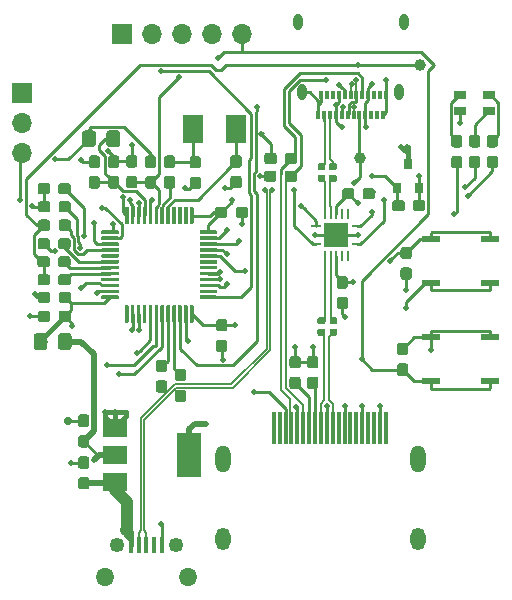
<source format=gbr>
G04 #@! TF.GenerationSoftware,KiCad,Pcbnew,(5.0.0-rc3)*
G04 #@! TF.CreationDate,2019-02-20T21:26:23+01:00*
G04 #@! TF.ProjectId,Adapter,416461707465722E6B696361645F7063,rev?*
G04 #@! TF.SameCoordinates,Original*
G04 #@! TF.FileFunction,Copper,L1,Top,Signal*
G04 #@! TF.FilePolarity,Positive*
%FSLAX46Y46*%
G04 Gerber Fmt 4.6, Leading zero omitted, Abs format (unit mm)*
G04 Created by KiCad (PCBNEW (5.0.0-rc3)) date Wed Feb 20 21:26:23 2019*
%MOMM*%
%LPD*%
G01*
G04 APERTURE LIST*
G04 #@! TA.AperFunction,ComponentPad*
%ADD10O,1.700000X1.700000*%
G04 #@! TD*
G04 #@! TA.AperFunction,ComponentPad*
%ADD11R,1.700000X1.700000*%
G04 #@! TD*
G04 #@! TA.AperFunction,Conductor*
%ADD12C,0.100000*%
G04 #@! TD*
G04 #@! TA.AperFunction,SMDPad,CuDef*
%ADD13C,0.590000*%
G04 #@! TD*
G04 #@! TA.AperFunction,SMDPad,CuDef*
%ADD14C,0.950000*%
G04 #@! TD*
G04 #@! TA.AperFunction,SMDPad,CuDef*
%ADD15R,2.000000X3.800000*%
G04 #@! TD*
G04 #@! TA.AperFunction,SMDPad,CuDef*
%ADD16R,2.000000X1.500000*%
G04 #@! TD*
G04 #@! TA.AperFunction,SMDPad,CuDef*
%ADD17R,0.849884X0.279908*%
G04 #@! TD*
G04 #@! TA.AperFunction,SMDPad,CuDef*
%ADD18R,0.279908X0.849884*%
G04 #@! TD*
G04 #@! TA.AperFunction,SMDPad,CuDef*
%ADD19R,2.050000X2.050000*%
G04 #@! TD*
G04 #@! TA.AperFunction,SMDPad,CuDef*
%ADD20C,1.150000*%
G04 #@! TD*
G04 #@! TA.AperFunction,SMDPad,CuDef*
%ADD21R,1.600000X0.600000*%
G04 #@! TD*
G04 #@! TA.AperFunction,SMDPad,CuDef*
%ADD22R,1.000000X0.800000*%
G04 #@! TD*
G04 #@! TA.AperFunction,SMDPad,CuDef*
%ADD23R,0.330200X2.750000*%
G04 #@! TD*
G04 #@! TA.AperFunction,ComponentPad*
%ADD24O,1.300000X2.300000*%
G04 #@! TD*
G04 #@! TA.AperFunction,ComponentPad*
%ADD25O,1.300000X1.900000*%
G04 #@! TD*
G04 #@! TA.AperFunction,ComponentPad*
%ADD26O,1.250000X1.250000*%
G04 #@! TD*
G04 #@! TA.AperFunction,ComponentPad*
%ADD27O,1.550000X1.550000*%
G04 #@! TD*
G04 #@! TA.AperFunction,SMDPad,CuDef*
%ADD28R,0.400000X1.350000*%
G04 #@! TD*
G04 #@! TA.AperFunction,SMDPad,CuDef*
%ADD29R,0.300000X0.700000*%
G04 #@! TD*
G04 #@! TA.AperFunction,ComponentPad*
%ADD30O,0.800000X1.400000*%
G04 #@! TD*
G04 #@! TA.AperFunction,SMDPad,CuDef*
%ADD31R,1.700000X2.400000*%
G04 #@! TD*
G04 #@! TA.AperFunction,SMDPad,CuDef*
%ADD32R,0.800000X0.900000*%
G04 #@! TD*
G04 #@! TA.AperFunction,SMDPad,CuDef*
%ADD33C,0.300000*%
G04 #@! TD*
G04 #@! TA.AperFunction,BGAPad,CuDef*
%ADD34C,1.000000*%
G04 #@! TD*
G04 #@! TA.AperFunction,ViaPad*
%ADD35C,0.460000*%
G04 #@! TD*
G04 #@! TA.AperFunction,ViaPad*
%ADD36C,0.700000*%
G04 #@! TD*
G04 #@! TA.AperFunction,Conductor*
%ADD37C,0.175000*%
G04 #@! TD*
G04 #@! TA.AperFunction,Conductor*
%ADD38C,0.270000*%
G04 #@! TD*
G04 #@! TA.AperFunction,Conductor*
%ADD39C,0.400000*%
G04 #@! TD*
G04 #@! TA.AperFunction,Conductor*
%ADD40C,0.220000*%
G04 #@! TD*
G04 #@! TA.AperFunction,Conductor*
%ADD41C,0.500000*%
G04 #@! TD*
G04 #@! TA.AperFunction,Conductor*
%ADD42C,1.000000*%
G04 #@! TD*
G04 #@! TA.AperFunction,Conductor*
%ADD43C,0.200000*%
G04 #@! TD*
G04 #@! TA.AperFunction,Conductor*
%ADD44C,0.203200*%
G04 #@! TD*
G04 #@! TA.AperFunction,Conductor*
%ADD45C,0.228600*%
G04 #@! TD*
G04 APERTURE END LIST*
D10*
G04 #@! TO.P,J5,3*
G04 #@! TO.N,/UART_TX*
X28400000Y-47030000D03*
G04 #@! TO.P,J5,2*
G04 #@! TO.N,/UART_RX*
X28400000Y-44490000D03*
D11*
G04 #@! TO.P,J5,1*
G04 #@! TO.N,GND*
X28400000Y-41950000D03*
G04 #@! TD*
D10*
G04 #@! TO.P,J4,5*
G04 #@! TO.N,/nRESET*
X47040000Y-37000000D03*
G04 #@! TO.P,J4,4*
G04 #@! TO.N,/SWDIO*
X44500000Y-37000000D03*
G04 #@! TO.P,J4,3*
G04 #@! TO.N,GND*
X41960000Y-37000000D03*
G04 #@! TO.P,J4,2*
G04 #@! TO.N,/SWCLK*
X39420000Y-37000000D03*
D11*
G04 #@! TO.P,J4,1*
G04 #@! TO.N,+3V3*
X36880000Y-37000000D03*
G04 #@! TD*
D12*
G04 #@! TO.N,/DP_OUT_0+*
G04 #@! TO.C,C5*
G36*
X53936958Y-47920710D02*
X53951276Y-47922834D01*
X53965317Y-47926351D01*
X53978946Y-47931228D01*
X53992031Y-47937417D01*
X54004447Y-47944858D01*
X54016073Y-47953481D01*
X54026798Y-47963202D01*
X54036519Y-47973927D01*
X54045142Y-47985553D01*
X54052583Y-47997969D01*
X54058772Y-48011054D01*
X54063649Y-48024683D01*
X54067166Y-48038724D01*
X54069290Y-48053042D01*
X54070000Y-48067500D01*
X54070000Y-48362500D01*
X54069290Y-48376958D01*
X54067166Y-48391276D01*
X54063649Y-48405317D01*
X54058772Y-48418946D01*
X54052583Y-48432031D01*
X54045142Y-48444447D01*
X54036519Y-48456073D01*
X54026798Y-48466798D01*
X54016073Y-48476519D01*
X54004447Y-48485142D01*
X53992031Y-48492583D01*
X53978946Y-48498772D01*
X53965317Y-48503649D01*
X53951276Y-48507166D01*
X53936958Y-48509290D01*
X53922500Y-48510000D01*
X53577500Y-48510000D01*
X53563042Y-48509290D01*
X53548724Y-48507166D01*
X53534683Y-48503649D01*
X53521054Y-48498772D01*
X53507969Y-48492583D01*
X53495553Y-48485142D01*
X53483927Y-48476519D01*
X53473202Y-48466798D01*
X53463481Y-48456073D01*
X53454858Y-48444447D01*
X53447417Y-48432031D01*
X53441228Y-48418946D01*
X53436351Y-48405317D01*
X53432834Y-48391276D01*
X53430710Y-48376958D01*
X53430000Y-48362500D01*
X53430000Y-48067500D01*
X53430710Y-48053042D01*
X53432834Y-48038724D01*
X53436351Y-48024683D01*
X53441228Y-48011054D01*
X53447417Y-47997969D01*
X53454858Y-47985553D01*
X53463481Y-47973927D01*
X53473202Y-47963202D01*
X53483927Y-47953481D01*
X53495553Y-47944858D01*
X53507969Y-47937417D01*
X53521054Y-47931228D01*
X53534683Y-47926351D01*
X53548724Y-47922834D01*
X53563042Y-47920710D01*
X53577500Y-47920000D01*
X53922500Y-47920000D01*
X53936958Y-47920710D01*
X53936958Y-47920710D01*
G37*
D13*
G04 #@! TD*
G04 #@! TO.P,C5,2*
G04 #@! TO.N,/DP_OUT_0+*
X53750000Y-48215000D03*
D12*
G04 #@! TO.N,/OUT0P*
G04 #@! TO.C,C5*
G36*
X53936958Y-48890710D02*
X53951276Y-48892834D01*
X53965317Y-48896351D01*
X53978946Y-48901228D01*
X53992031Y-48907417D01*
X54004447Y-48914858D01*
X54016073Y-48923481D01*
X54026798Y-48933202D01*
X54036519Y-48943927D01*
X54045142Y-48955553D01*
X54052583Y-48967969D01*
X54058772Y-48981054D01*
X54063649Y-48994683D01*
X54067166Y-49008724D01*
X54069290Y-49023042D01*
X54070000Y-49037500D01*
X54070000Y-49332500D01*
X54069290Y-49346958D01*
X54067166Y-49361276D01*
X54063649Y-49375317D01*
X54058772Y-49388946D01*
X54052583Y-49402031D01*
X54045142Y-49414447D01*
X54036519Y-49426073D01*
X54026798Y-49436798D01*
X54016073Y-49446519D01*
X54004447Y-49455142D01*
X53992031Y-49462583D01*
X53978946Y-49468772D01*
X53965317Y-49473649D01*
X53951276Y-49477166D01*
X53936958Y-49479290D01*
X53922500Y-49480000D01*
X53577500Y-49480000D01*
X53563042Y-49479290D01*
X53548724Y-49477166D01*
X53534683Y-49473649D01*
X53521054Y-49468772D01*
X53507969Y-49462583D01*
X53495553Y-49455142D01*
X53483927Y-49446519D01*
X53473202Y-49436798D01*
X53463481Y-49426073D01*
X53454858Y-49414447D01*
X53447417Y-49402031D01*
X53441228Y-49388946D01*
X53436351Y-49375317D01*
X53432834Y-49361276D01*
X53430710Y-49346958D01*
X53430000Y-49332500D01*
X53430000Y-49037500D01*
X53430710Y-49023042D01*
X53432834Y-49008724D01*
X53436351Y-48994683D01*
X53441228Y-48981054D01*
X53447417Y-48967969D01*
X53454858Y-48955553D01*
X53463481Y-48943927D01*
X53473202Y-48933202D01*
X53483927Y-48923481D01*
X53495553Y-48914858D01*
X53507969Y-48907417D01*
X53521054Y-48901228D01*
X53534683Y-48896351D01*
X53548724Y-48892834D01*
X53563042Y-48890710D01*
X53577500Y-48890000D01*
X53922500Y-48890000D01*
X53936958Y-48890710D01*
X53936958Y-48890710D01*
G37*
D13*
G04 #@! TD*
G04 #@! TO.P,C5,1*
G04 #@! TO.N,/OUT0P*
X53750000Y-49185000D03*
D12*
G04 #@! TO.N,/DP_IN_0+*
G04 #@! TO.C,C8*
G36*
X53904058Y-61924470D02*
X53918376Y-61926594D01*
X53932417Y-61930111D01*
X53946046Y-61934988D01*
X53959131Y-61941177D01*
X53971547Y-61948618D01*
X53983173Y-61957241D01*
X53993898Y-61966962D01*
X54003619Y-61977687D01*
X54012242Y-61989313D01*
X54019683Y-62001729D01*
X54025872Y-62014814D01*
X54030749Y-62028443D01*
X54034266Y-62042484D01*
X54036390Y-62056802D01*
X54037100Y-62071260D01*
X54037100Y-62366260D01*
X54036390Y-62380718D01*
X54034266Y-62395036D01*
X54030749Y-62409077D01*
X54025872Y-62422706D01*
X54019683Y-62435791D01*
X54012242Y-62448207D01*
X54003619Y-62459833D01*
X53993898Y-62470558D01*
X53983173Y-62480279D01*
X53971547Y-62488902D01*
X53959131Y-62496343D01*
X53946046Y-62502532D01*
X53932417Y-62507409D01*
X53918376Y-62510926D01*
X53904058Y-62513050D01*
X53889600Y-62513760D01*
X53544600Y-62513760D01*
X53530142Y-62513050D01*
X53515824Y-62510926D01*
X53501783Y-62507409D01*
X53488154Y-62502532D01*
X53475069Y-62496343D01*
X53462653Y-62488902D01*
X53451027Y-62480279D01*
X53440302Y-62470558D01*
X53430581Y-62459833D01*
X53421958Y-62448207D01*
X53414517Y-62435791D01*
X53408328Y-62422706D01*
X53403451Y-62409077D01*
X53399934Y-62395036D01*
X53397810Y-62380718D01*
X53397100Y-62366260D01*
X53397100Y-62071260D01*
X53397810Y-62056802D01*
X53399934Y-62042484D01*
X53403451Y-62028443D01*
X53408328Y-62014814D01*
X53414517Y-62001729D01*
X53421958Y-61989313D01*
X53430581Y-61977687D01*
X53440302Y-61966962D01*
X53451027Y-61957241D01*
X53462653Y-61948618D01*
X53475069Y-61941177D01*
X53488154Y-61934988D01*
X53501783Y-61930111D01*
X53515824Y-61926594D01*
X53530142Y-61924470D01*
X53544600Y-61923760D01*
X53889600Y-61923760D01*
X53904058Y-61924470D01*
X53904058Y-61924470D01*
G37*
D13*
G04 #@! TD*
G04 #@! TO.P,C8,1*
G04 #@! TO.N,/DP_IN_0+*
X53717100Y-62218760D03*
D12*
G04 #@! TO.N,/IN0P*
G04 #@! TO.C,C8*
G36*
X53904058Y-60954470D02*
X53918376Y-60956594D01*
X53932417Y-60960111D01*
X53946046Y-60964988D01*
X53959131Y-60971177D01*
X53971547Y-60978618D01*
X53983173Y-60987241D01*
X53993898Y-60996962D01*
X54003619Y-61007687D01*
X54012242Y-61019313D01*
X54019683Y-61031729D01*
X54025872Y-61044814D01*
X54030749Y-61058443D01*
X54034266Y-61072484D01*
X54036390Y-61086802D01*
X54037100Y-61101260D01*
X54037100Y-61396260D01*
X54036390Y-61410718D01*
X54034266Y-61425036D01*
X54030749Y-61439077D01*
X54025872Y-61452706D01*
X54019683Y-61465791D01*
X54012242Y-61478207D01*
X54003619Y-61489833D01*
X53993898Y-61500558D01*
X53983173Y-61510279D01*
X53971547Y-61518902D01*
X53959131Y-61526343D01*
X53946046Y-61532532D01*
X53932417Y-61537409D01*
X53918376Y-61540926D01*
X53904058Y-61543050D01*
X53889600Y-61543760D01*
X53544600Y-61543760D01*
X53530142Y-61543050D01*
X53515824Y-61540926D01*
X53501783Y-61537409D01*
X53488154Y-61532532D01*
X53475069Y-61526343D01*
X53462653Y-61518902D01*
X53451027Y-61510279D01*
X53440302Y-61500558D01*
X53430581Y-61489833D01*
X53421958Y-61478207D01*
X53414517Y-61465791D01*
X53408328Y-61452706D01*
X53403451Y-61439077D01*
X53399934Y-61425036D01*
X53397810Y-61410718D01*
X53397100Y-61396260D01*
X53397100Y-61101260D01*
X53397810Y-61086802D01*
X53399934Y-61072484D01*
X53403451Y-61058443D01*
X53408328Y-61044814D01*
X53414517Y-61031729D01*
X53421958Y-61019313D01*
X53430581Y-61007687D01*
X53440302Y-60996962D01*
X53451027Y-60987241D01*
X53462653Y-60978618D01*
X53475069Y-60971177D01*
X53488154Y-60964988D01*
X53501783Y-60960111D01*
X53515824Y-60956594D01*
X53530142Y-60954470D01*
X53544600Y-60953760D01*
X53889600Y-60953760D01*
X53904058Y-60954470D01*
X53904058Y-60954470D01*
G37*
D13*
G04 #@! TD*
G04 #@! TO.P,C8,2*
G04 #@! TO.N,/IN0P*
X53717100Y-61248760D03*
D12*
G04 #@! TO.N,GND*
G04 #@! TO.C,C3*
G36*
X33860779Y-69176144D02*
X33883834Y-69179563D01*
X33906443Y-69185227D01*
X33928387Y-69193079D01*
X33949457Y-69203044D01*
X33969448Y-69215026D01*
X33988168Y-69228910D01*
X34005438Y-69244562D01*
X34021090Y-69261832D01*
X34034974Y-69280552D01*
X34046956Y-69300543D01*
X34056921Y-69321613D01*
X34064773Y-69343557D01*
X34070437Y-69366166D01*
X34073856Y-69389221D01*
X34075000Y-69412500D01*
X34075000Y-69987500D01*
X34073856Y-70010779D01*
X34070437Y-70033834D01*
X34064773Y-70056443D01*
X34056921Y-70078387D01*
X34046956Y-70099457D01*
X34034974Y-70119448D01*
X34021090Y-70138168D01*
X34005438Y-70155438D01*
X33988168Y-70171090D01*
X33969448Y-70184974D01*
X33949457Y-70196956D01*
X33928387Y-70206921D01*
X33906443Y-70214773D01*
X33883834Y-70220437D01*
X33860779Y-70223856D01*
X33837500Y-70225000D01*
X33362500Y-70225000D01*
X33339221Y-70223856D01*
X33316166Y-70220437D01*
X33293557Y-70214773D01*
X33271613Y-70206921D01*
X33250543Y-70196956D01*
X33230552Y-70184974D01*
X33211832Y-70171090D01*
X33194562Y-70155438D01*
X33178910Y-70138168D01*
X33165026Y-70119448D01*
X33153044Y-70099457D01*
X33143079Y-70078387D01*
X33135227Y-70056443D01*
X33129563Y-70033834D01*
X33126144Y-70010779D01*
X33125000Y-69987500D01*
X33125000Y-69412500D01*
X33126144Y-69389221D01*
X33129563Y-69366166D01*
X33135227Y-69343557D01*
X33143079Y-69321613D01*
X33153044Y-69300543D01*
X33165026Y-69280552D01*
X33178910Y-69261832D01*
X33194562Y-69244562D01*
X33211832Y-69228910D01*
X33230552Y-69215026D01*
X33250543Y-69203044D01*
X33271613Y-69193079D01*
X33293557Y-69185227D01*
X33316166Y-69179563D01*
X33339221Y-69176144D01*
X33362500Y-69175000D01*
X33837500Y-69175000D01*
X33860779Y-69176144D01*
X33860779Y-69176144D01*
G37*
D14*
G04 #@! TD*
G04 #@! TO.P,C3,2*
G04 #@! TO.N,GND*
X33600000Y-69700000D03*
D12*
G04 #@! TO.N,+3V3*
G04 #@! TO.C,C3*
G36*
X33860779Y-70926144D02*
X33883834Y-70929563D01*
X33906443Y-70935227D01*
X33928387Y-70943079D01*
X33949457Y-70953044D01*
X33969448Y-70965026D01*
X33988168Y-70978910D01*
X34005438Y-70994562D01*
X34021090Y-71011832D01*
X34034974Y-71030552D01*
X34046956Y-71050543D01*
X34056921Y-71071613D01*
X34064773Y-71093557D01*
X34070437Y-71116166D01*
X34073856Y-71139221D01*
X34075000Y-71162500D01*
X34075000Y-71737500D01*
X34073856Y-71760779D01*
X34070437Y-71783834D01*
X34064773Y-71806443D01*
X34056921Y-71828387D01*
X34046956Y-71849457D01*
X34034974Y-71869448D01*
X34021090Y-71888168D01*
X34005438Y-71905438D01*
X33988168Y-71921090D01*
X33969448Y-71934974D01*
X33949457Y-71946956D01*
X33928387Y-71956921D01*
X33906443Y-71964773D01*
X33883834Y-71970437D01*
X33860779Y-71973856D01*
X33837500Y-71975000D01*
X33362500Y-71975000D01*
X33339221Y-71973856D01*
X33316166Y-71970437D01*
X33293557Y-71964773D01*
X33271613Y-71956921D01*
X33250543Y-71946956D01*
X33230552Y-71934974D01*
X33211832Y-71921090D01*
X33194562Y-71905438D01*
X33178910Y-71888168D01*
X33165026Y-71869448D01*
X33153044Y-71849457D01*
X33143079Y-71828387D01*
X33135227Y-71806443D01*
X33129563Y-71783834D01*
X33126144Y-71760779D01*
X33125000Y-71737500D01*
X33125000Y-71162500D01*
X33126144Y-71139221D01*
X33129563Y-71116166D01*
X33135227Y-71093557D01*
X33143079Y-71071613D01*
X33153044Y-71050543D01*
X33165026Y-71030552D01*
X33178910Y-71011832D01*
X33194562Y-70994562D01*
X33211832Y-70978910D01*
X33230552Y-70965026D01*
X33250543Y-70953044D01*
X33271613Y-70943079D01*
X33293557Y-70935227D01*
X33316166Y-70929563D01*
X33339221Y-70926144D01*
X33362500Y-70925000D01*
X33837500Y-70925000D01*
X33860779Y-70926144D01*
X33860779Y-70926144D01*
G37*
D14*
G04 #@! TD*
G04 #@! TO.P,C3,1*
G04 #@! TO.N,+3V3*
X33600000Y-71450000D03*
D12*
G04 #@! TO.N,GND*
G04 #@! TO.C,C6*
G36*
X47310779Y-51576144D02*
X47333834Y-51579563D01*
X47356443Y-51585227D01*
X47378387Y-51593079D01*
X47399457Y-51603044D01*
X47419448Y-51615026D01*
X47438168Y-51628910D01*
X47455438Y-51644562D01*
X47471090Y-51661832D01*
X47484974Y-51680552D01*
X47496956Y-51700543D01*
X47506921Y-51721613D01*
X47514773Y-51743557D01*
X47520437Y-51766166D01*
X47523856Y-51789221D01*
X47525000Y-51812500D01*
X47525000Y-52287500D01*
X47523856Y-52310779D01*
X47520437Y-52333834D01*
X47514773Y-52356443D01*
X47506921Y-52378387D01*
X47496956Y-52399457D01*
X47484974Y-52419448D01*
X47471090Y-52438168D01*
X47455438Y-52455438D01*
X47438168Y-52471090D01*
X47419448Y-52484974D01*
X47399457Y-52496956D01*
X47378387Y-52506921D01*
X47356443Y-52514773D01*
X47333834Y-52520437D01*
X47310779Y-52523856D01*
X47287500Y-52525000D01*
X46712500Y-52525000D01*
X46689221Y-52523856D01*
X46666166Y-52520437D01*
X46643557Y-52514773D01*
X46621613Y-52506921D01*
X46600543Y-52496956D01*
X46580552Y-52484974D01*
X46561832Y-52471090D01*
X46544562Y-52455438D01*
X46528910Y-52438168D01*
X46515026Y-52419448D01*
X46503044Y-52399457D01*
X46493079Y-52378387D01*
X46485227Y-52356443D01*
X46479563Y-52333834D01*
X46476144Y-52310779D01*
X46475000Y-52287500D01*
X46475000Y-51812500D01*
X46476144Y-51789221D01*
X46479563Y-51766166D01*
X46485227Y-51743557D01*
X46493079Y-51721613D01*
X46503044Y-51700543D01*
X46515026Y-51680552D01*
X46528910Y-51661832D01*
X46544562Y-51644562D01*
X46561832Y-51628910D01*
X46580552Y-51615026D01*
X46600543Y-51603044D01*
X46621613Y-51593079D01*
X46643557Y-51585227D01*
X46666166Y-51579563D01*
X46689221Y-51576144D01*
X46712500Y-51575000D01*
X47287500Y-51575000D01*
X47310779Y-51576144D01*
X47310779Y-51576144D01*
G37*
D14*
G04 #@! TD*
G04 #@! TO.P,C6,1*
G04 #@! TO.N,GND*
X47000000Y-52050000D03*
D12*
G04 #@! TO.N,VDD*
G04 #@! TO.C,C6*
G36*
X45560779Y-51576144D02*
X45583834Y-51579563D01*
X45606443Y-51585227D01*
X45628387Y-51593079D01*
X45649457Y-51603044D01*
X45669448Y-51615026D01*
X45688168Y-51628910D01*
X45705438Y-51644562D01*
X45721090Y-51661832D01*
X45734974Y-51680552D01*
X45746956Y-51700543D01*
X45756921Y-51721613D01*
X45764773Y-51743557D01*
X45770437Y-51766166D01*
X45773856Y-51789221D01*
X45775000Y-51812500D01*
X45775000Y-52287500D01*
X45773856Y-52310779D01*
X45770437Y-52333834D01*
X45764773Y-52356443D01*
X45756921Y-52378387D01*
X45746956Y-52399457D01*
X45734974Y-52419448D01*
X45721090Y-52438168D01*
X45705438Y-52455438D01*
X45688168Y-52471090D01*
X45669448Y-52484974D01*
X45649457Y-52496956D01*
X45628387Y-52506921D01*
X45606443Y-52514773D01*
X45583834Y-52520437D01*
X45560779Y-52523856D01*
X45537500Y-52525000D01*
X44962500Y-52525000D01*
X44939221Y-52523856D01*
X44916166Y-52520437D01*
X44893557Y-52514773D01*
X44871613Y-52506921D01*
X44850543Y-52496956D01*
X44830552Y-52484974D01*
X44811832Y-52471090D01*
X44794562Y-52455438D01*
X44778910Y-52438168D01*
X44765026Y-52419448D01*
X44753044Y-52399457D01*
X44743079Y-52378387D01*
X44735227Y-52356443D01*
X44729563Y-52333834D01*
X44726144Y-52310779D01*
X44725000Y-52287500D01*
X44725000Y-51812500D01*
X44726144Y-51789221D01*
X44729563Y-51766166D01*
X44735227Y-51743557D01*
X44743079Y-51721613D01*
X44753044Y-51700543D01*
X44765026Y-51680552D01*
X44778910Y-51661832D01*
X44794562Y-51644562D01*
X44811832Y-51628910D01*
X44830552Y-51615026D01*
X44850543Y-51603044D01*
X44871613Y-51593079D01*
X44893557Y-51585227D01*
X44916166Y-51579563D01*
X44939221Y-51576144D01*
X44962500Y-51575000D01*
X45537500Y-51575000D01*
X45560779Y-51576144D01*
X45560779Y-51576144D01*
G37*
D14*
G04 #@! TD*
G04 #@! TO.P,C6,2*
G04 #@! TO.N,VDD*
X45250000Y-52050000D03*
D15*
G04 #@! TO.P,U2,2*
G04 #@! TO.N,+3V3*
X42550000Y-72600000D03*
D16*
X36250000Y-72600000D03*
G04 #@! TO.P,U2,3*
G04 #@! TO.N,VBUS*
X36250000Y-74900000D03*
G04 #@! TO.P,U2,1*
G04 #@! TO.N,GND*
X36250000Y-70300000D03*
G04 #@! TD*
D17*
G04 #@! TO.P,U1,1*
G04 #@! TO.N,PRE_CTL*
X53269000Y-54750001D03*
D18*
G04 #@! TO.P,U1,2*
G04 #@! TO.N,/IN0P*
X53999999Y-55769001D03*
G04 #@! TO.P,U1,3*
G04 #@! TO.N,/IN0N*
X54500001Y-55769001D03*
G04 #@! TO.P,U1,4*
G04 #@! TO.N,+3V3*
X55000000Y-55769001D03*
G04 #@! TO.P,U1,5*
G04 #@! TO.N,Net-(U1-Pad5)*
X55499999Y-55769001D03*
G04 #@! TO.P,U1,6*
G04 #@! TO.N,Net-(U1-Pad6)*
X56000001Y-55769001D03*
D17*
G04 #@! TO.P,U1,7*
G04 #@! TO.N,EN_CTL*
X56731000Y-54750001D03*
G04 #@! TO.P,U1,8*
G04 #@! TO.N,EQ_CTL*
X56731000Y-53249999D03*
D18*
G04 #@! TO.P,U1,9*
G04 #@! TO.N,Net-(U1-Pad9)*
X56000001Y-52230999D03*
G04 #@! TO.P,U1,10*
G04 #@! TO.N,Net-(U1-Pad10)*
X55499999Y-52230999D03*
G04 #@! TO.P,U1,11*
G04 #@! TO.N,+3V3*
X55000000Y-52230999D03*
G04 #@! TO.P,U1,12*
G04 #@! TO.N,/OUT0N*
X54500001Y-52230999D03*
G04 #@! TO.P,U1,13*
G04 #@! TO.N,/OUT0P*
X53999999Y-52230999D03*
D17*
G04 #@! TO.P,U1,14*
G04 #@! TO.N,VOD_CTL*
X53269000Y-53249999D03*
D19*
G04 #@! TO.P,U1,15*
G04 #@! TO.N,GND*
X55000000Y-54000000D03*
G04 #@! TD*
D12*
G04 #@! TO.N,VDD*
G04 #@! TO.C,C11*
G36*
X32310779Y-58786144D02*
X32333834Y-58789563D01*
X32356443Y-58795227D01*
X32378387Y-58803079D01*
X32399457Y-58813044D01*
X32419448Y-58825026D01*
X32438168Y-58838910D01*
X32455438Y-58854562D01*
X32471090Y-58871832D01*
X32484974Y-58890552D01*
X32496956Y-58910543D01*
X32506921Y-58931613D01*
X32514773Y-58953557D01*
X32520437Y-58976166D01*
X32523856Y-58999221D01*
X32525000Y-59022500D01*
X32525000Y-59497500D01*
X32523856Y-59520779D01*
X32520437Y-59543834D01*
X32514773Y-59566443D01*
X32506921Y-59588387D01*
X32496956Y-59609457D01*
X32484974Y-59629448D01*
X32471090Y-59648168D01*
X32455438Y-59665438D01*
X32438168Y-59681090D01*
X32419448Y-59694974D01*
X32399457Y-59706956D01*
X32378387Y-59716921D01*
X32356443Y-59724773D01*
X32333834Y-59730437D01*
X32310779Y-59733856D01*
X32287500Y-59735000D01*
X31712500Y-59735000D01*
X31689221Y-59733856D01*
X31666166Y-59730437D01*
X31643557Y-59724773D01*
X31621613Y-59716921D01*
X31600543Y-59706956D01*
X31580552Y-59694974D01*
X31561832Y-59681090D01*
X31544562Y-59665438D01*
X31528910Y-59648168D01*
X31515026Y-59629448D01*
X31503044Y-59609457D01*
X31493079Y-59588387D01*
X31485227Y-59566443D01*
X31479563Y-59543834D01*
X31476144Y-59520779D01*
X31475000Y-59497500D01*
X31475000Y-59022500D01*
X31476144Y-58999221D01*
X31479563Y-58976166D01*
X31485227Y-58953557D01*
X31493079Y-58931613D01*
X31503044Y-58910543D01*
X31515026Y-58890552D01*
X31528910Y-58871832D01*
X31544562Y-58854562D01*
X31561832Y-58838910D01*
X31580552Y-58825026D01*
X31600543Y-58813044D01*
X31621613Y-58803079D01*
X31643557Y-58795227D01*
X31666166Y-58789563D01*
X31689221Y-58786144D01*
X31712500Y-58785000D01*
X32287500Y-58785000D01*
X32310779Y-58786144D01*
X32310779Y-58786144D01*
G37*
D14*
G04 #@! TD*
G04 #@! TO.P,C11,2*
G04 #@! TO.N,VDD*
X32000000Y-59260000D03*
D12*
G04 #@! TO.N,GND*
G04 #@! TO.C,C11*
G36*
X30560779Y-58786144D02*
X30583834Y-58789563D01*
X30606443Y-58795227D01*
X30628387Y-58803079D01*
X30649457Y-58813044D01*
X30669448Y-58825026D01*
X30688168Y-58838910D01*
X30705438Y-58854562D01*
X30721090Y-58871832D01*
X30734974Y-58890552D01*
X30746956Y-58910543D01*
X30756921Y-58931613D01*
X30764773Y-58953557D01*
X30770437Y-58976166D01*
X30773856Y-58999221D01*
X30775000Y-59022500D01*
X30775000Y-59497500D01*
X30773856Y-59520779D01*
X30770437Y-59543834D01*
X30764773Y-59566443D01*
X30756921Y-59588387D01*
X30746956Y-59609457D01*
X30734974Y-59629448D01*
X30721090Y-59648168D01*
X30705438Y-59665438D01*
X30688168Y-59681090D01*
X30669448Y-59694974D01*
X30649457Y-59706956D01*
X30628387Y-59716921D01*
X30606443Y-59724773D01*
X30583834Y-59730437D01*
X30560779Y-59733856D01*
X30537500Y-59735000D01*
X29962500Y-59735000D01*
X29939221Y-59733856D01*
X29916166Y-59730437D01*
X29893557Y-59724773D01*
X29871613Y-59716921D01*
X29850543Y-59706956D01*
X29830552Y-59694974D01*
X29811832Y-59681090D01*
X29794562Y-59665438D01*
X29778910Y-59648168D01*
X29765026Y-59629448D01*
X29753044Y-59609457D01*
X29743079Y-59588387D01*
X29735227Y-59566443D01*
X29729563Y-59543834D01*
X29726144Y-59520779D01*
X29725000Y-59497500D01*
X29725000Y-59022500D01*
X29726144Y-58999221D01*
X29729563Y-58976166D01*
X29735227Y-58953557D01*
X29743079Y-58931613D01*
X29753044Y-58910543D01*
X29765026Y-58890552D01*
X29778910Y-58871832D01*
X29794562Y-58854562D01*
X29811832Y-58838910D01*
X29830552Y-58825026D01*
X29850543Y-58813044D01*
X29871613Y-58803079D01*
X29893557Y-58795227D01*
X29916166Y-58789563D01*
X29939221Y-58786144D01*
X29962500Y-58785000D01*
X30537500Y-58785000D01*
X30560779Y-58786144D01*
X30560779Y-58786144D01*
G37*
D14*
G04 #@! TD*
G04 #@! TO.P,C11,1*
G04 #@! TO.N,GND*
X30250000Y-59260000D03*
D12*
G04 #@! TO.N,/CC2*
G04 #@! TO.C,R18*
G36*
X30555779Y-52671144D02*
X30578834Y-52674563D01*
X30601443Y-52680227D01*
X30623387Y-52688079D01*
X30644457Y-52698044D01*
X30664448Y-52710026D01*
X30683168Y-52723910D01*
X30700438Y-52739562D01*
X30716090Y-52756832D01*
X30729974Y-52775552D01*
X30741956Y-52795543D01*
X30751921Y-52816613D01*
X30759773Y-52838557D01*
X30765437Y-52861166D01*
X30768856Y-52884221D01*
X30770000Y-52907500D01*
X30770000Y-53382500D01*
X30768856Y-53405779D01*
X30765437Y-53428834D01*
X30759773Y-53451443D01*
X30751921Y-53473387D01*
X30741956Y-53494457D01*
X30729974Y-53514448D01*
X30716090Y-53533168D01*
X30700438Y-53550438D01*
X30683168Y-53566090D01*
X30664448Y-53579974D01*
X30644457Y-53591956D01*
X30623387Y-53601921D01*
X30601443Y-53609773D01*
X30578834Y-53615437D01*
X30555779Y-53618856D01*
X30532500Y-53620000D01*
X29957500Y-53620000D01*
X29934221Y-53618856D01*
X29911166Y-53615437D01*
X29888557Y-53609773D01*
X29866613Y-53601921D01*
X29845543Y-53591956D01*
X29825552Y-53579974D01*
X29806832Y-53566090D01*
X29789562Y-53550438D01*
X29773910Y-53533168D01*
X29760026Y-53514448D01*
X29748044Y-53494457D01*
X29738079Y-53473387D01*
X29730227Y-53451443D01*
X29724563Y-53428834D01*
X29721144Y-53405779D01*
X29720000Y-53382500D01*
X29720000Y-52907500D01*
X29721144Y-52884221D01*
X29724563Y-52861166D01*
X29730227Y-52838557D01*
X29738079Y-52816613D01*
X29748044Y-52795543D01*
X29760026Y-52775552D01*
X29773910Y-52756832D01*
X29789562Y-52739562D01*
X29806832Y-52723910D01*
X29825552Y-52710026D01*
X29845543Y-52698044D01*
X29866613Y-52688079D01*
X29888557Y-52680227D01*
X29911166Y-52674563D01*
X29934221Y-52671144D01*
X29957500Y-52670000D01*
X30532500Y-52670000D01*
X30555779Y-52671144D01*
X30555779Y-52671144D01*
G37*
D14*
G04 #@! TD*
G04 #@! TO.P,R18,2*
G04 #@! TO.N,/CC2*
X30245000Y-53145000D03*
D12*
G04 #@! TO.N,/CC2_TX*
G04 #@! TO.C,R18*
G36*
X32305779Y-52671144D02*
X32328834Y-52674563D01*
X32351443Y-52680227D01*
X32373387Y-52688079D01*
X32394457Y-52698044D01*
X32414448Y-52710026D01*
X32433168Y-52723910D01*
X32450438Y-52739562D01*
X32466090Y-52756832D01*
X32479974Y-52775552D01*
X32491956Y-52795543D01*
X32501921Y-52816613D01*
X32509773Y-52838557D01*
X32515437Y-52861166D01*
X32518856Y-52884221D01*
X32520000Y-52907500D01*
X32520000Y-53382500D01*
X32518856Y-53405779D01*
X32515437Y-53428834D01*
X32509773Y-53451443D01*
X32501921Y-53473387D01*
X32491956Y-53494457D01*
X32479974Y-53514448D01*
X32466090Y-53533168D01*
X32450438Y-53550438D01*
X32433168Y-53566090D01*
X32414448Y-53579974D01*
X32394457Y-53591956D01*
X32373387Y-53601921D01*
X32351443Y-53609773D01*
X32328834Y-53615437D01*
X32305779Y-53618856D01*
X32282500Y-53620000D01*
X31707500Y-53620000D01*
X31684221Y-53618856D01*
X31661166Y-53615437D01*
X31638557Y-53609773D01*
X31616613Y-53601921D01*
X31595543Y-53591956D01*
X31575552Y-53579974D01*
X31556832Y-53566090D01*
X31539562Y-53550438D01*
X31523910Y-53533168D01*
X31510026Y-53514448D01*
X31498044Y-53494457D01*
X31488079Y-53473387D01*
X31480227Y-53451443D01*
X31474563Y-53428834D01*
X31471144Y-53405779D01*
X31470000Y-53382500D01*
X31470000Y-52907500D01*
X31471144Y-52884221D01*
X31474563Y-52861166D01*
X31480227Y-52838557D01*
X31488079Y-52816613D01*
X31498044Y-52795543D01*
X31510026Y-52775552D01*
X31523910Y-52756832D01*
X31539562Y-52739562D01*
X31556832Y-52723910D01*
X31575552Y-52710026D01*
X31595543Y-52698044D01*
X31616613Y-52688079D01*
X31638557Y-52680227D01*
X31661166Y-52674563D01*
X31684221Y-52671144D01*
X31707500Y-52670000D01*
X32282500Y-52670000D01*
X32305779Y-52671144D01*
X32305779Y-52671144D01*
G37*
D14*
G04 #@! TD*
G04 #@! TO.P,R18,1*
G04 #@! TO.N,/CC2_TX*
X31995000Y-53145000D03*
D12*
G04 #@! TO.N,/CONFIG2*
G04 #@! TO.C,R19*
G36*
X51760779Y-65976144D02*
X51783834Y-65979563D01*
X51806443Y-65985227D01*
X51828387Y-65993079D01*
X51849457Y-66003044D01*
X51869448Y-66015026D01*
X51888168Y-66028910D01*
X51905438Y-66044562D01*
X51921090Y-66061832D01*
X51934974Y-66080552D01*
X51946956Y-66100543D01*
X51956921Y-66121613D01*
X51964773Y-66143557D01*
X51970437Y-66166166D01*
X51973856Y-66189221D01*
X51975000Y-66212500D01*
X51975000Y-66787500D01*
X51973856Y-66810779D01*
X51970437Y-66833834D01*
X51964773Y-66856443D01*
X51956921Y-66878387D01*
X51946956Y-66899457D01*
X51934974Y-66919448D01*
X51921090Y-66938168D01*
X51905438Y-66955438D01*
X51888168Y-66971090D01*
X51869448Y-66984974D01*
X51849457Y-66996956D01*
X51828387Y-67006921D01*
X51806443Y-67014773D01*
X51783834Y-67020437D01*
X51760779Y-67023856D01*
X51737500Y-67025000D01*
X51262500Y-67025000D01*
X51239221Y-67023856D01*
X51216166Y-67020437D01*
X51193557Y-67014773D01*
X51171613Y-67006921D01*
X51150543Y-66996956D01*
X51130552Y-66984974D01*
X51111832Y-66971090D01*
X51094562Y-66955438D01*
X51078910Y-66938168D01*
X51065026Y-66919448D01*
X51053044Y-66899457D01*
X51043079Y-66878387D01*
X51035227Y-66856443D01*
X51029563Y-66833834D01*
X51026144Y-66810779D01*
X51025000Y-66787500D01*
X51025000Y-66212500D01*
X51026144Y-66189221D01*
X51029563Y-66166166D01*
X51035227Y-66143557D01*
X51043079Y-66121613D01*
X51053044Y-66100543D01*
X51065026Y-66080552D01*
X51078910Y-66061832D01*
X51094562Y-66044562D01*
X51111832Y-66028910D01*
X51130552Y-66015026D01*
X51150543Y-66003044D01*
X51171613Y-65993079D01*
X51193557Y-65985227D01*
X51216166Y-65979563D01*
X51239221Y-65976144D01*
X51262500Y-65975000D01*
X51737500Y-65975000D01*
X51760779Y-65976144D01*
X51760779Y-65976144D01*
G37*
D14*
G04 #@! TD*
G04 #@! TO.P,R19,1*
G04 #@! TO.N,/CONFIG2*
X51500000Y-66500000D03*
D12*
G04 #@! TO.N,GND*
G04 #@! TO.C,R19*
G36*
X51760779Y-64226144D02*
X51783834Y-64229563D01*
X51806443Y-64235227D01*
X51828387Y-64243079D01*
X51849457Y-64253044D01*
X51869448Y-64265026D01*
X51888168Y-64278910D01*
X51905438Y-64294562D01*
X51921090Y-64311832D01*
X51934974Y-64330552D01*
X51946956Y-64350543D01*
X51956921Y-64371613D01*
X51964773Y-64393557D01*
X51970437Y-64416166D01*
X51973856Y-64439221D01*
X51975000Y-64462500D01*
X51975000Y-65037500D01*
X51973856Y-65060779D01*
X51970437Y-65083834D01*
X51964773Y-65106443D01*
X51956921Y-65128387D01*
X51946956Y-65149457D01*
X51934974Y-65169448D01*
X51921090Y-65188168D01*
X51905438Y-65205438D01*
X51888168Y-65221090D01*
X51869448Y-65234974D01*
X51849457Y-65246956D01*
X51828387Y-65256921D01*
X51806443Y-65264773D01*
X51783834Y-65270437D01*
X51760779Y-65273856D01*
X51737500Y-65275000D01*
X51262500Y-65275000D01*
X51239221Y-65273856D01*
X51216166Y-65270437D01*
X51193557Y-65264773D01*
X51171613Y-65256921D01*
X51150543Y-65246956D01*
X51130552Y-65234974D01*
X51111832Y-65221090D01*
X51094562Y-65205438D01*
X51078910Y-65188168D01*
X51065026Y-65169448D01*
X51053044Y-65149457D01*
X51043079Y-65128387D01*
X51035227Y-65106443D01*
X51029563Y-65083834D01*
X51026144Y-65060779D01*
X51025000Y-65037500D01*
X51025000Y-64462500D01*
X51026144Y-64439221D01*
X51029563Y-64416166D01*
X51035227Y-64393557D01*
X51043079Y-64371613D01*
X51053044Y-64350543D01*
X51065026Y-64330552D01*
X51078910Y-64311832D01*
X51094562Y-64294562D01*
X51111832Y-64278910D01*
X51130552Y-64265026D01*
X51150543Y-64253044D01*
X51171613Y-64243079D01*
X51193557Y-64235227D01*
X51216166Y-64229563D01*
X51239221Y-64226144D01*
X51262500Y-64225000D01*
X51737500Y-64225000D01*
X51760779Y-64226144D01*
X51760779Y-64226144D01*
G37*
D14*
G04 #@! TD*
G04 #@! TO.P,R19,2*
G04 #@! TO.N,GND*
X51500000Y-64750000D03*
D12*
G04 #@! TO.N,/OUT0N*
G04 #@! TO.C,C1*
G36*
X54886958Y-48875710D02*
X54901276Y-48877834D01*
X54915317Y-48881351D01*
X54928946Y-48886228D01*
X54942031Y-48892417D01*
X54954447Y-48899858D01*
X54966073Y-48908481D01*
X54976798Y-48918202D01*
X54986519Y-48928927D01*
X54995142Y-48940553D01*
X55002583Y-48952969D01*
X55008772Y-48966054D01*
X55013649Y-48979683D01*
X55017166Y-48993724D01*
X55019290Y-49008042D01*
X55020000Y-49022500D01*
X55020000Y-49317500D01*
X55019290Y-49331958D01*
X55017166Y-49346276D01*
X55013649Y-49360317D01*
X55008772Y-49373946D01*
X55002583Y-49387031D01*
X54995142Y-49399447D01*
X54986519Y-49411073D01*
X54976798Y-49421798D01*
X54966073Y-49431519D01*
X54954447Y-49440142D01*
X54942031Y-49447583D01*
X54928946Y-49453772D01*
X54915317Y-49458649D01*
X54901276Y-49462166D01*
X54886958Y-49464290D01*
X54872500Y-49465000D01*
X54527500Y-49465000D01*
X54513042Y-49464290D01*
X54498724Y-49462166D01*
X54484683Y-49458649D01*
X54471054Y-49453772D01*
X54457969Y-49447583D01*
X54445553Y-49440142D01*
X54433927Y-49431519D01*
X54423202Y-49421798D01*
X54413481Y-49411073D01*
X54404858Y-49399447D01*
X54397417Y-49387031D01*
X54391228Y-49373946D01*
X54386351Y-49360317D01*
X54382834Y-49346276D01*
X54380710Y-49331958D01*
X54380000Y-49317500D01*
X54380000Y-49022500D01*
X54380710Y-49008042D01*
X54382834Y-48993724D01*
X54386351Y-48979683D01*
X54391228Y-48966054D01*
X54397417Y-48952969D01*
X54404858Y-48940553D01*
X54413481Y-48928927D01*
X54423202Y-48918202D01*
X54433927Y-48908481D01*
X54445553Y-48899858D01*
X54457969Y-48892417D01*
X54471054Y-48886228D01*
X54484683Y-48881351D01*
X54498724Y-48877834D01*
X54513042Y-48875710D01*
X54527500Y-48875000D01*
X54872500Y-48875000D01*
X54886958Y-48875710D01*
X54886958Y-48875710D01*
G37*
D13*
G04 #@! TD*
G04 #@! TO.P,C1,1*
G04 #@! TO.N,/OUT0N*
X54700000Y-49170000D03*
D12*
G04 #@! TO.N,/DP_OUT_0-*
G04 #@! TO.C,C1*
G36*
X54886958Y-47905710D02*
X54901276Y-47907834D01*
X54915317Y-47911351D01*
X54928946Y-47916228D01*
X54942031Y-47922417D01*
X54954447Y-47929858D01*
X54966073Y-47938481D01*
X54976798Y-47948202D01*
X54986519Y-47958927D01*
X54995142Y-47970553D01*
X55002583Y-47982969D01*
X55008772Y-47996054D01*
X55013649Y-48009683D01*
X55017166Y-48023724D01*
X55019290Y-48038042D01*
X55020000Y-48052500D01*
X55020000Y-48347500D01*
X55019290Y-48361958D01*
X55017166Y-48376276D01*
X55013649Y-48390317D01*
X55008772Y-48403946D01*
X55002583Y-48417031D01*
X54995142Y-48429447D01*
X54986519Y-48441073D01*
X54976798Y-48451798D01*
X54966073Y-48461519D01*
X54954447Y-48470142D01*
X54942031Y-48477583D01*
X54928946Y-48483772D01*
X54915317Y-48488649D01*
X54901276Y-48492166D01*
X54886958Y-48494290D01*
X54872500Y-48495000D01*
X54527500Y-48495000D01*
X54513042Y-48494290D01*
X54498724Y-48492166D01*
X54484683Y-48488649D01*
X54471054Y-48483772D01*
X54457969Y-48477583D01*
X54445553Y-48470142D01*
X54433927Y-48461519D01*
X54423202Y-48451798D01*
X54413481Y-48441073D01*
X54404858Y-48429447D01*
X54397417Y-48417031D01*
X54391228Y-48403946D01*
X54386351Y-48390317D01*
X54382834Y-48376276D01*
X54380710Y-48361958D01*
X54380000Y-48347500D01*
X54380000Y-48052500D01*
X54380710Y-48038042D01*
X54382834Y-48023724D01*
X54386351Y-48009683D01*
X54391228Y-47996054D01*
X54397417Y-47982969D01*
X54404858Y-47970553D01*
X54413481Y-47958927D01*
X54423202Y-47948202D01*
X54433927Y-47938481D01*
X54445553Y-47929858D01*
X54457969Y-47922417D01*
X54471054Y-47916228D01*
X54484683Y-47911351D01*
X54498724Y-47907834D01*
X54513042Y-47905710D01*
X54527500Y-47905000D01*
X54872500Y-47905000D01*
X54886958Y-47905710D01*
X54886958Y-47905710D01*
G37*
D13*
G04 #@! TD*
G04 #@! TO.P,C1,2*
G04 #@! TO.N,/DP_OUT_0-*
X54700000Y-48200000D03*
D12*
G04 #@! TO.N,+3V3*
G04 #@! TO.C,C13*
G36*
X56310779Y-50026144D02*
X56333834Y-50029563D01*
X56356443Y-50035227D01*
X56378387Y-50043079D01*
X56399457Y-50053044D01*
X56419448Y-50065026D01*
X56438168Y-50078910D01*
X56455438Y-50094562D01*
X56471090Y-50111832D01*
X56484974Y-50130552D01*
X56496956Y-50150543D01*
X56506921Y-50171613D01*
X56514773Y-50193557D01*
X56520437Y-50216166D01*
X56523856Y-50239221D01*
X56525000Y-50262500D01*
X56525000Y-50737500D01*
X56523856Y-50760779D01*
X56520437Y-50783834D01*
X56514773Y-50806443D01*
X56506921Y-50828387D01*
X56496956Y-50849457D01*
X56484974Y-50869448D01*
X56471090Y-50888168D01*
X56455438Y-50905438D01*
X56438168Y-50921090D01*
X56419448Y-50934974D01*
X56399457Y-50946956D01*
X56378387Y-50956921D01*
X56356443Y-50964773D01*
X56333834Y-50970437D01*
X56310779Y-50973856D01*
X56287500Y-50975000D01*
X55712500Y-50975000D01*
X55689221Y-50973856D01*
X55666166Y-50970437D01*
X55643557Y-50964773D01*
X55621613Y-50956921D01*
X55600543Y-50946956D01*
X55580552Y-50934974D01*
X55561832Y-50921090D01*
X55544562Y-50905438D01*
X55528910Y-50888168D01*
X55515026Y-50869448D01*
X55503044Y-50849457D01*
X55493079Y-50828387D01*
X55485227Y-50806443D01*
X55479563Y-50783834D01*
X55476144Y-50760779D01*
X55475000Y-50737500D01*
X55475000Y-50262500D01*
X55476144Y-50239221D01*
X55479563Y-50216166D01*
X55485227Y-50193557D01*
X55493079Y-50171613D01*
X55503044Y-50150543D01*
X55515026Y-50130552D01*
X55528910Y-50111832D01*
X55544562Y-50094562D01*
X55561832Y-50078910D01*
X55580552Y-50065026D01*
X55600543Y-50053044D01*
X55621613Y-50043079D01*
X55643557Y-50035227D01*
X55666166Y-50029563D01*
X55689221Y-50026144D01*
X55712500Y-50025000D01*
X56287500Y-50025000D01*
X56310779Y-50026144D01*
X56310779Y-50026144D01*
G37*
D14*
G04 #@! TD*
G04 #@! TO.P,C13,2*
G04 #@! TO.N,+3V3*
X56000000Y-50500000D03*
D12*
G04 #@! TO.N,GND*
G04 #@! TO.C,C13*
G36*
X58060779Y-50026144D02*
X58083834Y-50029563D01*
X58106443Y-50035227D01*
X58128387Y-50043079D01*
X58149457Y-50053044D01*
X58169448Y-50065026D01*
X58188168Y-50078910D01*
X58205438Y-50094562D01*
X58221090Y-50111832D01*
X58234974Y-50130552D01*
X58246956Y-50150543D01*
X58256921Y-50171613D01*
X58264773Y-50193557D01*
X58270437Y-50216166D01*
X58273856Y-50239221D01*
X58275000Y-50262500D01*
X58275000Y-50737500D01*
X58273856Y-50760779D01*
X58270437Y-50783834D01*
X58264773Y-50806443D01*
X58256921Y-50828387D01*
X58246956Y-50849457D01*
X58234974Y-50869448D01*
X58221090Y-50888168D01*
X58205438Y-50905438D01*
X58188168Y-50921090D01*
X58169448Y-50934974D01*
X58149457Y-50946956D01*
X58128387Y-50956921D01*
X58106443Y-50964773D01*
X58083834Y-50970437D01*
X58060779Y-50973856D01*
X58037500Y-50975000D01*
X57462500Y-50975000D01*
X57439221Y-50973856D01*
X57416166Y-50970437D01*
X57393557Y-50964773D01*
X57371613Y-50956921D01*
X57350543Y-50946956D01*
X57330552Y-50934974D01*
X57311832Y-50921090D01*
X57294562Y-50905438D01*
X57278910Y-50888168D01*
X57265026Y-50869448D01*
X57253044Y-50849457D01*
X57243079Y-50828387D01*
X57235227Y-50806443D01*
X57229563Y-50783834D01*
X57226144Y-50760779D01*
X57225000Y-50737500D01*
X57225000Y-50262500D01*
X57226144Y-50239221D01*
X57229563Y-50216166D01*
X57235227Y-50193557D01*
X57243079Y-50171613D01*
X57253044Y-50150543D01*
X57265026Y-50130552D01*
X57278910Y-50111832D01*
X57294562Y-50094562D01*
X57311832Y-50078910D01*
X57330552Y-50065026D01*
X57350543Y-50053044D01*
X57371613Y-50043079D01*
X57393557Y-50035227D01*
X57416166Y-50029563D01*
X57439221Y-50026144D01*
X57462500Y-50025000D01*
X58037500Y-50025000D01*
X58060779Y-50026144D01*
X58060779Y-50026144D01*
G37*
D14*
G04 #@! TD*
G04 #@! TO.P,C13,1*
G04 #@! TO.N,GND*
X57750000Y-50500000D03*
D12*
G04 #@! TO.N,GND*
G04 #@! TO.C,C14*
G36*
X55760779Y-59226144D02*
X55783834Y-59229563D01*
X55806443Y-59235227D01*
X55828387Y-59243079D01*
X55849457Y-59253044D01*
X55869448Y-59265026D01*
X55888168Y-59278910D01*
X55905438Y-59294562D01*
X55921090Y-59311832D01*
X55934974Y-59330552D01*
X55946956Y-59350543D01*
X55956921Y-59371613D01*
X55964773Y-59393557D01*
X55970437Y-59416166D01*
X55973856Y-59439221D01*
X55975000Y-59462500D01*
X55975000Y-60037500D01*
X55973856Y-60060779D01*
X55970437Y-60083834D01*
X55964773Y-60106443D01*
X55956921Y-60128387D01*
X55946956Y-60149457D01*
X55934974Y-60169448D01*
X55921090Y-60188168D01*
X55905438Y-60205438D01*
X55888168Y-60221090D01*
X55869448Y-60234974D01*
X55849457Y-60246956D01*
X55828387Y-60256921D01*
X55806443Y-60264773D01*
X55783834Y-60270437D01*
X55760779Y-60273856D01*
X55737500Y-60275000D01*
X55262500Y-60275000D01*
X55239221Y-60273856D01*
X55216166Y-60270437D01*
X55193557Y-60264773D01*
X55171613Y-60256921D01*
X55150543Y-60246956D01*
X55130552Y-60234974D01*
X55111832Y-60221090D01*
X55094562Y-60205438D01*
X55078910Y-60188168D01*
X55065026Y-60169448D01*
X55053044Y-60149457D01*
X55043079Y-60128387D01*
X55035227Y-60106443D01*
X55029563Y-60083834D01*
X55026144Y-60060779D01*
X55025000Y-60037500D01*
X55025000Y-59462500D01*
X55026144Y-59439221D01*
X55029563Y-59416166D01*
X55035227Y-59393557D01*
X55043079Y-59371613D01*
X55053044Y-59350543D01*
X55065026Y-59330552D01*
X55078910Y-59311832D01*
X55094562Y-59294562D01*
X55111832Y-59278910D01*
X55130552Y-59265026D01*
X55150543Y-59253044D01*
X55171613Y-59243079D01*
X55193557Y-59235227D01*
X55216166Y-59229563D01*
X55239221Y-59226144D01*
X55262500Y-59225000D01*
X55737500Y-59225000D01*
X55760779Y-59226144D01*
X55760779Y-59226144D01*
G37*
D14*
G04 #@! TD*
G04 #@! TO.P,C14,1*
G04 #@! TO.N,GND*
X55500000Y-59750000D03*
D12*
G04 #@! TO.N,+3V3*
G04 #@! TO.C,C14*
G36*
X55760779Y-57476144D02*
X55783834Y-57479563D01*
X55806443Y-57485227D01*
X55828387Y-57493079D01*
X55849457Y-57503044D01*
X55869448Y-57515026D01*
X55888168Y-57528910D01*
X55905438Y-57544562D01*
X55921090Y-57561832D01*
X55934974Y-57580552D01*
X55946956Y-57600543D01*
X55956921Y-57621613D01*
X55964773Y-57643557D01*
X55970437Y-57666166D01*
X55973856Y-57689221D01*
X55975000Y-57712500D01*
X55975000Y-58287500D01*
X55973856Y-58310779D01*
X55970437Y-58333834D01*
X55964773Y-58356443D01*
X55956921Y-58378387D01*
X55946956Y-58399457D01*
X55934974Y-58419448D01*
X55921090Y-58438168D01*
X55905438Y-58455438D01*
X55888168Y-58471090D01*
X55869448Y-58484974D01*
X55849457Y-58496956D01*
X55828387Y-58506921D01*
X55806443Y-58514773D01*
X55783834Y-58520437D01*
X55760779Y-58523856D01*
X55737500Y-58525000D01*
X55262500Y-58525000D01*
X55239221Y-58523856D01*
X55216166Y-58520437D01*
X55193557Y-58514773D01*
X55171613Y-58506921D01*
X55150543Y-58496956D01*
X55130552Y-58484974D01*
X55111832Y-58471090D01*
X55094562Y-58455438D01*
X55078910Y-58438168D01*
X55065026Y-58419448D01*
X55053044Y-58399457D01*
X55043079Y-58378387D01*
X55035227Y-58356443D01*
X55029563Y-58333834D01*
X55026144Y-58310779D01*
X55025000Y-58287500D01*
X55025000Y-57712500D01*
X55026144Y-57689221D01*
X55029563Y-57666166D01*
X55035227Y-57643557D01*
X55043079Y-57621613D01*
X55053044Y-57600543D01*
X55065026Y-57580552D01*
X55078910Y-57561832D01*
X55094562Y-57544562D01*
X55111832Y-57528910D01*
X55130552Y-57515026D01*
X55150543Y-57503044D01*
X55171613Y-57493079D01*
X55193557Y-57485227D01*
X55216166Y-57479563D01*
X55239221Y-57476144D01*
X55262500Y-57475000D01*
X55737500Y-57475000D01*
X55760779Y-57476144D01*
X55760779Y-57476144D01*
G37*
D14*
G04 #@! TD*
G04 #@! TO.P,C14,2*
G04 #@! TO.N,+3V3*
X55500000Y-58000000D03*
D12*
G04 #@! TO.N,VDD*
G04 #@! TO.C,C15*
G36*
X32310779Y-60386144D02*
X32333834Y-60389563D01*
X32356443Y-60395227D01*
X32378387Y-60403079D01*
X32399457Y-60413044D01*
X32419448Y-60425026D01*
X32438168Y-60438910D01*
X32455438Y-60454562D01*
X32471090Y-60471832D01*
X32484974Y-60490552D01*
X32496956Y-60510543D01*
X32506921Y-60531613D01*
X32514773Y-60553557D01*
X32520437Y-60576166D01*
X32523856Y-60599221D01*
X32525000Y-60622500D01*
X32525000Y-61097500D01*
X32523856Y-61120779D01*
X32520437Y-61143834D01*
X32514773Y-61166443D01*
X32506921Y-61188387D01*
X32496956Y-61209457D01*
X32484974Y-61229448D01*
X32471090Y-61248168D01*
X32455438Y-61265438D01*
X32438168Y-61281090D01*
X32419448Y-61294974D01*
X32399457Y-61306956D01*
X32378387Y-61316921D01*
X32356443Y-61324773D01*
X32333834Y-61330437D01*
X32310779Y-61333856D01*
X32287500Y-61335000D01*
X31712500Y-61335000D01*
X31689221Y-61333856D01*
X31666166Y-61330437D01*
X31643557Y-61324773D01*
X31621613Y-61316921D01*
X31600543Y-61306956D01*
X31580552Y-61294974D01*
X31561832Y-61281090D01*
X31544562Y-61265438D01*
X31528910Y-61248168D01*
X31515026Y-61229448D01*
X31503044Y-61209457D01*
X31493079Y-61188387D01*
X31485227Y-61166443D01*
X31479563Y-61143834D01*
X31476144Y-61120779D01*
X31475000Y-61097500D01*
X31475000Y-60622500D01*
X31476144Y-60599221D01*
X31479563Y-60576166D01*
X31485227Y-60553557D01*
X31493079Y-60531613D01*
X31503044Y-60510543D01*
X31515026Y-60490552D01*
X31528910Y-60471832D01*
X31544562Y-60454562D01*
X31561832Y-60438910D01*
X31580552Y-60425026D01*
X31600543Y-60413044D01*
X31621613Y-60403079D01*
X31643557Y-60395227D01*
X31666166Y-60389563D01*
X31689221Y-60386144D01*
X31712500Y-60385000D01*
X32287500Y-60385000D01*
X32310779Y-60386144D01*
X32310779Y-60386144D01*
G37*
D14*
G04 #@! TD*
G04 #@! TO.P,C15,2*
G04 #@! TO.N,VDD*
X32000000Y-60860000D03*
D12*
G04 #@! TO.N,GND*
G04 #@! TO.C,C15*
G36*
X30560779Y-60386144D02*
X30583834Y-60389563D01*
X30606443Y-60395227D01*
X30628387Y-60403079D01*
X30649457Y-60413044D01*
X30669448Y-60425026D01*
X30688168Y-60438910D01*
X30705438Y-60454562D01*
X30721090Y-60471832D01*
X30734974Y-60490552D01*
X30746956Y-60510543D01*
X30756921Y-60531613D01*
X30764773Y-60553557D01*
X30770437Y-60576166D01*
X30773856Y-60599221D01*
X30775000Y-60622500D01*
X30775000Y-61097500D01*
X30773856Y-61120779D01*
X30770437Y-61143834D01*
X30764773Y-61166443D01*
X30756921Y-61188387D01*
X30746956Y-61209457D01*
X30734974Y-61229448D01*
X30721090Y-61248168D01*
X30705438Y-61265438D01*
X30688168Y-61281090D01*
X30669448Y-61294974D01*
X30649457Y-61306956D01*
X30628387Y-61316921D01*
X30606443Y-61324773D01*
X30583834Y-61330437D01*
X30560779Y-61333856D01*
X30537500Y-61335000D01*
X29962500Y-61335000D01*
X29939221Y-61333856D01*
X29916166Y-61330437D01*
X29893557Y-61324773D01*
X29871613Y-61316921D01*
X29850543Y-61306956D01*
X29830552Y-61294974D01*
X29811832Y-61281090D01*
X29794562Y-61265438D01*
X29778910Y-61248168D01*
X29765026Y-61229448D01*
X29753044Y-61209457D01*
X29743079Y-61188387D01*
X29735227Y-61166443D01*
X29729563Y-61143834D01*
X29726144Y-61120779D01*
X29725000Y-61097500D01*
X29725000Y-60622500D01*
X29726144Y-60599221D01*
X29729563Y-60576166D01*
X29735227Y-60553557D01*
X29743079Y-60531613D01*
X29753044Y-60510543D01*
X29765026Y-60490552D01*
X29778910Y-60471832D01*
X29794562Y-60454562D01*
X29811832Y-60438910D01*
X29830552Y-60425026D01*
X29850543Y-60413044D01*
X29871613Y-60403079D01*
X29893557Y-60395227D01*
X29916166Y-60389563D01*
X29939221Y-60386144D01*
X29962500Y-60385000D01*
X30537500Y-60385000D01*
X30560779Y-60386144D01*
X30560779Y-60386144D01*
G37*
D14*
G04 #@! TD*
G04 #@! TO.P,C15,1*
G04 #@! TO.N,GND*
X30250000Y-60860000D03*
D12*
G04 #@! TO.N,GND*
G04 #@! TO.C,C18*
G36*
X34760779Y-47251144D02*
X34783834Y-47254563D01*
X34806443Y-47260227D01*
X34828387Y-47268079D01*
X34849457Y-47278044D01*
X34869448Y-47290026D01*
X34888168Y-47303910D01*
X34905438Y-47319562D01*
X34921090Y-47336832D01*
X34934974Y-47355552D01*
X34946956Y-47375543D01*
X34956921Y-47396613D01*
X34964773Y-47418557D01*
X34970437Y-47441166D01*
X34973856Y-47464221D01*
X34975000Y-47487500D01*
X34975000Y-48062500D01*
X34973856Y-48085779D01*
X34970437Y-48108834D01*
X34964773Y-48131443D01*
X34956921Y-48153387D01*
X34946956Y-48174457D01*
X34934974Y-48194448D01*
X34921090Y-48213168D01*
X34905438Y-48230438D01*
X34888168Y-48246090D01*
X34869448Y-48259974D01*
X34849457Y-48271956D01*
X34828387Y-48281921D01*
X34806443Y-48289773D01*
X34783834Y-48295437D01*
X34760779Y-48298856D01*
X34737500Y-48300000D01*
X34262500Y-48300000D01*
X34239221Y-48298856D01*
X34216166Y-48295437D01*
X34193557Y-48289773D01*
X34171613Y-48281921D01*
X34150543Y-48271956D01*
X34130552Y-48259974D01*
X34111832Y-48246090D01*
X34094562Y-48230438D01*
X34078910Y-48213168D01*
X34065026Y-48194448D01*
X34053044Y-48174457D01*
X34043079Y-48153387D01*
X34035227Y-48131443D01*
X34029563Y-48108834D01*
X34026144Y-48085779D01*
X34025000Y-48062500D01*
X34025000Y-47487500D01*
X34026144Y-47464221D01*
X34029563Y-47441166D01*
X34035227Y-47418557D01*
X34043079Y-47396613D01*
X34053044Y-47375543D01*
X34065026Y-47355552D01*
X34078910Y-47336832D01*
X34094562Y-47319562D01*
X34111832Y-47303910D01*
X34130552Y-47290026D01*
X34150543Y-47278044D01*
X34171613Y-47268079D01*
X34193557Y-47260227D01*
X34216166Y-47254563D01*
X34239221Y-47251144D01*
X34262500Y-47250000D01*
X34737500Y-47250000D01*
X34760779Y-47251144D01*
X34760779Y-47251144D01*
G37*
D14*
G04 #@! TD*
G04 #@! TO.P,C18,1*
G04 #@! TO.N,GND*
X34500000Y-47775000D03*
D12*
G04 #@! TO.N,VDDA*
G04 #@! TO.C,C18*
G36*
X34760779Y-49001144D02*
X34783834Y-49004563D01*
X34806443Y-49010227D01*
X34828387Y-49018079D01*
X34849457Y-49028044D01*
X34869448Y-49040026D01*
X34888168Y-49053910D01*
X34905438Y-49069562D01*
X34921090Y-49086832D01*
X34934974Y-49105552D01*
X34946956Y-49125543D01*
X34956921Y-49146613D01*
X34964773Y-49168557D01*
X34970437Y-49191166D01*
X34973856Y-49214221D01*
X34975000Y-49237500D01*
X34975000Y-49812500D01*
X34973856Y-49835779D01*
X34970437Y-49858834D01*
X34964773Y-49881443D01*
X34956921Y-49903387D01*
X34946956Y-49924457D01*
X34934974Y-49944448D01*
X34921090Y-49963168D01*
X34905438Y-49980438D01*
X34888168Y-49996090D01*
X34869448Y-50009974D01*
X34849457Y-50021956D01*
X34828387Y-50031921D01*
X34806443Y-50039773D01*
X34783834Y-50045437D01*
X34760779Y-50048856D01*
X34737500Y-50050000D01*
X34262500Y-50050000D01*
X34239221Y-50048856D01*
X34216166Y-50045437D01*
X34193557Y-50039773D01*
X34171613Y-50031921D01*
X34150543Y-50021956D01*
X34130552Y-50009974D01*
X34111832Y-49996090D01*
X34094562Y-49980438D01*
X34078910Y-49963168D01*
X34065026Y-49944448D01*
X34053044Y-49924457D01*
X34043079Y-49903387D01*
X34035227Y-49881443D01*
X34029563Y-49858834D01*
X34026144Y-49835779D01*
X34025000Y-49812500D01*
X34025000Y-49237500D01*
X34026144Y-49214221D01*
X34029563Y-49191166D01*
X34035227Y-49168557D01*
X34043079Y-49146613D01*
X34053044Y-49125543D01*
X34065026Y-49105552D01*
X34078910Y-49086832D01*
X34094562Y-49069562D01*
X34111832Y-49053910D01*
X34130552Y-49040026D01*
X34150543Y-49028044D01*
X34171613Y-49018079D01*
X34193557Y-49010227D01*
X34216166Y-49004563D01*
X34239221Y-49001144D01*
X34262500Y-49000000D01*
X34737500Y-49000000D01*
X34760779Y-49001144D01*
X34760779Y-49001144D01*
G37*
D14*
G04 #@! TD*
G04 #@! TO.P,C18,2*
G04 #@! TO.N,VDDA*
X34500000Y-49525000D03*
D12*
G04 #@! TO.N,VDDA*
G04 #@! TO.C,L2*
G36*
X36449505Y-45126204D02*
X36473773Y-45129804D01*
X36497572Y-45135765D01*
X36520671Y-45144030D01*
X36542850Y-45154520D01*
X36563893Y-45167132D01*
X36583599Y-45181747D01*
X36601777Y-45198223D01*
X36618253Y-45216401D01*
X36632868Y-45236107D01*
X36645480Y-45257150D01*
X36655970Y-45279329D01*
X36664235Y-45302428D01*
X36670196Y-45326227D01*
X36673796Y-45350495D01*
X36675000Y-45374999D01*
X36675000Y-46275001D01*
X36673796Y-46299505D01*
X36670196Y-46323773D01*
X36664235Y-46347572D01*
X36655970Y-46370671D01*
X36645480Y-46392850D01*
X36632868Y-46413893D01*
X36618253Y-46433599D01*
X36601777Y-46451777D01*
X36583599Y-46468253D01*
X36563893Y-46482868D01*
X36542850Y-46495480D01*
X36520671Y-46505970D01*
X36497572Y-46514235D01*
X36473773Y-46520196D01*
X36449505Y-46523796D01*
X36425001Y-46525000D01*
X35774999Y-46525000D01*
X35750495Y-46523796D01*
X35726227Y-46520196D01*
X35702428Y-46514235D01*
X35679329Y-46505970D01*
X35657150Y-46495480D01*
X35636107Y-46482868D01*
X35616401Y-46468253D01*
X35598223Y-46451777D01*
X35581747Y-46433599D01*
X35567132Y-46413893D01*
X35554520Y-46392850D01*
X35544030Y-46370671D01*
X35535765Y-46347572D01*
X35529804Y-46323773D01*
X35526204Y-46299505D01*
X35525000Y-46275001D01*
X35525000Y-45374999D01*
X35526204Y-45350495D01*
X35529804Y-45326227D01*
X35535765Y-45302428D01*
X35544030Y-45279329D01*
X35554520Y-45257150D01*
X35567132Y-45236107D01*
X35581747Y-45216401D01*
X35598223Y-45198223D01*
X35616401Y-45181747D01*
X35636107Y-45167132D01*
X35657150Y-45154520D01*
X35679329Y-45144030D01*
X35702428Y-45135765D01*
X35726227Y-45129804D01*
X35750495Y-45126204D01*
X35774999Y-45125000D01*
X36425001Y-45125000D01*
X36449505Y-45126204D01*
X36449505Y-45126204D01*
G37*
D20*
G04 #@! TD*
G04 #@! TO.P,L2,2*
G04 #@! TO.N,VDDA*
X36100000Y-45825000D03*
D12*
G04 #@! TO.N,+3V3*
G04 #@! TO.C,L2*
G36*
X34399505Y-45126204D02*
X34423773Y-45129804D01*
X34447572Y-45135765D01*
X34470671Y-45144030D01*
X34492850Y-45154520D01*
X34513893Y-45167132D01*
X34533599Y-45181747D01*
X34551777Y-45198223D01*
X34568253Y-45216401D01*
X34582868Y-45236107D01*
X34595480Y-45257150D01*
X34605970Y-45279329D01*
X34614235Y-45302428D01*
X34620196Y-45326227D01*
X34623796Y-45350495D01*
X34625000Y-45374999D01*
X34625000Y-46275001D01*
X34623796Y-46299505D01*
X34620196Y-46323773D01*
X34614235Y-46347572D01*
X34605970Y-46370671D01*
X34595480Y-46392850D01*
X34582868Y-46413893D01*
X34568253Y-46433599D01*
X34551777Y-46451777D01*
X34533599Y-46468253D01*
X34513893Y-46482868D01*
X34492850Y-46495480D01*
X34470671Y-46505970D01*
X34447572Y-46514235D01*
X34423773Y-46520196D01*
X34399505Y-46523796D01*
X34375001Y-46525000D01*
X33724999Y-46525000D01*
X33700495Y-46523796D01*
X33676227Y-46520196D01*
X33652428Y-46514235D01*
X33629329Y-46505970D01*
X33607150Y-46495480D01*
X33586107Y-46482868D01*
X33566401Y-46468253D01*
X33548223Y-46451777D01*
X33531747Y-46433599D01*
X33517132Y-46413893D01*
X33504520Y-46392850D01*
X33494030Y-46370671D01*
X33485765Y-46347572D01*
X33479804Y-46323773D01*
X33476204Y-46299505D01*
X33475000Y-46275001D01*
X33475000Y-45374999D01*
X33476204Y-45350495D01*
X33479804Y-45326227D01*
X33485765Y-45302428D01*
X33494030Y-45279329D01*
X33504520Y-45257150D01*
X33517132Y-45236107D01*
X33531747Y-45216401D01*
X33548223Y-45198223D01*
X33566401Y-45181747D01*
X33586107Y-45167132D01*
X33607150Y-45154520D01*
X33629329Y-45144030D01*
X33652428Y-45135765D01*
X33676227Y-45129804D01*
X33700495Y-45126204D01*
X33724999Y-45125000D01*
X34375001Y-45125000D01*
X34399505Y-45126204D01*
X34399505Y-45126204D01*
G37*
D20*
G04 #@! TD*
G04 #@! TO.P,L2,1*
G04 #@! TO.N,+3V3*
X34050000Y-45825000D03*
D12*
G04 #@! TO.N,VDD*
G04 #@! TO.C,L1*
G36*
X30299505Y-62301204D02*
X30323773Y-62304804D01*
X30347572Y-62310765D01*
X30370671Y-62319030D01*
X30392850Y-62329520D01*
X30413893Y-62342132D01*
X30433599Y-62356747D01*
X30451777Y-62373223D01*
X30468253Y-62391401D01*
X30482868Y-62411107D01*
X30495480Y-62432150D01*
X30505970Y-62454329D01*
X30514235Y-62477428D01*
X30520196Y-62501227D01*
X30523796Y-62525495D01*
X30525000Y-62549999D01*
X30525000Y-63450001D01*
X30523796Y-63474505D01*
X30520196Y-63498773D01*
X30514235Y-63522572D01*
X30505970Y-63545671D01*
X30495480Y-63567850D01*
X30482868Y-63588893D01*
X30468253Y-63608599D01*
X30451777Y-63626777D01*
X30433599Y-63643253D01*
X30413893Y-63657868D01*
X30392850Y-63670480D01*
X30370671Y-63680970D01*
X30347572Y-63689235D01*
X30323773Y-63695196D01*
X30299505Y-63698796D01*
X30275001Y-63700000D01*
X29624999Y-63700000D01*
X29600495Y-63698796D01*
X29576227Y-63695196D01*
X29552428Y-63689235D01*
X29529329Y-63680970D01*
X29507150Y-63670480D01*
X29486107Y-63657868D01*
X29466401Y-63643253D01*
X29448223Y-63626777D01*
X29431747Y-63608599D01*
X29417132Y-63588893D01*
X29404520Y-63567850D01*
X29394030Y-63545671D01*
X29385765Y-63522572D01*
X29379804Y-63498773D01*
X29376204Y-63474505D01*
X29375000Y-63450001D01*
X29375000Y-62549999D01*
X29376204Y-62525495D01*
X29379804Y-62501227D01*
X29385765Y-62477428D01*
X29394030Y-62454329D01*
X29404520Y-62432150D01*
X29417132Y-62411107D01*
X29431747Y-62391401D01*
X29448223Y-62373223D01*
X29466401Y-62356747D01*
X29486107Y-62342132D01*
X29507150Y-62329520D01*
X29529329Y-62319030D01*
X29552428Y-62310765D01*
X29576227Y-62304804D01*
X29600495Y-62301204D01*
X29624999Y-62300000D01*
X30275001Y-62300000D01*
X30299505Y-62301204D01*
X30299505Y-62301204D01*
G37*
D20*
G04 #@! TD*
G04 #@! TO.P,L1,1*
G04 #@! TO.N,VDD*
X29950000Y-63000000D03*
D12*
G04 #@! TO.N,+3V3*
G04 #@! TO.C,L1*
G36*
X32349505Y-62301204D02*
X32373773Y-62304804D01*
X32397572Y-62310765D01*
X32420671Y-62319030D01*
X32442850Y-62329520D01*
X32463893Y-62342132D01*
X32483599Y-62356747D01*
X32501777Y-62373223D01*
X32518253Y-62391401D01*
X32532868Y-62411107D01*
X32545480Y-62432150D01*
X32555970Y-62454329D01*
X32564235Y-62477428D01*
X32570196Y-62501227D01*
X32573796Y-62525495D01*
X32575000Y-62549999D01*
X32575000Y-63450001D01*
X32573796Y-63474505D01*
X32570196Y-63498773D01*
X32564235Y-63522572D01*
X32555970Y-63545671D01*
X32545480Y-63567850D01*
X32532868Y-63588893D01*
X32518253Y-63608599D01*
X32501777Y-63626777D01*
X32483599Y-63643253D01*
X32463893Y-63657868D01*
X32442850Y-63670480D01*
X32420671Y-63680970D01*
X32397572Y-63689235D01*
X32373773Y-63695196D01*
X32349505Y-63698796D01*
X32325001Y-63700000D01*
X31674999Y-63700000D01*
X31650495Y-63698796D01*
X31626227Y-63695196D01*
X31602428Y-63689235D01*
X31579329Y-63680970D01*
X31557150Y-63670480D01*
X31536107Y-63657868D01*
X31516401Y-63643253D01*
X31498223Y-63626777D01*
X31481747Y-63608599D01*
X31467132Y-63588893D01*
X31454520Y-63567850D01*
X31444030Y-63545671D01*
X31435765Y-63522572D01*
X31429804Y-63498773D01*
X31426204Y-63474505D01*
X31425000Y-63450001D01*
X31425000Y-62549999D01*
X31426204Y-62525495D01*
X31429804Y-62501227D01*
X31435765Y-62477428D01*
X31444030Y-62454329D01*
X31454520Y-62432150D01*
X31467132Y-62411107D01*
X31481747Y-62391401D01*
X31498223Y-62373223D01*
X31516401Y-62356747D01*
X31536107Y-62342132D01*
X31557150Y-62329520D01*
X31579329Y-62319030D01*
X31602428Y-62310765D01*
X31626227Y-62304804D01*
X31650495Y-62301204D01*
X31674999Y-62300000D01*
X32325001Y-62300000D01*
X32349505Y-62301204D01*
X32349505Y-62301204D01*
G37*
D20*
G04 #@! TD*
G04 #@! TO.P,L1,2*
G04 #@! TO.N,+3V3*
X32000000Y-63000000D03*
D12*
G04 #@! TO.N,GND*
G04 #@! TO.C,C17*
G36*
X45560779Y-62851144D02*
X45583834Y-62854563D01*
X45606443Y-62860227D01*
X45628387Y-62868079D01*
X45649457Y-62878044D01*
X45669448Y-62890026D01*
X45688168Y-62903910D01*
X45705438Y-62919562D01*
X45721090Y-62936832D01*
X45734974Y-62955552D01*
X45746956Y-62975543D01*
X45756921Y-62996613D01*
X45764773Y-63018557D01*
X45770437Y-63041166D01*
X45773856Y-63064221D01*
X45775000Y-63087500D01*
X45775000Y-63662500D01*
X45773856Y-63685779D01*
X45770437Y-63708834D01*
X45764773Y-63731443D01*
X45756921Y-63753387D01*
X45746956Y-63774457D01*
X45734974Y-63794448D01*
X45721090Y-63813168D01*
X45705438Y-63830438D01*
X45688168Y-63846090D01*
X45669448Y-63859974D01*
X45649457Y-63871956D01*
X45628387Y-63881921D01*
X45606443Y-63889773D01*
X45583834Y-63895437D01*
X45560779Y-63898856D01*
X45537500Y-63900000D01*
X45062500Y-63900000D01*
X45039221Y-63898856D01*
X45016166Y-63895437D01*
X44993557Y-63889773D01*
X44971613Y-63881921D01*
X44950543Y-63871956D01*
X44930552Y-63859974D01*
X44911832Y-63846090D01*
X44894562Y-63830438D01*
X44878910Y-63813168D01*
X44865026Y-63794448D01*
X44853044Y-63774457D01*
X44843079Y-63753387D01*
X44835227Y-63731443D01*
X44829563Y-63708834D01*
X44826144Y-63685779D01*
X44825000Y-63662500D01*
X44825000Y-63087500D01*
X44826144Y-63064221D01*
X44829563Y-63041166D01*
X44835227Y-63018557D01*
X44843079Y-62996613D01*
X44853044Y-62975543D01*
X44865026Y-62955552D01*
X44878910Y-62936832D01*
X44894562Y-62919562D01*
X44911832Y-62903910D01*
X44930552Y-62890026D01*
X44950543Y-62878044D01*
X44971613Y-62868079D01*
X44993557Y-62860227D01*
X45016166Y-62854563D01*
X45039221Y-62851144D01*
X45062500Y-62850000D01*
X45537500Y-62850000D01*
X45560779Y-62851144D01*
X45560779Y-62851144D01*
G37*
D14*
G04 #@! TD*
G04 #@! TO.P,C17,1*
G04 #@! TO.N,GND*
X45300000Y-63375000D03*
D12*
G04 #@! TO.N,VDD*
G04 #@! TO.C,C17*
G36*
X45560779Y-61101144D02*
X45583834Y-61104563D01*
X45606443Y-61110227D01*
X45628387Y-61118079D01*
X45649457Y-61128044D01*
X45669448Y-61140026D01*
X45688168Y-61153910D01*
X45705438Y-61169562D01*
X45721090Y-61186832D01*
X45734974Y-61205552D01*
X45746956Y-61225543D01*
X45756921Y-61246613D01*
X45764773Y-61268557D01*
X45770437Y-61291166D01*
X45773856Y-61314221D01*
X45775000Y-61337500D01*
X45775000Y-61912500D01*
X45773856Y-61935779D01*
X45770437Y-61958834D01*
X45764773Y-61981443D01*
X45756921Y-62003387D01*
X45746956Y-62024457D01*
X45734974Y-62044448D01*
X45721090Y-62063168D01*
X45705438Y-62080438D01*
X45688168Y-62096090D01*
X45669448Y-62109974D01*
X45649457Y-62121956D01*
X45628387Y-62131921D01*
X45606443Y-62139773D01*
X45583834Y-62145437D01*
X45560779Y-62148856D01*
X45537500Y-62150000D01*
X45062500Y-62150000D01*
X45039221Y-62148856D01*
X45016166Y-62145437D01*
X44993557Y-62139773D01*
X44971613Y-62131921D01*
X44950543Y-62121956D01*
X44930552Y-62109974D01*
X44911832Y-62096090D01*
X44894562Y-62080438D01*
X44878910Y-62063168D01*
X44865026Y-62044448D01*
X44853044Y-62024457D01*
X44843079Y-62003387D01*
X44835227Y-61981443D01*
X44829563Y-61958834D01*
X44826144Y-61935779D01*
X44825000Y-61912500D01*
X44825000Y-61337500D01*
X44826144Y-61314221D01*
X44829563Y-61291166D01*
X44835227Y-61268557D01*
X44843079Y-61246613D01*
X44853044Y-61225543D01*
X44865026Y-61205552D01*
X44878910Y-61186832D01*
X44894562Y-61169562D01*
X44911832Y-61153910D01*
X44930552Y-61140026D01*
X44950543Y-61128044D01*
X44971613Y-61118079D01*
X44993557Y-61110227D01*
X45016166Y-61104563D01*
X45039221Y-61101144D01*
X45062500Y-61100000D01*
X45537500Y-61100000D01*
X45560779Y-61101144D01*
X45560779Y-61101144D01*
G37*
D14*
G04 #@! TD*
G04 #@! TO.P,C17,2*
G04 #@! TO.N,VDD*
X45300000Y-61625000D03*
D21*
G04 #@! TO.P,SW2,1*
G04 #@! TO.N,+3V3*
X68000000Y-58050000D03*
G04 #@! TO.P,SW2,2*
G04 #@! TO.N,/BOOT*
X68000000Y-54350000D03*
X63000000Y-54350000D03*
G04 #@! TO.P,SW2,1*
G04 #@! TO.N,+3V3*
X63000000Y-58050000D03*
G04 #@! TD*
G04 #@! TO.P,SW1,1*
G04 #@! TO.N,/nRESET*
X63000000Y-66350000D03*
G04 #@! TO.P,SW1,2*
G04 #@! TO.N,GND*
X63000000Y-62650000D03*
X68000000Y-62650000D03*
G04 #@! TO.P,SW1,1*
G04 #@! TO.N,/nRESET*
X68000000Y-66350000D03*
G04 #@! TD*
D12*
G04 #@! TO.N,/LED_R_L*
G04 #@! TO.C,R10*
G36*
X65460779Y-47276144D02*
X65483834Y-47279563D01*
X65506443Y-47285227D01*
X65528387Y-47293079D01*
X65549457Y-47303044D01*
X65569448Y-47315026D01*
X65588168Y-47328910D01*
X65605438Y-47344562D01*
X65621090Y-47361832D01*
X65634974Y-47380552D01*
X65646956Y-47400543D01*
X65656921Y-47421613D01*
X65664773Y-47443557D01*
X65670437Y-47466166D01*
X65673856Y-47489221D01*
X65675000Y-47512500D01*
X65675000Y-48087500D01*
X65673856Y-48110779D01*
X65670437Y-48133834D01*
X65664773Y-48156443D01*
X65656921Y-48178387D01*
X65646956Y-48199457D01*
X65634974Y-48219448D01*
X65621090Y-48238168D01*
X65605438Y-48255438D01*
X65588168Y-48271090D01*
X65569448Y-48284974D01*
X65549457Y-48296956D01*
X65528387Y-48306921D01*
X65506443Y-48314773D01*
X65483834Y-48320437D01*
X65460779Y-48323856D01*
X65437500Y-48325000D01*
X64962500Y-48325000D01*
X64939221Y-48323856D01*
X64916166Y-48320437D01*
X64893557Y-48314773D01*
X64871613Y-48306921D01*
X64850543Y-48296956D01*
X64830552Y-48284974D01*
X64811832Y-48271090D01*
X64794562Y-48255438D01*
X64778910Y-48238168D01*
X64765026Y-48219448D01*
X64753044Y-48199457D01*
X64743079Y-48178387D01*
X64735227Y-48156443D01*
X64729563Y-48133834D01*
X64726144Y-48110779D01*
X64725000Y-48087500D01*
X64725000Y-47512500D01*
X64726144Y-47489221D01*
X64729563Y-47466166D01*
X64735227Y-47443557D01*
X64743079Y-47421613D01*
X64753044Y-47400543D01*
X64765026Y-47380552D01*
X64778910Y-47361832D01*
X64794562Y-47344562D01*
X64811832Y-47328910D01*
X64830552Y-47315026D01*
X64850543Y-47303044D01*
X64871613Y-47293079D01*
X64893557Y-47285227D01*
X64916166Y-47279563D01*
X64939221Y-47276144D01*
X64962500Y-47275000D01*
X65437500Y-47275000D01*
X65460779Y-47276144D01*
X65460779Y-47276144D01*
G37*
D14*
G04 #@! TD*
G04 #@! TO.P,R10,2*
G04 #@! TO.N,/LED_R_L*
X65200000Y-47800000D03*
D12*
G04 #@! TO.N,Net-(D1-Pad1)*
G04 #@! TO.C,R10*
G36*
X65460779Y-45526144D02*
X65483834Y-45529563D01*
X65506443Y-45535227D01*
X65528387Y-45543079D01*
X65549457Y-45553044D01*
X65569448Y-45565026D01*
X65588168Y-45578910D01*
X65605438Y-45594562D01*
X65621090Y-45611832D01*
X65634974Y-45630552D01*
X65646956Y-45650543D01*
X65656921Y-45671613D01*
X65664773Y-45693557D01*
X65670437Y-45716166D01*
X65673856Y-45739221D01*
X65675000Y-45762500D01*
X65675000Y-46337500D01*
X65673856Y-46360779D01*
X65670437Y-46383834D01*
X65664773Y-46406443D01*
X65656921Y-46428387D01*
X65646956Y-46449457D01*
X65634974Y-46469448D01*
X65621090Y-46488168D01*
X65605438Y-46505438D01*
X65588168Y-46521090D01*
X65569448Y-46534974D01*
X65549457Y-46546956D01*
X65528387Y-46556921D01*
X65506443Y-46564773D01*
X65483834Y-46570437D01*
X65460779Y-46573856D01*
X65437500Y-46575000D01*
X64962500Y-46575000D01*
X64939221Y-46573856D01*
X64916166Y-46570437D01*
X64893557Y-46564773D01*
X64871613Y-46556921D01*
X64850543Y-46546956D01*
X64830552Y-46534974D01*
X64811832Y-46521090D01*
X64794562Y-46505438D01*
X64778910Y-46488168D01*
X64765026Y-46469448D01*
X64753044Y-46449457D01*
X64743079Y-46428387D01*
X64735227Y-46406443D01*
X64729563Y-46383834D01*
X64726144Y-46360779D01*
X64725000Y-46337500D01*
X64725000Y-45762500D01*
X64726144Y-45739221D01*
X64729563Y-45716166D01*
X64735227Y-45693557D01*
X64743079Y-45671613D01*
X64753044Y-45650543D01*
X64765026Y-45630552D01*
X64778910Y-45611832D01*
X64794562Y-45594562D01*
X64811832Y-45578910D01*
X64830552Y-45565026D01*
X64850543Y-45553044D01*
X64871613Y-45543079D01*
X64893557Y-45535227D01*
X64916166Y-45529563D01*
X64939221Y-45526144D01*
X64962500Y-45525000D01*
X65437500Y-45525000D01*
X65460779Y-45526144D01*
X65460779Y-45526144D01*
G37*
D14*
G04 #@! TD*
G04 #@! TO.P,R10,1*
G04 #@! TO.N,Net-(D1-Pad1)*
X65200000Y-46050000D03*
D12*
G04 #@! TO.N,/LED_G_L*
G04 #@! TO.C,R11*
G36*
X66960779Y-47276144D02*
X66983834Y-47279563D01*
X67006443Y-47285227D01*
X67028387Y-47293079D01*
X67049457Y-47303044D01*
X67069448Y-47315026D01*
X67088168Y-47328910D01*
X67105438Y-47344562D01*
X67121090Y-47361832D01*
X67134974Y-47380552D01*
X67146956Y-47400543D01*
X67156921Y-47421613D01*
X67164773Y-47443557D01*
X67170437Y-47466166D01*
X67173856Y-47489221D01*
X67175000Y-47512500D01*
X67175000Y-48087500D01*
X67173856Y-48110779D01*
X67170437Y-48133834D01*
X67164773Y-48156443D01*
X67156921Y-48178387D01*
X67146956Y-48199457D01*
X67134974Y-48219448D01*
X67121090Y-48238168D01*
X67105438Y-48255438D01*
X67088168Y-48271090D01*
X67069448Y-48284974D01*
X67049457Y-48296956D01*
X67028387Y-48306921D01*
X67006443Y-48314773D01*
X66983834Y-48320437D01*
X66960779Y-48323856D01*
X66937500Y-48325000D01*
X66462500Y-48325000D01*
X66439221Y-48323856D01*
X66416166Y-48320437D01*
X66393557Y-48314773D01*
X66371613Y-48306921D01*
X66350543Y-48296956D01*
X66330552Y-48284974D01*
X66311832Y-48271090D01*
X66294562Y-48255438D01*
X66278910Y-48238168D01*
X66265026Y-48219448D01*
X66253044Y-48199457D01*
X66243079Y-48178387D01*
X66235227Y-48156443D01*
X66229563Y-48133834D01*
X66226144Y-48110779D01*
X66225000Y-48087500D01*
X66225000Y-47512500D01*
X66226144Y-47489221D01*
X66229563Y-47466166D01*
X66235227Y-47443557D01*
X66243079Y-47421613D01*
X66253044Y-47400543D01*
X66265026Y-47380552D01*
X66278910Y-47361832D01*
X66294562Y-47344562D01*
X66311832Y-47328910D01*
X66330552Y-47315026D01*
X66350543Y-47303044D01*
X66371613Y-47293079D01*
X66393557Y-47285227D01*
X66416166Y-47279563D01*
X66439221Y-47276144D01*
X66462500Y-47275000D01*
X66937500Y-47275000D01*
X66960779Y-47276144D01*
X66960779Y-47276144D01*
G37*
D14*
G04 #@! TD*
G04 #@! TO.P,R11,2*
G04 #@! TO.N,/LED_G_L*
X66700000Y-47800000D03*
D12*
G04 #@! TO.N,Net-(D1-Pad3)*
G04 #@! TO.C,R11*
G36*
X66960779Y-45526144D02*
X66983834Y-45529563D01*
X67006443Y-45535227D01*
X67028387Y-45543079D01*
X67049457Y-45553044D01*
X67069448Y-45565026D01*
X67088168Y-45578910D01*
X67105438Y-45594562D01*
X67121090Y-45611832D01*
X67134974Y-45630552D01*
X67146956Y-45650543D01*
X67156921Y-45671613D01*
X67164773Y-45693557D01*
X67170437Y-45716166D01*
X67173856Y-45739221D01*
X67175000Y-45762500D01*
X67175000Y-46337500D01*
X67173856Y-46360779D01*
X67170437Y-46383834D01*
X67164773Y-46406443D01*
X67156921Y-46428387D01*
X67146956Y-46449457D01*
X67134974Y-46469448D01*
X67121090Y-46488168D01*
X67105438Y-46505438D01*
X67088168Y-46521090D01*
X67069448Y-46534974D01*
X67049457Y-46546956D01*
X67028387Y-46556921D01*
X67006443Y-46564773D01*
X66983834Y-46570437D01*
X66960779Y-46573856D01*
X66937500Y-46575000D01*
X66462500Y-46575000D01*
X66439221Y-46573856D01*
X66416166Y-46570437D01*
X66393557Y-46564773D01*
X66371613Y-46556921D01*
X66350543Y-46546956D01*
X66330552Y-46534974D01*
X66311832Y-46521090D01*
X66294562Y-46505438D01*
X66278910Y-46488168D01*
X66265026Y-46469448D01*
X66253044Y-46449457D01*
X66243079Y-46428387D01*
X66235227Y-46406443D01*
X66229563Y-46383834D01*
X66226144Y-46360779D01*
X66225000Y-46337500D01*
X66225000Y-45762500D01*
X66226144Y-45739221D01*
X66229563Y-45716166D01*
X66235227Y-45693557D01*
X66243079Y-45671613D01*
X66253044Y-45650543D01*
X66265026Y-45630552D01*
X66278910Y-45611832D01*
X66294562Y-45594562D01*
X66311832Y-45578910D01*
X66330552Y-45565026D01*
X66350543Y-45553044D01*
X66371613Y-45543079D01*
X66393557Y-45535227D01*
X66416166Y-45529563D01*
X66439221Y-45526144D01*
X66462500Y-45525000D01*
X66937500Y-45525000D01*
X66960779Y-45526144D01*
X66960779Y-45526144D01*
G37*
D14*
G04 #@! TD*
G04 #@! TO.P,R11,1*
G04 #@! TO.N,Net-(D1-Pad3)*
X66700000Y-46050000D03*
D12*
G04 #@! TO.N,/LED_B_L*
G04 #@! TO.C,R12*
G36*
X68460779Y-47276144D02*
X68483834Y-47279563D01*
X68506443Y-47285227D01*
X68528387Y-47293079D01*
X68549457Y-47303044D01*
X68569448Y-47315026D01*
X68588168Y-47328910D01*
X68605438Y-47344562D01*
X68621090Y-47361832D01*
X68634974Y-47380552D01*
X68646956Y-47400543D01*
X68656921Y-47421613D01*
X68664773Y-47443557D01*
X68670437Y-47466166D01*
X68673856Y-47489221D01*
X68675000Y-47512500D01*
X68675000Y-48087500D01*
X68673856Y-48110779D01*
X68670437Y-48133834D01*
X68664773Y-48156443D01*
X68656921Y-48178387D01*
X68646956Y-48199457D01*
X68634974Y-48219448D01*
X68621090Y-48238168D01*
X68605438Y-48255438D01*
X68588168Y-48271090D01*
X68569448Y-48284974D01*
X68549457Y-48296956D01*
X68528387Y-48306921D01*
X68506443Y-48314773D01*
X68483834Y-48320437D01*
X68460779Y-48323856D01*
X68437500Y-48325000D01*
X67962500Y-48325000D01*
X67939221Y-48323856D01*
X67916166Y-48320437D01*
X67893557Y-48314773D01*
X67871613Y-48306921D01*
X67850543Y-48296956D01*
X67830552Y-48284974D01*
X67811832Y-48271090D01*
X67794562Y-48255438D01*
X67778910Y-48238168D01*
X67765026Y-48219448D01*
X67753044Y-48199457D01*
X67743079Y-48178387D01*
X67735227Y-48156443D01*
X67729563Y-48133834D01*
X67726144Y-48110779D01*
X67725000Y-48087500D01*
X67725000Y-47512500D01*
X67726144Y-47489221D01*
X67729563Y-47466166D01*
X67735227Y-47443557D01*
X67743079Y-47421613D01*
X67753044Y-47400543D01*
X67765026Y-47380552D01*
X67778910Y-47361832D01*
X67794562Y-47344562D01*
X67811832Y-47328910D01*
X67830552Y-47315026D01*
X67850543Y-47303044D01*
X67871613Y-47293079D01*
X67893557Y-47285227D01*
X67916166Y-47279563D01*
X67939221Y-47276144D01*
X67962500Y-47275000D01*
X68437500Y-47275000D01*
X68460779Y-47276144D01*
X68460779Y-47276144D01*
G37*
D14*
G04 #@! TD*
G04 #@! TO.P,R12,2*
G04 #@! TO.N,/LED_B_L*
X68200000Y-47800000D03*
D12*
G04 #@! TO.N,Net-(D1-Pad4)*
G04 #@! TO.C,R12*
G36*
X68460779Y-45526144D02*
X68483834Y-45529563D01*
X68506443Y-45535227D01*
X68528387Y-45543079D01*
X68549457Y-45553044D01*
X68569448Y-45565026D01*
X68588168Y-45578910D01*
X68605438Y-45594562D01*
X68621090Y-45611832D01*
X68634974Y-45630552D01*
X68646956Y-45650543D01*
X68656921Y-45671613D01*
X68664773Y-45693557D01*
X68670437Y-45716166D01*
X68673856Y-45739221D01*
X68675000Y-45762500D01*
X68675000Y-46337500D01*
X68673856Y-46360779D01*
X68670437Y-46383834D01*
X68664773Y-46406443D01*
X68656921Y-46428387D01*
X68646956Y-46449457D01*
X68634974Y-46469448D01*
X68621090Y-46488168D01*
X68605438Y-46505438D01*
X68588168Y-46521090D01*
X68569448Y-46534974D01*
X68549457Y-46546956D01*
X68528387Y-46556921D01*
X68506443Y-46564773D01*
X68483834Y-46570437D01*
X68460779Y-46573856D01*
X68437500Y-46575000D01*
X67962500Y-46575000D01*
X67939221Y-46573856D01*
X67916166Y-46570437D01*
X67893557Y-46564773D01*
X67871613Y-46556921D01*
X67850543Y-46546956D01*
X67830552Y-46534974D01*
X67811832Y-46521090D01*
X67794562Y-46505438D01*
X67778910Y-46488168D01*
X67765026Y-46469448D01*
X67753044Y-46449457D01*
X67743079Y-46428387D01*
X67735227Y-46406443D01*
X67729563Y-46383834D01*
X67726144Y-46360779D01*
X67725000Y-46337500D01*
X67725000Y-45762500D01*
X67726144Y-45739221D01*
X67729563Y-45716166D01*
X67735227Y-45693557D01*
X67743079Y-45671613D01*
X67753044Y-45650543D01*
X67765026Y-45630552D01*
X67778910Y-45611832D01*
X67794562Y-45594562D01*
X67811832Y-45578910D01*
X67830552Y-45565026D01*
X67850543Y-45553044D01*
X67871613Y-45543079D01*
X67893557Y-45535227D01*
X67916166Y-45529563D01*
X67939221Y-45526144D01*
X67962500Y-45525000D01*
X68437500Y-45525000D01*
X68460779Y-45526144D01*
X68460779Y-45526144D01*
G37*
D14*
G04 #@! TD*
G04 #@! TO.P,R12,1*
G04 #@! TO.N,Net-(D1-Pad4)*
X68200000Y-46050000D03*
D22*
G04 #@! TO.P,D1,2*
G04 #@! TO.N,VBUS*
X65450000Y-43500000D03*
G04 #@! TO.P,D1,3*
G04 #@! TO.N,Net-(D1-Pad3)*
X67950000Y-43500000D03*
G04 #@! TO.P,D1,4*
G04 #@! TO.N,Net-(D1-Pad4)*
X67950000Y-42100000D03*
G04 #@! TO.P,D1,1*
G04 #@! TO.N,Net-(D1-Pad1)*
X65450000Y-42100000D03*
G04 #@! TD*
D23*
G04 #@! TO.P,J2,12*
G04 #@! TO.N,/DP_IN_0+*
X53689160Y-70319780D03*
G04 #@! TO.P,J2,11*
G04 #@! TO.N,GND*
X54189160Y-70319780D03*
G04 #@! TO.P,J2,10*
G04 #@! TO.N,/DP_IN_0-*
X54689160Y-70319780D03*
G04 #@! TO.P,J2,9*
G04 #@! TO.N,/DP_IN_1+*
X55189160Y-70319780D03*
G04 #@! TO.P,J2,8*
G04 #@! TO.N,GND*
X55689160Y-70319780D03*
G04 #@! TO.P,J2,7*
G04 #@! TO.N,/DP_IN_1-*
X56189160Y-70319780D03*
G04 #@! TO.P,J2,6*
G04 #@! TO.N,/DP_IN_2+*
X56689160Y-70319780D03*
G04 #@! TO.P,J2,5*
G04 #@! TO.N,GND*
X57189160Y-70319780D03*
G04 #@! TO.P,J2,4*
G04 #@! TO.N,/DP_IN_2-*
X57689160Y-70319780D03*
G04 #@! TO.P,J2,3*
G04 #@! TO.N,/DP_IN_3+*
X58189160Y-70319780D03*
G04 #@! TO.P,J2,13*
G04 #@! TO.N,/CONFIG1*
X53189160Y-70319780D03*
G04 #@! TO.P,J2,14*
G04 #@! TO.N,/CONFIG2*
X52689160Y-70319780D03*
G04 #@! TO.P,J2,15*
G04 #@! TO.N,/AUX+*
X52189160Y-70319780D03*
G04 #@! TO.P,J2,16*
G04 #@! TO.N,GND*
X51689160Y-70319780D03*
G04 #@! TO.P,J2,17*
G04 #@! TO.N,/AUX-*
X51189160Y-70319780D03*
G04 #@! TO.P,J2,18*
G04 #@! TO.N,/HPD*
X50689160Y-70319780D03*
G04 #@! TO.P,J2,19*
G04 #@! TO.N,/RETPOW*
X50189160Y-70319780D03*
G04 #@! TO.P,J2,20*
G04 #@! TO.N,/DP_PWR*
X49689160Y-70319780D03*
D24*
G04 #@! TO.P,J2,SH*
G04 #@! TO.N,GND*
X45439160Y-72919780D03*
X61939160Y-72919780D03*
D25*
X45439160Y-79699780D03*
X61939160Y-79699780D03*
D23*
G04 #@! TO.P,J2,2*
X58689160Y-70319780D03*
G04 #@! TO.P,J2,1*
G04 #@! TO.N,/DP_IN_3-*
X59189160Y-70319780D03*
G04 #@! TD*
D26*
G04 #@! TO.P,J1,SH*
G04 #@! TO.N,GND*
X41400000Y-80200000D03*
X36400000Y-80200000D03*
D27*
X42400000Y-82900000D03*
X35400000Y-82900000D03*
D28*
G04 #@! TO.P,J1,5*
X40200000Y-80200000D03*
G04 #@! TO.P,J1,4*
G04 #@! TO.N,Net-(J1-Pad4)*
X39550000Y-80200000D03*
G04 #@! TO.P,J1,3*
G04 #@! TO.N,/D+*
X38900000Y-80200000D03*
G04 #@! TO.P,J1,2*
G04 #@! TO.N,/D-*
X38250000Y-80200000D03*
G04 #@! TO.P,J1,1*
G04 #@! TO.N,VBUS*
X37600000Y-80200000D03*
G04 #@! TD*
D12*
G04 #@! TO.N,Net-(R17-Pad2)*
G04 #@! TO.C,R17*
G36*
X42060779Y-65326144D02*
X42083834Y-65329563D01*
X42106443Y-65335227D01*
X42128387Y-65343079D01*
X42149457Y-65353044D01*
X42169448Y-65365026D01*
X42188168Y-65378910D01*
X42205438Y-65394562D01*
X42221090Y-65411832D01*
X42234974Y-65430552D01*
X42246956Y-65450543D01*
X42256921Y-65471613D01*
X42264773Y-65493557D01*
X42270437Y-65516166D01*
X42273856Y-65539221D01*
X42275000Y-65562500D01*
X42275000Y-66137500D01*
X42273856Y-66160779D01*
X42270437Y-66183834D01*
X42264773Y-66206443D01*
X42256921Y-66228387D01*
X42246956Y-66249457D01*
X42234974Y-66269448D01*
X42221090Y-66288168D01*
X42205438Y-66305438D01*
X42188168Y-66321090D01*
X42169448Y-66334974D01*
X42149457Y-66346956D01*
X42128387Y-66356921D01*
X42106443Y-66364773D01*
X42083834Y-66370437D01*
X42060779Y-66373856D01*
X42037500Y-66375000D01*
X41562500Y-66375000D01*
X41539221Y-66373856D01*
X41516166Y-66370437D01*
X41493557Y-66364773D01*
X41471613Y-66356921D01*
X41450543Y-66346956D01*
X41430552Y-66334974D01*
X41411832Y-66321090D01*
X41394562Y-66305438D01*
X41378910Y-66288168D01*
X41365026Y-66269448D01*
X41353044Y-66249457D01*
X41343079Y-66228387D01*
X41335227Y-66206443D01*
X41329563Y-66183834D01*
X41326144Y-66160779D01*
X41325000Y-66137500D01*
X41325000Y-65562500D01*
X41326144Y-65539221D01*
X41329563Y-65516166D01*
X41335227Y-65493557D01*
X41343079Y-65471613D01*
X41353044Y-65450543D01*
X41365026Y-65430552D01*
X41378910Y-65411832D01*
X41394562Y-65394562D01*
X41411832Y-65378910D01*
X41430552Y-65365026D01*
X41450543Y-65353044D01*
X41471613Y-65343079D01*
X41493557Y-65335227D01*
X41516166Y-65329563D01*
X41539221Y-65326144D01*
X41562500Y-65325000D01*
X42037500Y-65325000D01*
X42060779Y-65326144D01*
X42060779Y-65326144D01*
G37*
D14*
G04 #@! TD*
G04 #@! TO.P,R17,2*
G04 #@! TO.N,Net-(R17-Pad2)*
X41800000Y-65850000D03*
D12*
G04 #@! TO.N,/D+*
G04 #@! TO.C,R17*
G36*
X42060779Y-67076144D02*
X42083834Y-67079563D01*
X42106443Y-67085227D01*
X42128387Y-67093079D01*
X42149457Y-67103044D01*
X42169448Y-67115026D01*
X42188168Y-67128910D01*
X42205438Y-67144562D01*
X42221090Y-67161832D01*
X42234974Y-67180552D01*
X42246956Y-67200543D01*
X42256921Y-67221613D01*
X42264773Y-67243557D01*
X42270437Y-67266166D01*
X42273856Y-67289221D01*
X42275000Y-67312500D01*
X42275000Y-67887500D01*
X42273856Y-67910779D01*
X42270437Y-67933834D01*
X42264773Y-67956443D01*
X42256921Y-67978387D01*
X42246956Y-67999457D01*
X42234974Y-68019448D01*
X42221090Y-68038168D01*
X42205438Y-68055438D01*
X42188168Y-68071090D01*
X42169448Y-68084974D01*
X42149457Y-68096956D01*
X42128387Y-68106921D01*
X42106443Y-68114773D01*
X42083834Y-68120437D01*
X42060779Y-68123856D01*
X42037500Y-68125000D01*
X41562500Y-68125000D01*
X41539221Y-68123856D01*
X41516166Y-68120437D01*
X41493557Y-68114773D01*
X41471613Y-68106921D01*
X41450543Y-68096956D01*
X41430552Y-68084974D01*
X41411832Y-68071090D01*
X41394562Y-68055438D01*
X41378910Y-68038168D01*
X41365026Y-68019448D01*
X41353044Y-67999457D01*
X41343079Y-67978387D01*
X41335227Y-67956443D01*
X41329563Y-67933834D01*
X41326144Y-67910779D01*
X41325000Y-67887500D01*
X41325000Y-67312500D01*
X41326144Y-67289221D01*
X41329563Y-67266166D01*
X41335227Y-67243557D01*
X41343079Y-67221613D01*
X41353044Y-67200543D01*
X41365026Y-67180552D01*
X41378910Y-67161832D01*
X41394562Y-67144562D01*
X41411832Y-67128910D01*
X41430552Y-67115026D01*
X41450543Y-67103044D01*
X41471613Y-67093079D01*
X41493557Y-67085227D01*
X41516166Y-67079563D01*
X41539221Y-67076144D01*
X41562500Y-67075000D01*
X42037500Y-67075000D01*
X42060779Y-67076144D01*
X42060779Y-67076144D01*
G37*
D14*
G04 #@! TD*
G04 #@! TO.P,R17,1*
G04 #@! TO.N,/D+*
X41800000Y-67600000D03*
D29*
G04 #@! TO.P,J3,B12*
G04 #@! TO.N,GND*
X59200000Y-42120000D03*
G04 #@! TO.P,J3,B11*
G04 #@! TO.N,Net-(J3-PadB11)*
X58700000Y-42120000D03*
G04 #@! TO.P,J3,B10*
G04 #@! TO.N,Net-(J3-PadB10)*
X58200000Y-42120000D03*
G04 #@! TO.P,J3,B9*
G04 #@! TO.N,Net-(J3-PadA4)*
X57700000Y-42120000D03*
G04 #@! TO.P,J3,B8*
G04 #@! TO.N,/AUX-*
X57200000Y-42120000D03*
G04 #@! TO.P,J3,B7*
G04 #@! TO.N,/D-*
X56700000Y-42120000D03*
G04 #@! TO.P,J3,B6*
G04 #@! TO.N,/D+*
X56200000Y-42120000D03*
G04 #@! TO.P,J3,B5*
G04 #@! TO.N,/CC2*
X55700000Y-42120000D03*
G04 #@! TO.P,J3,B4*
G04 #@! TO.N,Net-(J3-PadA4)*
X55200000Y-42120000D03*
G04 #@! TO.P,J3,B3*
G04 #@! TO.N,Net-(J3-PadB3)*
X54700000Y-42120000D03*
G04 #@! TO.P,J3,B2*
G04 #@! TO.N,Net-(J3-PadB2)*
X54200000Y-42120000D03*
D30*
G04 #@! TO.P,J3,S1*
G04 #@! TO.N,GND*
X60690000Y-35960000D03*
X51710000Y-35960000D03*
X52070000Y-41910000D03*
D29*
G04 #@! TO.P,J3,B1*
X53700000Y-42120000D03*
G04 #@! TO.P,J3,A11*
G04 #@! TO.N,/DP_OUT_0+*
X53950000Y-43820000D03*
G04 #@! TO.P,J3,A8*
G04 #@! TO.N,/AUX+*
X55450000Y-43820000D03*
G04 #@! TO.P,J3,A9*
G04 #@! TO.N,Net-(J3-PadA4)*
X54950000Y-43820000D03*
G04 #@! TO.P,J3,A10*
G04 #@! TO.N,/DP_OUT_0-*
X54450000Y-43820000D03*
G04 #@! TO.P,J3,A12*
G04 #@! TO.N,GND*
X53450000Y-43820000D03*
G04 #@! TO.P,J3,A7*
G04 #@! TO.N,/D-*
X55950000Y-43820000D03*
G04 #@! TO.P,J3,A6*
G04 #@! TO.N,/D+*
X56450000Y-43820000D03*
G04 #@! TO.P,J3,A5*
G04 #@! TO.N,/CC1*
X56950000Y-43820000D03*
G04 #@! TO.P,J3,A4*
G04 #@! TO.N,Net-(J3-PadA4)*
X57450000Y-43820000D03*
G04 #@! TO.P,J3,A3*
G04 #@! TO.N,Net-(J3-PadA3)*
X57950000Y-43820000D03*
G04 #@! TO.P,J3,A2*
G04 #@! TO.N,Net-(J3-PadA2)*
X58450000Y-43820000D03*
G04 #@! TO.P,J3,A1*
G04 #@! TO.N,GND*
X58950000Y-43820000D03*
D30*
G04 #@! TO.P,J3,S1*
X60330000Y-41910000D03*
G04 #@! TD*
D12*
G04 #@! TO.N,/nRESET*
G04 #@! TO.C,C16*
G36*
X60860779Y-64851144D02*
X60883834Y-64854563D01*
X60906443Y-64860227D01*
X60928387Y-64868079D01*
X60949457Y-64878044D01*
X60969448Y-64890026D01*
X60988168Y-64903910D01*
X61005438Y-64919562D01*
X61021090Y-64936832D01*
X61034974Y-64955552D01*
X61046956Y-64975543D01*
X61056921Y-64996613D01*
X61064773Y-65018557D01*
X61070437Y-65041166D01*
X61073856Y-65064221D01*
X61075000Y-65087500D01*
X61075000Y-65662500D01*
X61073856Y-65685779D01*
X61070437Y-65708834D01*
X61064773Y-65731443D01*
X61056921Y-65753387D01*
X61046956Y-65774457D01*
X61034974Y-65794448D01*
X61021090Y-65813168D01*
X61005438Y-65830438D01*
X60988168Y-65846090D01*
X60969448Y-65859974D01*
X60949457Y-65871956D01*
X60928387Y-65881921D01*
X60906443Y-65889773D01*
X60883834Y-65895437D01*
X60860779Y-65898856D01*
X60837500Y-65900000D01*
X60362500Y-65900000D01*
X60339221Y-65898856D01*
X60316166Y-65895437D01*
X60293557Y-65889773D01*
X60271613Y-65881921D01*
X60250543Y-65871956D01*
X60230552Y-65859974D01*
X60211832Y-65846090D01*
X60194562Y-65830438D01*
X60178910Y-65813168D01*
X60165026Y-65794448D01*
X60153044Y-65774457D01*
X60143079Y-65753387D01*
X60135227Y-65731443D01*
X60129563Y-65708834D01*
X60126144Y-65685779D01*
X60125000Y-65662500D01*
X60125000Y-65087500D01*
X60126144Y-65064221D01*
X60129563Y-65041166D01*
X60135227Y-65018557D01*
X60143079Y-64996613D01*
X60153044Y-64975543D01*
X60165026Y-64955552D01*
X60178910Y-64936832D01*
X60194562Y-64919562D01*
X60211832Y-64903910D01*
X60230552Y-64890026D01*
X60250543Y-64878044D01*
X60271613Y-64868079D01*
X60293557Y-64860227D01*
X60316166Y-64854563D01*
X60339221Y-64851144D01*
X60362500Y-64850000D01*
X60837500Y-64850000D01*
X60860779Y-64851144D01*
X60860779Y-64851144D01*
G37*
D14*
G04 #@! TD*
G04 #@! TO.P,C16,2*
G04 #@! TO.N,/nRESET*
X60600000Y-65375000D03*
D12*
G04 #@! TO.N,GND*
G04 #@! TO.C,C16*
G36*
X60860779Y-63101144D02*
X60883834Y-63104563D01*
X60906443Y-63110227D01*
X60928387Y-63118079D01*
X60949457Y-63128044D01*
X60969448Y-63140026D01*
X60988168Y-63153910D01*
X61005438Y-63169562D01*
X61021090Y-63186832D01*
X61034974Y-63205552D01*
X61046956Y-63225543D01*
X61056921Y-63246613D01*
X61064773Y-63268557D01*
X61070437Y-63291166D01*
X61073856Y-63314221D01*
X61075000Y-63337500D01*
X61075000Y-63912500D01*
X61073856Y-63935779D01*
X61070437Y-63958834D01*
X61064773Y-63981443D01*
X61056921Y-64003387D01*
X61046956Y-64024457D01*
X61034974Y-64044448D01*
X61021090Y-64063168D01*
X61005438Y-64080438D01*
X60988168Y-64096090D01*
X60969448Y-64109974D01*
X60949457Y-64121956D01*
X60928387Y-64131921D01*
X60906443Y-64139773D01*
X60883834Y-64145437D01*
X60860779Y-64148856D01*
X60837500Y-64150000D01*
X60362500Y-64150000D01*
X60339221Y-64148856D01*
X60316166Y-64145437D01*
X60293557Y-64139773D01*
X60271613Y-64131921D01*
X60250543Y-64121956D01*
X60230552Y-64109974D01*
X60211832Y-64096090D01*
X60194562Y-64080438D01*
X60178910Y-64063168D01*
X60165026Y-64044448D01*
X60153044Y-64024457D01*
X60143079Y-64003387D01*
X60135227Y-63981443D01*
X60129563Y-63958834D01*
X60126144Y-63935779D01*
X60125000Y-63912500D01*
X60125000Y-63337500D01*
X60126144Y-63314221D01*
X60129563Y-63291166D01*
X60135227Y-63268557D01*
X60143079Y-63246613D01*
X60153044Y-63225543D01*
X60165026Y-63205552D01*
X60178910Y-63186832D01*
X60194562Y-63169562D01*
X60211832Y-63153910D01*
X60230552Y-63140026D01*
X60250543Y-63128044D01*
X60271613Y-63118079D01*
X60293557Y-63110227D01*
X60316166Y-63104563D01*
X60339221Y-63101144D01*
X60362500Y-63100000D01*
X60837500Y-63100000D01*
X60860779Y-63101144D01*
X60860779Y-63101144D01*
G37*
D14*
G04 #@! TD*
G04 #@! TO.P,C16,1*
G04 #@! TO.N,GND*
X60600000Y-63625000D03*
D12*
G04 #@! TO.N,Net-(C10-Pad1)*
G04 #@! TO.C,R16*
G36*
X41135779Y-47251144D02*
X41158834Y-47254563D01*
X41181443Y-47260227D01*
X41203387Y-47268079D01*
X41224457Y-47278044D01*
X41244448Y-47290026D01*
X41263168Y-47303910D01*
X41280438Y-47319562D01*
X41296090Y-47336832D01*
X41309974Y-47355552D01*
X41321956Y-47375543D01*
X41331921Y-47396613D01*
X41339773Y-47418557D01*
X41345437Y-47441166D01*
X41348856Y-47464221D01*
X41350000Y-47487500D01*
X41350000Y-48062500D01*
X41348856Y-48085779D01*
X41345437Y-48108834D01*
X41339773Y-48131443D01*
X41331921Y-48153387D01*
X41321956Y-48174457D01*
X41309974Y-48194448D01*
X41296090Y-48213168D01*
X41280438Y-48230438D01*
X41263168Y-48246090D01*
X41244448Y-48259974D01*
X41224457Y-48271956D01*
X41203387Y-48281921D01*
X41181443Y-48289773D01*
X41158834Y-48295437D01*
X41135779Y-48298856D01*
X41112500Y-48300000D01*
X40637500Y-48300000D01*
X40614221Y-48298856D01*
X40591166Y-48295437D01*
X40568557Y-48289773D01*
X40546613Y-48281921D01*
X40525543Y-48271956D01*
X40505552Y-48259974D01*
X40486832Y-48246090D01*
X40469562Y-48230438D01*
X40453910Y-48213168D01*
X40440026Y-48194448D01*
X40428044Y-48174457D01*
X40418079Y-48153387D01*
X40410227Y-48131443D01*
X40404563Y-48108834D01*
X40401144Y-48085779D01*
X40400000Y-48062500D01*
X40400000Y-47487500D01*
X40401144Y-47464221D01*
X40404563Y-47441166D01*
X40410227Y-47418557D01*
X40418079Y-47396613D01*
X40428044Y-47375543D01*
X40440026Y-47355552D01*
X40453910Y-47336832D01*
X40469562Y-47319562D01*
X40486832Y-47303910D01*
X40505552Y-47290026D01*
X40525543Y-47278044D01*
X40546613Y-47268079D01*
X40568557Y-47260227D01*
X40591166Y-47254563D01*
X40614221Y-47251144D01*
X40637500Y-47250000D01*
X41112500Y-47250000D01*
X41135779Y-47251144D01*
X41135779Y-47251144D01*
G37*
D14*
G04 #@! TD*
G04 #@! TO.P,R16,2*
G04 #@! TO.N,Net-(C10-Pad1)*
X40875000Y-47775000D03*
D12*
G04 #@! TO.N,Net-(R16-Pad1)*
G04 #@! TO.C,R16*
G36*
X41135779Y-49001144D02*
X41158834Y-49004563D01*
X41181443Y-49010227D01*
X41203387Y-49018079D01*
X41224457Y-49028044D01*
X41244448Y-49040026D01*
X41263168Y-49053910D01*
X41280438Y-49069562D01*
X41296090Y-49086832D01*
X41309974Y-49105552D01*
X41321956Y-49125543D01*
X41331921Y-49146613D01*
X41339773Y-49168557D01*
X41345437Y-49191166D01*
X41348856Y-49214221D01*
X41350000Y-49237500D01*
X41350000Y-49812500D01*
X41348856Y-49835779D01*
X41345437Y-49858834D01*
X41339773Y-49881443D01*
X41331921Y-49903387D01*
X41321956Y-49924457D01*
X41309974Y-49944448D01*
X41296090Y-49963168D01*
X41280438Y-49980438D01*
X41263168Y-49996090D01*
X41244448Y-50009974D01*
X41224457Y-50021956D01*
X41203387Y-50031921D01*
X41181443Y-50039773D01*
X41158834Y-50045437D01*
X41135779Y-50048856D01*
X41112500Y-50050000D01*
X40637500Y-50050000D01*
X40614221Y-50048856D01*
X40591166Y-50045437D01*
X40568557Y-50039773D01*
X40546613Y-50031921D01*
X40525543Y-50021956D01*
X40505552Y-50009974D01*
X40486832Y-49996090D01*
X40469562Y-49980438D01*
X40453910Y-49963168D01*
X40440026Y-49944448D01*
X40428044Y-49924457D01*
X40418079Y-49903387D01*
X40410227Y-49881443D01*
X40404563Y-49858834D01*
X40401144Y-49835779D01*
X40400000Y-49812500D01*
X40400000Y-49237500D01*
X40401144Y-49214221D01*
X40404563Y-49191166D01*
X40410227Y-49168557D01*
X40418079Y-49146613D01*
X40428044Y-49125543D01*
X40440026Y-49105552D01*
X40453910Y-49086832D01*
X40469562Y-49069562D01*
X40486832Y-49053910D01*
X40505552Y-49040026D01*
X40525543Y-49028044D01*
X40546613Y-49018079D01*
X40568557Y-49010227D01*
X40591166Y-49004563D01*
X40614221Y-49001144D01*
X40637500Y-49000000D01*
X41112500Y-49000000D01*
X41135779Y-49001144D01*
X41135779Y-49001144D01*
G37*
D14*
G04 #@! TD*
G04 #@! TO.P,R16,1*
G04 #@! TO.N,Net-(R16-Pad1)*
X40875000Y-49525000D03*
D31*
G04 #@! TO.P,Y1,2*
G04 #@! TO.N,Net-(C10-Pad1)*
X42825000Y-45000000D03*
G04 #@! TO.P,Y1,1*
G04 #@! TO.N,Net-(C9-Pad1)*
X46525000Y-45000000D03*
G04 #@! TD*
D12*
G04 #@! TO.N,/IN0N*
G04 #@! TO.C,C2*
G36*
X54936958Y-60955710D02*
X54951276Y-60957834D01*
X54965317Y-60961351D01*
X54978946Y-60966228D01*
X54992031Y-60972417D01*
X55004447Y-60979858D01*
X55016073Y-60988481D01*
X55026798Y-60998202D01*
X55036519Y-61008927D01*
X55045142Y-61020553D01*
X55052583Y-61032969D01*
X55058772Y-61046054D01*
X55063649Y-61059683D01*
X55067166Y-61073724D01*
X55069290Y-61088042D01*
X55070000Y-61102500D01*
X55070000Y-61397500D01*
X55069290Y-61411958D01*
X55067166Y-61426276D01*
X55063649Y-61440317D01*
X55058772Y-61453946D01*
X55052583Y-61467031D01*
X55045142Y-61479447D01*
X55036519Y-61491073D01*
X55026798Y-61501798D01*
X55016073Y-61511519D01*
X55004447Y-61520142D01*
X54992031Y-61527583D01*
X54978946Y-61533772D01*
X54965317Y-61538649D01*
X54951276Y-61542166D01*
X54936958Y-61544290D01*
X54922500Y-61545000D01*
X54577500Y-61545000D01*
X54563042Y-61544290D01*
X54548724Y-61542166D01*
X54534683Y-61538649D01*
X54521054Y-61533772D01*
X54507969Y-61527583D01*
X54495553Y-61520142D01*
X54483927Y-61511519D01*
X54473202Y-61501798D01*
X54463481Y-61491073D01*
X54454858Y-61479447D01*
X54447417Y-61467031D01*
X54441228Y-61453946D01*
X54436351Y-61440317D01*
X54432834Y-61426276D01*
X54430710Y-61411958D01*
X54430000Y-61397500D01*
X54430000Y-61102500D01*
X54430710Y-61088042D01*
X54432834Y-61073724D01*
X54436351Y-61059683D01*
X54441228Y-61046054D01*
X54447417Y-61032969D01*
X54454858Y-61020553D01*
X54463481Y-61008927D01*
X54473202Y-60998202D01*
X54483927Y-60988481D01*
X54495553Y-60979858D01*
X54507969Y-60972417D01*
X54521054Y-60966228D01*
X54534683Y-60961351D01*
X54548724Y-60957834D01*
X54563042Y-60955710D01*
X54577500Y-60955000D01*
X54922500Y-60955000D01*
X54936958Y-60955710D01*
X54936958Y-60955710D01*
G37*
D13*
G04 #@! TD*
G04 #@! TO.P,C2,2*
G04 #@! TO.N,/IN0N*
X54750000Y-61250000D03*
D12*
G04 #@! TO.N,/DP_IN_0-*
G04 #@! TO.C,C2*
G36*
X54936958Y-61925710D02*
X54951276Y-61927834D01*
X54965317Y-61931351D01*
X54978946Y-61936228D01*
X54992031Y-61942417D01*
X55004447Y-61949858D01*
X55016073Y-61958481D01*
X55026798Y-61968202D01*
X55036519Y-61978927D01*
X55045142Y-61990553D01*
X55052583Y-62002969D01*
X55058772Y-62016054D01*
X55063649Y-62029683D01*
X55067166Y-62043724D01*
X55069290Y-62058042D01*
X55070000Y-62072500D01*
X55070000Y-62367500D01*
X55069290Y-62381958D01*
X55067166Y-62396276D01*
X55063649Y-62410317D01*
X55058772Y-62423946D01*
X55052583Y-62437031D01*
X55045142Y-62449447D01*
X55036519Y-62461073D01*
X55026798Y-62471798D01*
X55016073Y-62481519D01*
X55004447Y-62490142D01*
X54992031Y-62497583D01*
X54978946Y-62503772D01*
X54965317Y-62508649D01*
X54951276Y-62512166D01*
X54936958Y-62514290D01*
X54922500Y-62515000D01*
X54577500Y-62515000D01*
X54563042Y-62514290D01*
X54548724Y-62512166D01*
X54534683Y-62508649D01*
X54521054Y-62503772D01*
X54507969Y-62497583D01*
X54495553Y-62490142D01*
X54483927Y-62481519D01*
X54473202Y-62471798D01*
X54463481Y-62461073D01*
X54454858Y-62449447D01*
X54447417Y-62437031D01*
X54441228Y-62423946D01*
X54436351Y-62410317D01*
X54432834Y-62396276D01*
X54430710Y-62381958D01*
X54430000Y-62367500D01*
X54430000Y-62072500D01*
X54430710Y-62058042D01*
X54432834Y-62043724D01*
X54436351Y-62029683D01*
X54441228Y-62016054D01*
X54447417Y-62002969D01*
X54454858Y-61990553D01*
X54463481Y-61978927D01*
X54473202Y-61968202D01*
X54483927Y-61958481D01*
X54495553Y-61949858D01*
X54507969Y-61942417D01*
X54521054Y-61936228D01*
X54534683Y-61931351D01*
X54548724Y-61927834D01*
X54563042Y-61925710D01*
X54577500Y-61925000D01*
X54922500Y-61925000D01*
X54936958Y-61925710D01*
X54936958Y-61925710D01*
G37*
D13*
G04 #@! TD*
G04 #@! TO.P,C2,1*
G04 #@! TO.N,/DP_IN_0-*
X54750000Y-62220000D03*
D12*
G04 #@! TO.N,GND*
G04 #@! TO.C,R13*
G36*
X61160779Y-56726144D02*
X61183834Y-56729563D01*
X61206443Y-56735227D01*
X61228387Y-56743079D01*
X61249457Y-56753044D01*
X61269448Y-56765026D01*
X61288168Y-56778910D01*
X61305438Y-56794562D01*
X61321090Y-56811832D01*
X61334974Y-56830552D01*
X61346956Y-56850543D01*
X61356921Y-56871613D01*
X61364773Y-56893557D01*
X61370437Y-56916166D01*
X61373856Y-56939221D01*
X61375000Y-56962500D01*
X61375000Y-57537500D01*
X61373856Y-57560779D01*
X61370437Y-57583834D01*
X61364773Y-57606443D01*
X61356921Y-57628387D01*
X61346956Y-57649457D01*
X61334974Y-57669448D01*
X61321090Y-57688168D01*
X61305438Y-57705438D01*
X61288168Y-57721090D01*
X61269448Y-57734974D01*
X61249457Y-57746956D01*
X61228387Y-57756921D01*
X61206443Y-57764773D01*
X61183834Y-57770437D01*
X61160779Y-57773856D01*
X61137500Y-57775000D01*
X60662500Y-57775000D01*
X60639221Y-57773856D01*
X60616166Y-57770437D01*
X60593557Y-57764773D01*
X60571613Y-57756921D01*
X60550543Y-57746956D01*
X60530552Y-57734974D01*
X60511832Y-57721090D01*
X60494562Y-57705438D01*
X60478910Y-57688168D01*
X60465026Y-57669448D01*
X60453044Y-57649457D01*
X60443079Y-57628387D01*
X60435227Y-57606443D01*
X60429563Y-57583834D01*
X60426144Y-57560779D01*
X60425000Y-57537500D01*
X60425000Y-56962500D01*
X60426144Y-56939221D01*
X60429563Y-56916166D01*
X60435227Y-56893557D01*
X60443079Y-56871613D01*
X60453044Y-56850543D01*
X60465026Y-56830552D01*
X60478910Y-56811832D01*
X60494562Y-56794562D01*
X60511832Y-56778910D01*
X60530552Y-56765026D01*
X60550543Y-56753044D01*
X60571613Y-56743079D01*
X60593557Y-56735227D01*
X60616166Y-56729563D01*
X60639221Y-56726144D01*
X60662500Y-56725000D01*
X61137500Y-56725000D01*
X61160779Y-56726144D01*
X61160779Y-56726144D01*
G37*
D14*
G04 #@! TD*
G04 #@! TO.P,R13,2*
G04 #@! TO.N,GND*
X60900000Y-57250000D03*
D12*
G04 #@! TO.N,/BOOT*
G04 #@! TO.C,R13*
G36*
X61160779Y-54976144D02*
X61183834Y-54979563D01*
X61206443Y-54985227D01*
X61228387Y-54993079D01*
X61249457Y-55003044D01*
X61269448Y-55015026D01*
X61288168Y-55028910D01*
X61305438Y-55044562D01*
X61321090Y-55061832D01*
X61334974Y-55080552D01*
X61346956Y-55100543D01*
X61356921Y-55121613D01*
X61364773Y-55143557D01*
X61370437Y-55166166D01*
X61373856Y-55189221D01*
X61375000Y-55212500D01*
X61375000Y-55787500D01*
X61373856Y-55810779D01*
X61370437Y-55833834D01*
X61364773Y-55856443D01*
X61356921Y-55878387D01*
X61346956Y-55899457D01*
X61334974Y-55919448D01*
X61321090Y-55938168D01*
X61305438Y-55955438D01*
X61288168Y-55971090D01*
X61269448Y-55984974D01*
X61249457Y-55996956D01*
X61228387Y-56006921D01*
X61206443Y-56014773D01*
X61183834Y-56020437D01*
X61160779Y-56023856D01*
X61137500Y-56025000D01*
X60662500Y-56025000D01*
X60639221Y-56023856D01*
X60616166Y-56020437D01*
X60593557Y-56014773D01*
X60571613Y-56006921D01*
X60550543Y-55996956D01*
X60530552Y-55984974D01*
X60511832Y-55971090D01*
X60494562Y-55955438D01*
X60478910Y-55938168D01*
X60465026Y-55919448D01*
X60453044Y-55899457D01*
X60443079Y-55878387D01*
X60435227Y-55856443D01*
X60429563Y-55833834D01*
X60426144Y-55810779D01*
X60425000Y-55787500D01*
X60425000Y-55212500D01*
X60426144Y-55189221D01*
X60429563Y-55166166D01*
X60435227Y-55143557D01*
X60443079Y-55121613D01*
X60453044Y-55100543D01*
X60465026Y-55080552D01*
X60478910Y-55061832D01*
X60494562Y-55044562D01*
X60511832Y-55028910D01*
X60530552Y-55015026D01*
X60550543Y-55003044D01*
X60571613Y-54993079D01*
X60593557Y-54985227D01*
X60616166Y-54979563D01*
X60639221Y-54976144D01*
X60662500Y-54975000D01*
X61137500Y-54975000D01*
X61160779Y-54976144D01*
X61160779Y-54976144D01*
G37*
D14*
G04 #@! TD*
G04 #@! TO.P,R13,1*
G04 #@! TO.N,/BOOT*
X60900000Y-55500000D03*
D12*
G04 #@! TO.N,Net-(R14-Pad2)*
G04 #@! TO.C,R14*
G36*
X49735779Y-47026144D02*
X49758834Y-47029563D01*
X49781443Y-47035227D01*
X49803387Y-47043079D01*
X49824457Y-47053044D01*
X49844448Y-47065026D01*
X49863168Y-47078910D01*
X49880438Y-47094562D01*
X49896090Y-47111832D01*
X49909974Y-47130552D01*
X49921956Y-47150543D01*
X49931921Y-47171613D01*
X49939773Y-47193557D01*
X49945437Y-47216166D01*
X49948856Y-47239221D01*
X49950000Y-47262500D01*
X49950000Y-47737500D01*
X49948856Y-47760779D01*
X49945437Y-47783834D01*
X49939773Y-47806443D01*
X49931921Y-47828387D01*
X49921956Y-47849457D01*
X49909974Y-47869448D01*
X49896090Y-47888168D01*
X49880438Y-47905438D01*
X49863168Y-47921090D01*
X49844448Y-47934974D01*
X49824457Y-47946956D01*
X49803387Y-47956921D01*
X49781443Y-47964773D01*
X49758834Y-47970437D01*
X49735779Y-47973856D01*
X49712500Y-47975000D01*
X49137500Y-47975000D01*
X49114221Y-47973856D01*
X49091166Y-47970437D01*
X49068557Y-47964773D01*
X49046613Y-47956921D01*
X49025543Y-47946956D01*
X49005552Y-47934974D01*
X48986832Y-47921090D01*
X48969562Y-47905438D01*
X48953910Y-47888168D01*
X48940026Y-47869448D01*
X48928044Y-47849457D01*
X48918079Y-47828387D01*
X48910227Y-47806443D01*
X48904563Y-47783834D01*
X48901144Y-47760779D01*
X48900000Y-47737500D01*
X48900000Y-47262500D01*
X48901144Y-47239221D01*
X48904563Y-47216166D01*
X48910227Y-47193557D01*
X48918079Y-47171613D01*
X48928044Y-47150543D01*
X48940026Y-47130552D01*
X48953910Y-47111832D01*
X48969562Y-47094562D01*
X48986832Y-47078910D01*
X49005552Y-47065026D01*
X49025543Y-47053044D01*
X49046613Y-47043079D01*
X49068557Y-47035227D01*
X49091166Y-47029563D01*
X49114221Y-47026144D01*
X49137500Y-47025000D01*
X49712500Y-47025000D01*
X49735779Y-47026144D01*
X49735779Y-47026144D01*
G37*
D14*
G04 #@! TD*
G04 #@! TO.P,R14,2*
G04 #@! TO.N,Net-(R14-Pad2)*
X49425000Y-47500000D03*
D12*
G04 #@! TO.N,/AUX-*
G04 #@! TO.C,R14*
G36*
X51485779Y-47026144D02*
X51508834Y-47029563D01*
X51531443Y-47035227D01*
X51553387Y-47043079D01*
X51574457Y-47053044D01*
X51594448Y-47065026D01*
X51613168Y-47078910D01*
X51630438Y-47094562D01*
X51646090Y-47111832D01*
X51659974Y-47130552D01*
X51671956Y-47150543D01*
X51681921Y-47171613D01*
X51689773Y-47193557D01*
X51695437Y-47216166D01*
X51698856Y-47239221D01*
X51700000Y-47262500D01*
X51700000Y-47737500D01*
X51698856Y-47760779D01*
X51695437Y-47783834D01*
X51689773Y-47806443D01*
X51681921Y-47828387D01*
X51671956Y-47849457D01*
X51659974Y-47869448D01*
X51646090Y-47888168D01*
X51630438Y-47905438D01*
X51613168Y-47921090D01*
X51594448Y-47934974D01*
X51574457Y-47946956D01*
X51553387Y-47956921D01*
X51531443Y-47964773D01*
X51508834Y-47970437D01*
X51485779Y-47973856D01*
X51462500Y-47975000D01*
X50887500Y-47975000D01*
X50864221Y-47973856D01*
X50841166Y-47970437D01*
X50818557Y-47964773D01*
X50796613Y-47956921D01*
X50775543Y-47946956D01*
X50755552Y-47934974D01*
X50736832Y-47921090D01*
X50719562Y-47905438D01*
X50703910Y-47888168D01*
X50690026Y-47869448D01*
X50678044Y-47849457D01*
X50668079Y-47828387D01*
X50660227Y-47806443D01*
X50654563Y-47783834D01*
X50651144Y-47760779D01*
X50650000Y-47737500D01*
X50650000Y-47262500D01*
X50651144Y-47239221D01*
X50654563Y-47216166D01*
X50660227Y-47193557D01*
X50668079Y-47171613D01*
X50678044Y-47150543D01*
X50690026Y-47130552D01*
X50703910Y-47111832D01*
X50719562Y-47094562D01*
X50736832Y-47078910D01*
X50755552Y-47065026D01*
X50775543Y-47053044D01*
X50796613Y-47043079D01*
X50818557Y-47035227D01*
X50841166Y-47029563D01*
X50864221Y-47026144D01*
X50887500Y-47025000D01*
X51462500Y-47025000D01*
X51485779Y-47026144D01*
X51485779Y-47026144D01*
G37*
D14*
G04 #@! TD*
G04 #@! TO.P,R14,1*
G04 #@! TO.N,/AUX-*
X51175000Y-47500000D03*
D12*
G04 #@! TO.N,Net-(R15-Pad2)*
G04 #@! TO.C,R15*
G36*
X40460779Y-64528144D02*
X40483834Y-64531563D01*
X40506443Y-64537227D01*
X40528387Y-64545079D01*
X40549457Y-64555044D01*
X40569448Y-64567026D01*
X40588168Y-64580910D01*
X40605438Y-64596562D01*
X40621090Y-64613832D01*
X40634974Y-64632552D01*
X40646956Y-64652543D01*
X40656921Y-64673613D01*
X40664773Y-64695557D01*
X40670437Y-64718166D01*
X40673856Y-64741221D01*
X40675000Y-64764500D01*
X40675000Y-65339500D01*
X40673856Y-65362779D01*
X40670437Y-65385834D01*
X40664773Y-65408443D01*
X40656921Y-65430387D01*
X40646956Y-65451457D01*
X40634974Y-65471448D01*
X40621090Y-65490168D01*
X40605438Y-65507438D01*
X40588168Y-65523090D01*
X40569448Y-65536974D01*
X40549457Y-65548956D01*
X40528387Y-65558921D01*
X40506443Y-65566773D01*
X40483834Y-65572437D01*
X40460779Y-65575856D01*
X40437500Y-65577000D01*
X39962500Y-65577000D01*
X39939221Y-65575856D01*
X39916166Y-65572437D01*
X39893557Y-65566773D01*
X39871613Y-65558921D01*
X39850543Y-65548956D01*
X39830552Y-65536974D01*
X39811832Y-65523090D01*
X39794562Y-65507438D01*
X39778910Y-65490168D01*
X39765026Y-65471448D01*
X39753044Y-65451457D01*
X39743079Y-65430387D01*
X39735227Y-65408443D01*
X39729563Y-65385834D01*
X39726144Y-65362779D01*
X39725000Y-65339500D01*
X39725000Y-64764500D01*
X39726144Y-64741221D01*
X39729563Y-64718166D01*
X39735227Y-64695557D01*
X39743079Y-64673613D01*
X39753044Y-64652543D01*
X39765026Y-64632552D01*
X39778910Y-64613832D01*
X39794562Y-64596562D01*
X39811832Y-64580910D01*
X39830552Y-64567026D01*
X39850543Y-64555044D01*
X39871613Y-64545079D01*
X39893557Y-64537227D01*
X39916166Y-64531563D01*
X39939221Y-64528144D01*
X39962500Y-64527000D01*
X40437500Y-64527000D01*
X40460779Y-64528144D01*
X40460779Y-64528144D01*
G37*
D14*
G04 #@! TD*
G04 #@! TO.P,R15,2*
G04 #@! TO.N,Net-(R15-Pad2)*
X40200000Y-65052000D03*
D12*
G04 #@! TO.N,/D-*
G04 #@! TO.C,R15*
G36*
X40460779Y-66278144D02*
X40483834Y-66281563D01*
X40506443Y-66287227D01*
X40528387Y-66295079D01*
X40549457Y-66305044D01*
X40569448Y-66317026D01*
X40588168Y-66330910D01*
X40605438Y-66346562D01*
X40621090Y-66363832D01*
X40634974Y-66382552D01*
X40646956Y-66402543D01*
X40656921Y-66423613D01*
X40664773Y-66445557D01*
X40670437Y-66468166D01*
X40673856Y-66491221D01*
X40675000Y-66514500D01*
X40675000Y-67089500D01*
X40673856Y-67112779D01*
X40670437Y-67135834D01*
X40664773Y-67158443D01*
X40656921Y-67180387D01*
X40646956Y-67201457D01*
X40634974Y-67221448D01*
X40621090Y-67240168D01*
X40605438Y-67257438D01*
X40588168Y-67273090D01*
X40569448Y-67286974D01*
X40549457Y-67298956D01*
X40528387Y-67308921D01*
X40506443Y-67316773D01*
X40483834Y-67322437D01*
X40460779Y-67325856D01*
X40437500Y-67327000D01*
X39962500Y-67327000D01*
X39939221Y-67325856D01*
X39916166Y-67322437D01*
X39893557Y-67316773D01*
X39871613Y-67308921D01*
X39850543Y-67298956D01*
X39830552Y-67286974D01*
X39811832Y-67273090D01*
X39794562Y-67257438D01*
X39778910Y-67240168D01*
X39765026Y-67221448D01*
X39753044Y-67201457D01*
X39743079Y-67180387D01*
X39735227Y-67158443D01*
X39729563Y-67135834D01*
X39726144Y-67112779D01*
X39725000Y-67089500D01*
X39725000Y-66514500D01*
X39726144Y-66491221D01*
X39729563Y-66468166D01*
X39735227Y-66445557D01*
X39743079Y-66423613D01*
X39753044Y-66402543D01*
X39765026Y-66382552D01*
X39778910Y-66363832D01*
X39794562Y-66346562D01*
X39811832Y-66330910D01*
X39830552Y-66317026D01*
X39850543Y-66305044D01*
X39871613Y-66295079D01*
X39893557Y-66287227D01*
X39916166Y-66281563D01*
X39939221Y-66278144D01*
X39962500Y-66277000D01*
X40437500Y-66277000D01*
X40460779Y-66278144D01*
X40460779Y-66278144D01*
G37*
D14*
G04 #@! TD*
G04 #@! TO.P,R15,1*
G04 #@! TO.N,/D-*
X40200000Y-66802000D03*
D12*
G04 #@! TO.N,VDDA*
G04 #@! TO.C,C12*
G36*
X36410779Y-49001144D02*
X36433834Y-49004563D01*
X36456443Y-49010227D01*
X36478387Y-49018079D01*
X36499457Y-49028044D01*
X36519448Y-49040026D01*
X36538168Y-49053910D01*
X36555438Y-49069562D01*
X36571090Y-49086832D01*
X36584974Y-49105552D01*
X36596956Y-49125543D01*
X36606921Y-49146613D01*
X36614773Y-49168557D01*
X36620437Y-49191166D01*
X36623856Y-49214221D01*
X36625000Y-49237500D01*
X36625000Y-49812500D01*
X36623856Y-49835779D01*
X36620437Y-49858834D01*
X36614773Y-49881443D01*
X36606921Y-49903387D01*
X36596956Y-49924457D01*
X36584974Y-49944448D01*
X36571090Y-49963168D01*
X36555438Y-49980438D01*
X36538168Y-49996090D01*
X36519448Y-50009974D01*
X36499457Y-50021956D01*
X36478387Y-50031921D01*
X36456443Y-50039773D01*
X36433834Y-50045437D01*
X36410779Y-50048856D01*
X36387500Y-50050000D01*
X35912500Y-50050000D01*
X35889221Y-50048856D01*
X35866166Y-50045437D01*
X35843557Y-50039773D01*
X35821613Y-50031921D01*
X35800543Y-50021956D01*
X35780552Y-50009974D01*
X35761832Y-49996090D01*
X35744562Y-49980438D01*
X35728910Y-49963168D01*
X35715026Y-49944448D01*
X35703044Y-49924457D01*
X35693079Y-49903387D01*
X35685227Y-49881443D01*
X35679563Y-49858834D01*
X35676144Y-49835779D01*
X35675000Y-49812500D01*
X35675000Y-49237500D01*
X35676144Y-49214221D01*
X35679563Y-49191166D01*
X35685227Y-49168557D01*
X35693079Y-49146613D01*
X35703044Y-49125543D01*
X35715026Y-49105552D01*
X35728910Y-49086832D01*
X35744562Y-49069562D01*
X35761832Y-49053910D01*
X35780552Y-49040026D01*
X35800543Y-49028044D01*
X35821613Y-49018079D01*
X35843557Y-49010227D01*
X35866166Y-49004563D01*
X35889221Y-49001144D01*
X35912500Y-49000000D01*
X36387500Y-49000000D01*
X36410779Y-49001144D01*
X36410779Y-49001144D01*
G37*
D14*
G04 #@! TD*
G04 #@! TO.P,C12,2*
G04 #@! TO.N,VDDA*
X36150000Y-49525000D03*
D12*
G04 #@! TO.N,GND*
G04 #@! TO.C,C12*
G36*
X36410779Y-47251144D02*
X36433834Y-47254563D01*
X36456443Y-47260227D01*
X36478387Y-47268079D01*
X36499457Y-47278044D01*
X36519448Y-47290026D01*
X36538168Y-47303910D01*
X36555438Y-47319562D01*
X36571090Y-47336832D01*
X36584974Y-47355552D01*
X36596956Y-47375543D01*
X36606921Y-47396613D01*
X36614773Y-47418557D01*
X36620437Y-47441166D01*
X36623856Y-47464221D01*
X36625000Y-47487500D01*
X36625000Y-48062500D01*
X36623856Y-48085779D01*
X36620437Y-48108834D01*
X36614773Y-48131443D01*
X36606921Y-48153387D01*
X36596956Y-48174457D01*
X36584974Y-48194448D01*
X36571090Y-48213168D01*
X36555438Y-48230438D01*
X36538168Y-48246090D01*
X36519448Y-48259974D01*
X36499457Y-48271956D01*
X36478387Y-48281921D01*
X36456443Y-48289773D01*
X36433834Y-48295437D01*
X36410779Y-48298856D01*
X36387500Y-48300000D01*
X35912500Y-48300000D01*
X35889221Y-48298856D01*
X35866166Y-48295437D01*
X35843557Y-48289773D01*
X35821613Y-48281921D01*
X35800543Y-48271956D01*
X35780552Y-48259974D01*
X35761832Y-48246090D01*
X35744562Y-48230438D01*
X35728910Y-48213168D01*
X35715026Y-48194448D01*
X35703044Y-48174457D01*
X35693079Y-48153387D01*
X35685227Y-48131443D01*
X35679563Y-48108834D01*
X35676144Y-48085779D01*
X35675000Y-48062500D01*
X35675000Y-47487500D01*
X35676144Y-47464221D01*
X35679563Y-47441166D01*
X35685227Y-47418557D01*
X35693079Y-47396613D01*
X35703044Y-47375543D01*
X35715026Y-47355552D01*
X35728910Y-47336832D01*
X35744562Y-47319562D01*
X35761832Y-47303910D01*
X35780552Y-47290026D01*
X35800543Y-47278044D01*
X35821613Y-47268079D01*
X35843557Y-47260227D01*
X35866166Y-47254563D01*
X35889221Y-47251144D01*
X35912500Y-47250000D01*
X36387500Y-47250000D01*
X36410779Y-47251144D01*
X36410779Y-47251144D01*
G37*
D14*
G04 #@! TD*
G04 #@! TO.P,C12,1*
G04 #@! TO.N,GND*
X36150000Y-47775000D03*
D12*
G04 #@! TO.N,GND*
G04 #@! TO.C,C10*
G36*
X43310779Y-49051144D02*
X43333834Y-49054563D01*
X43356443Y-49060227D01*
X43378387Y-49068079D01*
X43399457Y-49078044D01*
X43419448Y-49090026D01*
X43438168Y-49103910D01*
X43455438Y-49119562D01*
X43471090Y-49136832D01*
X43484974Y-49155552D01*
X43496956Y-49175543D01*
X43506921Y-49196613D01*
X43514773Y-49218557D01*
X43520437Y-49241166D01*
X43523856Y-49264221D01*
X43525000Y-49287500D01*
X43525000Y-49862500D01*
X43523856Y-49885779D01*
X43520437Y-49908834D01*
X43514773Y-49931443D01*
X43506921Y-49953387D01*
X43496956Y-49974457D01*
X43484974Y-49994448D01*
X43471090Y-50013168D01*
X43455438Y-50030438D01*
X43438168Y-50046090D01*
X43419448Y-50059974D01*
X43399457Y-50071956D01*
X43378387Y-50081921D01*
X43356443Y-50089773D01*
X43333834Y-50095437D01*
X43310779Y-50098856D01*
X43287500Y-50100000D01*
X42812500Y-50100000D01*
X42789221Y-50098856D01*
X42766166Y-50095437D01*
X42743557Y-50089773D01*
X42721613Y-50081921D01*
X42700543Y-50071956D01*
X42680552Y-50059974D01*
X42661832Y-50046090D01*
X42644562Y-50030438D01*
X42628910Y-50013168D01*
X42615026Y-49994448D01*
X42603044Y-49974457D01*
X42593079Y-49953387D01*
X42585227Y-49931443D01*
X42579563Y-49908834D01*
X42576144Y-49885779D01*
X42575000Y-49862500D01*
X42575000Y-49287500D01*
X42576144Y-49264221D01*
X42579563Y-49241166D01*
X42585227Y-49218557D01*
X42593079Y-49196613D01*
X42603044Y-49175543D01*
X42615026Y-49155552D01*
X42628910Y-49136832D01*
X42644562Y-49119562D01*
X42661832Y-49103910D01*
X42680552Y-49090026D01*
X42700543Y-49078044D01*
X42721613Y-49068079D01*
X42743557Y-49060227D01*
X42766166Y-49054563D01*
X42789221Y-49051144D01*
X42812500Y-49050000D01*
X43287500Y-49050000D01*
X43310779Y-49051144D01*
X43310779Y-49051144D01*
G37*
D14*
G04 #@! TD*
G04 #@! TO.P,C10,2*
G04 #@! TO.N,GND*
X43050000Y-49575000D03*
D12*
G04 #@! TO.N,Net-(C10-Pad1)*
G04 #@! TO.C,C10*
G36*
X43310779Y-47301144D02*
X43333834Y-47304563D01*
X43356443Y-47310227D01*
X43378387Y-47318079D01*
X43399457Y-47328044D01*
X43419448Y-47340026D01*
X43438168Y-47353910D01*
X43455438Y-47369562D01*
X43471090Y-47386832D01*
X43484974Y-47405552D01*
X43496956Y-47425543D01*
X43506921Y-47446613D01*
X43514773Y-47468557D01*
X43520437Y-47491166D01*
X43523856Y-47514221D01*
X43525000Y-47537500D01*
X43525000Y-48112500D01*
X43523856Y-48135779D01*
X43520437Y-48158834D01*
X43514773Y-48181443D01*
X43506921Y-48203387D01*
X43496956Y-48224457D01*
X43484974Y-48244448D01*
X43471090Y-48263168D01*
X43455438Y-48280438D01*
X43438168Y-48296090D01*
X43419448Y-48309974D01*
X43399457Y-48321956D01*
X43378387Y-48331921D01*
X43356443Y-48339773D01*
X43333834Y-48345437D01*
X43310779Y-48348856D01*
X43287500Y-48350000D01*
X42812500Y-48350000D01*
X42789221Y-48348856D01*
X42766166Y-48345437D01*
X42743557Y-48339773D01*
X42721613Y-48331921D01*
X42700543Y-48321956D01*
X42680552Y-48309974D01*
X42661832Y-48296090D01*
X42644562Y-48280438D01*
X42628910Y-48263168D01*
X42615026Y-48244448D01*
X42603044Y-48224457D01*
X42593079Y-48203387D01*
X42585227Y-48181443D01*
X42579563Y-48158834D01*
X42576144Y-48135779D01*
X42575000Y-48112500D01*
X42575000Y-47537500D01*
X42576144Y-47514221D01*
X42579563Y-47491166D01*
X42585227Y-47468557D01*
X42593079Y-47446613D01*
X42603044Y-47425543D01*
X42615026Y-47405552D01*
X42628910Y-47386832D01*
X42644562Y-47369562D01*
X42661832Y-47353910D01*
X42680552Y-47340026D01*
X42700543Y-47328044D01*
X42721613Y-47318079D01*
X42743557Y-47310227D01*
X42766166Y-47304563D01*
X42789221Y-47301144D01*
X42812500Y-47300000D01*
X43287500Y-47300000D01*
X43310779Y-47301144D01*
X43310779Y-47301144D01*
G37*
D14*
G04 #@! TD*
G04 #@! TO.P,C10,1*
G04 #@! TO.N,Net-(C10-Pad1)*
X43050000Y-47825000D03*
D12*
G04 #@! TO.N,GND*
G04 #@! TO.C,C9*
G36*
X46760779Y-48976144D02*
X46783834Y-48979563D01*
X46806443Y-48985227D01*
X46828387Y-48993079D01*
X46849457Y-49003044D01*
X46869448Y-49015026D01*
X46888168Y-49028910D01*
X46905438Y-49044562D01*
X46921090Y-49061832D01*
X46934974Y-49080552D01*
X46946956Y-49100543D01*
X46956921Y-49121613D01*
X46964773Y-49143557D01*
X46970437Y-49166166D01*
X46973856Y-49189221D01*
X46975000Y-49212500D01*
X46975000Y-49787500D01*
X46973856Y-49810779D01*
X46970437Y-49833834D01*
X46964773Y-49856443D01*
X46956921Y-49878387D01*
X46946956Y-49899457D01*
X46934974Y-49919448D01*
X46921090Y-49938168D01*
X46905438Y-49955438D01*
X46888168Y-49971090D01*
X46869448Y-49984974D01*
X46849457Y-49996956D01*
X46828387Y-50006921D01*
X46806443Y-50014773D01*
X46783834Y-50020437D01*
X46760779Y-50023856D01*
X46737500Y-50025000D01*
X46262500Y-50025000D01*
X46239221Y-50023856D01*
X46216166Y-50020437D01*
X46193557Y-50014773D01*
X46171613Y-50006921D01*
X46150543Y-49996956D01*
X46130552Y-49984974D01*
X46111832Y-49971090D01*
X46094562Y-49955438D01*
X46078910Y-49938168D01*
X46065026Y-49919448D01*
X46053044Y-49899457D01*
X46043079Y-49878387D01*
X46035227Y-49856443D01*
X46029563Y-49833834D01*
X46026144Y-49810779D01*
X46025000Y-49787500D01*
X46025000Y-49212500D01*
X46026144Y-49189221D01*
X46029563Y-49166166D01*
X46035227Y-49143557D01*
X46043079Y-49121613D01*
X46053044Y-49100543D01*
X46065026Y-49080552D01*
X46078910Y-49061832D01*
X46094562Y-49044562D01*
X46111832Y-49028910D01*
X46130552Y-49015026D01*
X46150543Y-49003044D01*
X46171613Y-48993079D01*
X46193557Y-48985227D01*
X46216166Y-48979563D01*
X46239221Y-48976144D01*
X46262500Y-48975000D01*
X46737500Y-48975000D01*
X46760779Y-48976144D01*
X46760779Y-48976144D01*
G37*
D14*
G04 #@! TD*
G04 #@! TO.P,C9,2*
G04 #@! TO.N,GND*
X46500000Y-49500000D03*
D12*
G04 #@! TO.N,Net-(C9-Pad1)*
G04 #@! TO.C,C9*
G36*
X46760779Y-47226144D02*
X46783834Y-47229563D01*
X46806443Y-47235227D01*
X46828387Y-47243079D01*
X46849457Y-47253044D01*
X46869448Y-47265026D01*
X46888168Y-47278910D01*
X46905438Y-47294562D01*
X46921090Y-47311832D01*
X46934974Y-47330552D01*
X46946956Y-47350543D01*
X46956921Y-47371613D01*
X46964773Y-47393557D01*
X46970437Y-47416166D01*
X46973856Y-47439221D01*
X46975000Y-47462500D01*
X46975000Y-48037500D01*
X46973856Y-48060779D01*
X46970437Y-48083834D01*
X46964773Y-48106443D01*
X46956921Y-48128387D01*
X46946956Y-48149457D01*
X46934974Y-48169448D01*
X46921090Y-48188168D01*
X46905438Y-48205438D01*
X46888168Y-48221090D01*
X46869448Y-48234974D01*
X46849457Y-48246956D01*
X46828387Y-48256921D01*
X46806443Y-48264773D01*
X46783834Y-48270437D01*
X46760779Y-48273856D01*
X46737500Y-48275000D01*
X46262500Y-48275000D01*
X46239221Y-48273856D01*
X46216166Y-48270437D01*
X46193557Y-48264773D01*
X46171613Y-48256921D01*
X46150543Y-48246956D01*
X46130552Y-48234974D01*
X46111832Y-48221090D01*
X46094562Y-48205438D01*
X46078910Y-48188168D01*
X46065026Y-48169448D01*
X46053044Y-48149457D01*
X46043079Y-48128387D01*
X46035227Y-48106443D01*
X46029563Y-48083834D01*
X46026144Y-48060779D01*
X46025000Y-48037500D01*
X46025000Y-47462500D01*
X46026144Y-47439221D01*
X46029563Y-47416166D01*
X46035227Y-47393557D01*
X46043079Y-47371613D01*
X46053044Y-47350543D01*
X46065026Y-47330552D01*
X46078910Y-47311832D01*
X46094562Y-47294562D01*
X46111832Y-47278910D01*
X46130552Y-47265026D01*
X46150543Y-47253044D01*
X46171613Y-47243079D01*
X46193557Y-47235227D01*
X46216166Y-47229563D01*
X46239221Y-47226144D01*
X46262500Y-47225000D01*
X46737500Y-47225000D01*
X46760779Y-47226144D01*
X46760779Y-47226144D01*
G37*
D14*
G04 #@! TD*
G04 #@! TO.P,C9,1*
G04 #@! TO.N,Net-(C9-Pad1)*
X46500000Y-47750000D03*
D12*
G04 #@! TO.N,GND*
G04 #@! TO.C,C7*
G36*
X33860779Y-72726144D02*
X33883834Y-72729563D01*
X33906443Y-72735227D01*
X33928387Y-72743079D01*
X33949457Y-72753044D01*
X33969448Y-72765026D01*
X33988168Y-72778910D01*
X34005438Y-72794562D01*
X34021090Y-72811832D01*
X34034974Y-72830552D01*
X34046956Y-72850543D01*
X34056921Y-72871613D01*
X34064773Y-72893557D01*
X34070437Y-72916166D01*
X34073856Y-72939221D01*
X34075000Y-72962500D01*
X34075000Y-73537500D01*
X34073856Y-73560779D01*
X34070437Y-73583834D01*
X34064773Y-73606443D01*
X34056921Y-73628387D01*
X34046956Y-73649457D01*
X34034974Y-73669448D01*
X34021090Y-73688168D01*
X34005438Y-73705438D01*
X33988168Y-73721090D01*
X33969448Y-73734974D01*
X33949457Y-73746956D01*
X33928387Y-73756921D01*
X33906443Y-73764773D01*
X33883834Y-73770437D01*
X33860779Y-73773856D01*
X33837500Y-73775000D01*
X33362500Y-73775000D01*
X33339221Y-73773856D01*
X33316166Y-73770437D01*
X33293557Y-73764773D01*
X33271613Y-73756921D01*
X33250543Y-73746956D01*
X33230552Y-73734974D01*
X33211832Y-73721090D01*
X33194562Y-73705438D01*
X33178910Y-73688168D01*
X33165026Y-73669448D01*
X33153044Y-73649457D01*
X33143079Y-73628387D01*
X33135227Y-73606443D01*
X33129563Y-73583834D01*
X33126144Y-73560779D01*
X33125000Y-73537500D01*
X33125000Y-72962500D01*
X33126144Y-72939221D01*
X33129563Y-72916166D01*
X33135227Y-72893557D01*
X33143079Y-72871613D01*
X33153044Y-72850543D01*
X33165026Y-72830552D01*
X33178910Y-72811832D01*
X33194562Y-72794562D01*
X33211832Y-72778910D01*
X33230552Y-72765026D01*
X33250543Y-72753044D01*
X33271613Y-72743079D01*
X33293557Y-72735227D01*
X33316166Y-72729563D01*
X33339221Y-72726144D01*
X33362500Y-72725000D01*
X33837500Y-72725000D01*
X33860779Y-72726144D01*
X33860779Y-72726144D01*
G37*
D14*
G04 #@! TD*
G04 #@! TO.P,C7,2*
G04 #@! TO.N,GND*
X33600000Y-73250000D03*
D12*
G04 #@! TO.N,VBUS*
G04 #@! TO.C,C7*
G36*
X33860779Y-74476144D02*
X33883834Y-74479563D01*
X33906443Y-74485227D01*
X33928387Y-74493079D01*
X33949457Y-74503044D01*
X33969448Y-74515026D01*
X33988168Y-74528910D01*
X34005438Y-74544562D01*
X34021090Y-74561832D01*
X34034974Y-74580552D01*
X34046956Y-74600543D01*
X34056921Y-74621613D01*
X34064773Y-74643557D01*
X34070437Y-74666166D01*
X34073856Y-74689221D01*
X34075000Y-74712500D01*
X34075000Y-75287500D01*
X34073856Y-75310779D01*
X34070437Y-75333834D01*
X34064773Y-75356443D01*
X34056921Y-75378387D01*
X34046956Y-75399457D01*
X34034974Y-75419448D01*
X34021090Y-75438168D01*
X34005438Y-75455438D01*
X33988168Y-75471090D01*
X33969448Y-75484974D01*
X33949457Y-75496956D01*
X33928387Y-75506921D01*
X33906443Y-75514773D01*
X33883834Y-75520437D01*
X33860779Y-75523856D01*
X33837500Y-75525000D01*
X33362500Y-75525000D01*
X33339221Y-75523856D01*
X33316166Y-75520437D01*
X33293557Y-75514773D01*
X33271613Y-75506921D01*
X33250543Y-75496956D01*
X33230552Y-75484974D01*
X33211832Y-75471090D01*
X33194562Y-75455438D01*
X33178910Y-75438168D01*
X33165026Y-75419448D01*
X33153044Y-75399457D01*
X33143079Y-75378387D01*
X33135227Y-75356443D01*
X33129563Y-75333834D01*
X33126144Y-75310779D01*
X33125000Y-75287500D01*
X33125000Y-74712500D01*
X33126144Y-74689221D01*
X33129563Y-74666166D01*
X33135227Y-74643557D01*
X33143079Y-74621613D01*
X33153044Y-74600543D01*
X33165026Y-74580552D01*
X33178910Y-74561832D01*
X33194562Y-74544562D01*
X33211832Y-74528910D01*
X33230552Y-74515026D01*
X33250543Y-74503044D01*
X33271613Y-74493079D01*
X33293557Y-74485227D01*
X33316166Y-74479563D01*
X33339221Y-74476144D01*
X33362500Y-74475000D01*
X33837500Y-74475000D01*
X33860779Y-74476144D01*
X33860779Y-74476144D01*
G37*
D14*
G04 #@! TD*
G04 #@! TO.P,C7,1*
G04 #@! TO.N,VBUS*
X33600000Y-75000000D03*
D12*
G04 #@! TO.N,/nRESET*
G04 #@! TO.C,C4*
G36*
X37935779Y-48976144D02*
X37958834Y-48979563D01*
X37981443Y-48985227D01*
X38003387Y-48993079D01*
X38024457Y-49003044D01*
X38044448Y-49015026D01*
X38063168Y-49028910D01*
X38080438Y-49044562D01*
X38096090Y-49061832D01*
X38109974Y-49080552D01*
X38121956Y-49100543D01*
X38131921Y-49121613D01*
X38139773Y-49143557D01*
X38145437Y-49166166D01*
X38148856Y-49189221D01*
X38150000Y-49212500D01*
X38150000Y-49787500D01*
X38148856Y-49810779D01*
X38145437Y-49833834D01*
X38139773Y-49856443D01*
X38131921Y-49878387D01*
X38121956Y-49899457D01*
X38109974Y-49919448D01*
X38096090Y-49938168D01*
X38080438Y-49955438D01*
X38063168Y-49971090D01*
X38044448Y-49984974D01*
X38024457Y-49996956D01*
X38003387Y-50006921D01*
X37981443Y-50014773D01*
X37958834Y-50020437D01*
X37935779Y-50023856D01*
X37912500Y-50025000D01*
X37437500Y-50025000D01*
X37414221Y-50023856D01*
X37391166Y-50020437D01*
X37368557Y-50014773D01*
X37346613Y-50006921D01*
X37325543Y-49996956D01*
X37305552Y-49984974D01*
X37286832Y-49971090D01*
X37269562Y-49955438D01*
X37253910Y-49938168D01*
X37240026Y-49919448D01*
X37228044Y-49899457D01*
X37218079Y-49878387D01*
X37210227Y-49856443D01*
X37204563Y-49833834D01*
X37201144Y-49810779D01*
X37200000Y-49787500D01*
X37200000Y-49212500D01*
X37201144Y-49189221D01*
X37204563Y-49166166D01*
X37210227Y-49143557D01*
X37218079Y-49121613D01*
X37228044Y-49100543D01*
X37240026Y-49080552D01*
X37253910Y-49061832D01*
X37269562Y-49044562D01*
X37286832Y-49028910D01*
X37305552Y-49015026D01*
X37325543Y-49003044D01*
X37346613Y-48993079D01*
X37368557Y-48985227D01*
X37391166Y-48979563D01*
X37414221Y-48976144D01*
X37437500Y-48975000D01*
X37912500Y-48975000D01*
X37935779Y-48976144D01*
X37935779Y-48976144D01*
G37*
D14*
G04 #@! TD*
G04 #@! TO.P,C4,2*
G04 #@! TO.N,/nRESET*
X37675000Y-49500000D03*
D12*
G04 #@! TO.N,GND*
G04 #@! TO.C,C4*
G36*
X37935779Y-47226144D02*
X37958834Y-47229563D01*
X37981443Y-47235227D01*
X38003387Y-47243079D01*
X38024457Y-47253044D01*
X38044448Y-47265026D01*
X38063168Y-47278910D01*
X38080438Y-47294562D01*
X38096090Y-47311832D01*
X38109974Y-47330552D01*
X38121956Y-47350543D01*
X38131921Y-47371613D01*
X38139773Y-47393557D01*
X38145437Y-47416166D01*
X38148856Y-47439221D01*
X38150000Y-47462500D01*
X38150000Y-48037500D01*
X38148856Y-48060779D01*
X38145437Y-48083834D01*
X38139773Y-48106443D01*
X38131921Y-48128387D01*
X38121956Y-48149457D01*
X38109974Y-48169448D01*
X38096090Y-48188168D01*
X38080438Y-48205438D01*
X38063168Y-48221090D01*
X38044448Y-48234974D01*
X38024457Y-48246956D01*
X38003387Y-48256921D01*
X37981443Y-48264773D01*
X37958834Y-48270437D01*
X37935779Y-48273856D01*
X37912500Y-48275000D01*
X37437500Y-48275000D01*
X37414221Y-48273856D01*
X37391166Y-48270437D01*
X37368557Y-48264773D01*
X37346613Y-48256921D01*
X37325543Y-48246956D01*
X37305552Y-48234974D01*
X37286832Y-48221090D01*
X37269562Y-48205438D01*
X37253910Y-48188168D01*
X37240026Y-48169448D01*
X37228044Y-48149457D01*
X37218079Y-48128387D01*
X37210227Y-48106443D01*
X37204563Y-48083834D01*
X37201144Y-48060779D01*
X37200000Y-48037500D01*
X37200000Y-47462500D01*
X37201144Y-47439221D01*
X37204563Y-47416166D01*
X37210227Y-47393557D01*
X37218079Y-47371613D01*
X37228044Y-47350543D01*
X37240026Y-47330552D01*
X37253910Y-47311832D01*
X37269562Y-47294562D01*
X37286832Y-47278910D01*
X37305552Y-47265026D01*
X37325543Y-47253044D01*
X37346613Y-47243079D01*
X37368557Y-47235227D01*
X37391166Y-47229563D01*
X37414221Y-47226144D01*
X37437500Y-47225000D01*
X37912500Y-47225000D01*
X37935779Y-47226144D01*
X37935779Y-47226144D01*
G37*
D14*
G04 #@! TD*
G04 #@! TO.P,C4,1*
G04 #@! TO.N,GND*
X37675000Y-47750000D03*
D32*
G04 #@! TO.P,Q1,3*
G04 #@! TO.N,Net-(J3-PadA4)*
X61050000Y-48000000D03*
G04 #@! TO.P,Q1,2*
G04 #@! TO.N,VBUS*
X62000000Y-50000000D03*
G04 #@! TO.P,Q1,1*
G04 #@! TO.N,VBUS_EN*
X60100000Y-50000000D03*
G04 #@! TD*
D12*
G04 #@! TO.N,/CC1_RX*
G04 #@! TO.C,R4*
G36*
X32280779Y-54246144D02*
X32303834Y-54249563D01*
X32326443Y-54255227D01*
X32348387Y-54263079D01*
X32369457Y-54273044D01*
X32389448Y-54285026D01*
X32408168Y-54298910D01*
X32425438Y-54314562D01*
X32441090Y-54331832D01*
X32454974Y-54350552D01*
X32466956Y-54370543D01*
X32476921Y-54391613D01*
X32484773Y-54413557D01*
X32490437Y-54436166D01*
X32493856Y-54459221D01*
X32495000Y-54482500D01*
X32495000Y-54957500D01*
X32493856Y-54980779D01*
X32490437Y-55003834D01*
X32484773Y-55026443D01*
X32476921Y-55048387D01*
X32466956Y-55069457D01*
X32454974Y-55089448D01*
X32441090Y-55108168D01*
X32425438Y-55125438D01*
X32408168Y-55141090D01*
X32389448Y-55154974D01*
X32369457Y-55166956D01*
X32348387Y-55176921D01*
X32326443Y-55184773D01*
X32303834Y-55190437D01*
X32280779Y-55193856D01*
X32257500Y-55195000D01*
X31682500Y-55195000D01*
X31659221Y-55193856D01*
X31636166Y-55190437D01*
X31613557Y-55184773D01*
X31591613Y-55176921D01*
X31570543Y-55166956D01*
X31550552Y-55154974D01*
X31531832Y-55141090D01*
X31514562Y-55125438D01*
X31498910Y-55108168D01*
X31485026Y-55089448D01*
X31473044Y-55069457D01*
X31463079Y-55048387D01*
X31455227Y-55026443D01*
X31449563Y-55003834D01*
X31446144Y-54980779D01*
X31445000Y-54957500D01*
X31445000Y-54482500D01*
X31446144Y-54459221D01*
X31449563Y-54436166D01*
X31455227Y-54413557D01*
X31463079Y-54391613D01*
X31473044Y-54370543D01*
X31485026Y-54350552D01*
X31498910Y-54331832D01*
X31514562Y-54314562D01*
X31531832Y-54298910D01*
X31550552Y-54285026D01*
X31570543Y-54273044D01*
X31591613Y-54263079D01*
X31613557Y-54255227D01*
X31636166Y-54249563D01*
X31659221Y-54246144D01*
X31682500Y-54245000D01*
X32257500Y-54245000D01*
X32280779Y-54246144D01*
X32280779Y-54246144D01*
G37*
D14*
G04 #@! TD*
G04 #@! TO.P,R4,2*
G04 #@! TO.N,/CC1_RX*
X31970000Y-54720000D03*
D12*
G04 #@! TO.N,/CC1*
G04 #@! TO.C,R4*
G36*
X30530779Y-54246144D02*
X30553834Y-54249563D01*
X30576443Y-54255227D01*
X30598387Y-54263079D01*
X30619457Y-54273044D01*
X30639448Y-54285026D01*
X30658168Y-54298910D01*
X30675438Y-54314562D01*
X30691090Y-54331832D01*
X30704974Y-54350552D01*
X30716956Y-54370543D01*
X30726921Y-54391613D01*
X30734773Y-54413557D01*
X30740437Y-54436166D01*
X30743856Y-54459221D01*
X30745000Y-54482500D01*
X30745000Y-54957500D01*
X30743856Y-54980779D01*
X30740437Y-55003834D01*
X30734773Y-55026443D01*
X30726921Y-55048387D01*
X30716956Y-55069457D01*
X30704974Y-55089448D01*
X30691090Y-55108168D01*
X30675438Y-55125438D01*
X30658168Y-55141090D01*
X30639448Y-55154974D01*
X30619457Y-55166956D01*
X30598387Y-55176921D01*
X30576443Y-55184773D01*
X30553834Y-55190437D01*
X30530779Y-55193856D01*
X30507500Y-55195000D01*
X29932500Y-55195000D01*
X29909221Y-55193856D01*
X29886166Y-55190437D01*
X29863557Y-55184773D01*
X29841613Y-55176921D01*
X29820543Y-55166956D01*
X29800552Y-55154974D01*
X29781832Y-55141090D01*
X29764562Y-55125438D01*
X29748910Y-55108168D01*
X29735026Y-55089448D01*
X29723044Y-55069457D01*
X29713079Y-55048387D01*
X29705227Y-55026443D01*
X29699563Y-55003834D01*
X29696144Y-54980779D01*
X29695000Y-54957500D01*
X29695000Y-54482500D01*
X29696144Y-54459221D01*
X29699563Y-54436166D01*
X29705227Y-54413557D01*
X29713079Y-54391613D01*
X29723044Y-54370543D01*
X29735026Y-54350552D01*
X29748910Y-54331832D01*
X29764562Y-54314562D01*
X29781832Y-54298910D01*
X29800552Y-54285026D01*
X29820543Y-54273044D01*
X29841613Y-54263079D01*
X29863557Y-54255227D01*
X29886166Y-54249563D01*
X29909221Y-54246144D01*
X29932500Y-54245000D01*
X30507500Y-54245000D01*
X30530779Y-54246144D01*
X30530779Y-54246144D01*
G37*
D14*
G04 #@! TD*
G04 #@! TO.P,R4,1*
G04 #@! TO.N,/CC1*
X30220000Y-54720000D03*
D12*
G04 #@! TO.N,/CC1*
G04 #@! TO.C,R5*
G36*
X30560779Y-51126144D02*
X30583834Y-51129563D01*
X30606443Y-51135227D01*
X30628387Y-51143079D01*
X30649457Y-51153044D01*
X30669448Y-51165026D01*
X30688168Y-51178910D01*
X30705438Y-51194562D01*
X30721090Y-51211832D01*
X30734974Y-51230552D01*
X30746956Y-51250543D01*
X30756921Y-51271613D01*
X30764773Y-51293557D01*
X30770437Y-51316166D01*
X30773856Y-51339221D01*
X30775000Y-51362500D01*
X30775000Y-51837500D01*
X30773856Y-51860779D01*
X30770437Y-51883834D01*
X30764773Y-51906443D01*
X30756921Y-51928387D01*
X30746956Y-51949457D01*
X30734974Y-51969448D01*
X30721090Y-51988168D01*
X30705438Y-52005438D01*
X30688168Y-52021090D01*
X30669448Y-52034974D01*
X30649457Y-52046956D01*
X30628387Y-52056921D01*
X30606443Y-52064773D01*
X30583834Y-52070437D01*
X30560779Y-52073856D01*
X30537500Y-52075000D01*
X29962500Y-52075000D01*
X29939221Y-52073856D01*
X29916166Y-52070437D01*
X29893557Y-52064773D01*
X29871613Y-52056921D01*
X29850543Y-52046956D01*
X29830552Y-52034974D01*
X29811832Y-52021090D01*
X29794562Y-52005438D01*
X29778910Y-51988168D01*
X29765026Y-51969448D01*
X29753044Y-51949457D01*
X29743079Y-51928387D01*
X29735227Y-51906443D01*
X29729563Y-51883834D01*
X29726144Y-51860779D01*
X29725000Y-51837500D01*
X29725000Y-51362500D01*
X29726144Y-51339221D01*
X29729563Y-51316166D01*
X29735227Y-51293557D01*
X29743079Y-51271613D01*
X29753044Y-51250543D01*
X29765026Y-51230552D01*
X29778910Y-51211832D01*
X29794562Y-51194562D01*
X29811832Y-51178910D01*
X29830552Y-51165026D01*
X29850543Y-51153044D01*
X29871613Y-51143079D01*
X29893557Y-51135227D01*
X29916166Y-51129563D01*
X29939221Y-51126144D01*
X29962500Y-51125000D01*
X30537500Y-51125000D01*
X30560779Y-51126144D01*
X30560779Y-51126144D01*
G37*
D14*
G04 #@! TD*
G04 #@! TO.P,R5,2*
G04 #@! TO.N,/CC1*
X30250000Y-51600000D03*
D12*
G04 #@! TO.N,/CC1_TX*
G04 #@! TO.C,R5*
G36*
X32310779Y-51126144D02*
X32333834Y-51129563D01*
X32356443Y-51135227D01*
X32378387Y-51143079D01*
X32399457Y-51153044D01*
X32419448Y-51165026D01*
X32438168Y-51178910D01*
X32455438Y-51194562D01*
X32471090Y-51211832D01*
X32484974Y-51230552D01*
X32496956Y-51250543D01*
X32506921Y-51271613D01*
X32514773Y-51293557D01*
X32520437Y-51316166D01*
X32523856Y-51339221D01*
X32525000Y-51362500D01*
X32525000Y-51837500D01*
X32523856Y-51860779D01*
X32520437Y-51883834D01*
X32514773Y-51906443D01*
X32506921Y-51928387D01*
X32496956Y-51949457D01*
X32484974Y-51969448D01*
X32471090Y-51988168D01*
X32455438Y-52005438D01*
X32438168Y-52021090D01*
X32419448Y-52034974D01*
X32399457Y-52046956D01*
X32378387Y-52056921D01*
X32356443Y-52064773D01*
X32333834Y-52070437D01*
X32310779Y-52073856D01*
X32287500Y-52075000D01*
X31712500Y-52075000D01*
X31689221Y-52073856D01*
X31666166Y-52070437D01*
X31643557Y-52064773D01*
X31621613Y-52056921D01*
X31600543Y-52046956D01*
X31580552Y-52034974D01*
X31561832Y-52021090D01*
X31544562Y-52005438D01*
X31528910Y-51988168D01*
X31515026Y-51969448D01*
X31503044Y-51949457D01*
X31493079Y-51928387D01*
X31485227Y-51906443D01*
X31479563Y-51883834D01*
X31476144Y-51860779D01*
X31475000Y-51837500D01*
X31475000Y-51362500D01*
X31476144Y-51339221D01*
X31479563Y-51316166D01*
X31485227Y-51293557D01*
X31493079Y-51271613D01*
X31503044Y-51250543D01*
X31515026Y-51230552D01*
X31528910Y-51211832D01*
X31544562Y-51194562D01*
X31561832Y-51178910D01*
X31580552Y-51165026D01*
X31600543Y-51153044D01*
X31621613Y-51143079D01*
X31643557Y-51135227D01*
X31666166Y-51129563D01*
X31689221Y-51126144D01*
X31712500Y-51125000D01*
X32287500Y-51125000D01*
X32310779Y-51126144D01*
X32310779Y-51126144D01*
G37*
D14*
G04 #@! TD*
G04 #@! TO.P,R5,1*
G04 #@! TO.N,/CC1_TX*
X32000000Y-51600000D03*
D12*
G04 #@! TO.N,VBUS_EN*
G04 #@! TO.C,R1*
G36*
X60560779Y-51026144D02*
X60583834Y-51029563D01*
X60606443Y-51035227D01*
X60628387Y-51043079D01*
X60649457Y-51053044D01*
X60669448Y-51065026D01*
X60688168Y-51078910D01*
X60705438Y-51094562D01*
X60721090Y-51111832D01*
X60734974Y-51130552D01*
X60746956Y-51150543D01*
X60756921Y-51171613D01*
X60764773Y-51193557D01*
X60770437Y-51216166D01*
X60773856Y-51239221D01*
X60775000Y-51262500D01*
X60775000Y-51737500D01*
X60773856Y-51760779D01*
X60770437Y-51783834D01*
X60764773Y-51806443D01*
X60756921Y-51828387D01*
X60746956Y-51849457D01*
X60734974Y-51869448D01*
X60721090Y-51888168D01*
X60705438Y-51905438D01*
X60688168Y-51921090D01*
X60669448Y-51934974D01*
X60649457Y-51946956D01*
X60628387Y-51956921D01*
X60606443Y-51964773D01*
X60583834Y-51970437D01*
X60560779Y-51973856D01*
X60537500Y-51975000D01*
X59962500Y-51975000D01*
X59939221Y-51973856D01*
X59916166Y-51970437D01*
X59893557Y-51964773D01*
X59871613Y-51956921D01*
X59850543Y-51946956D01*
X59830552Y-51934974D01*
X59811832Y-51921090D01*
X59794562Y-51905438D01*
X59778910Y-51888168D01*
X59765026Y-51869448D01*
X59753044Y-51849457D01*
X59743079Y-51828387D01*
X59735227Y-51806443D01*
X59729563Y-51783834D01*
X59726144Y-51760779D01*
X59725000Y-51737500D01*
X59725000Y-51262500D01*
X59726144Y-51239221D01*
X59729563Y-51216166D01*
X59735227Y-51193557D01*
X59743079Y-51171613D01*
X59753044Y-51150543D01*
X59765026Y-51130552D01*
X59778910Y-51111832D01*
X59794562Y-51094562D01*
X59811832Y-51078910D01*
X59830552Y-51065026D01*
X59850543Y-51053044D01*
X59871613Y-51043079D01*
X59893557Y-51035227D01*
X59916166Y-51029563D01*
X59939221Y-51026144D01*
X59962500Y-51025000D01*
X60537500Y-51025000D01*
X60560779Y-51026144D01*
X60560779Y-51026144D01*
G37*
D14*
G04 #@! TD*
G04 #@! TO.P,R1,2*
G04 #@! TO.N,VBUS_EN*
X60250000Y-51500000D03*
D12*
G04 #@! TO.N,VBUS*
G04 #@! TO.C,R1*
G36*
X62310779Y-51026144D02*
X62333834Y-51029563D01*
X62356443Y-51035227D01*
X62378387Y-51043079D01*
X62399457Y-51053044D01*
X62419448Y-51065026D01*
X62438168Y-51078910D01*
X62455438Y-51094562D01*
X62471090Y-51111832D01*
X62484974Y-51130552D01*
X62496956Y-51150543D01*
X62506921Y-51171613D01*
X62514773Y-51193557D01*
X62520437Y-51216166D01*
X62523856Y-51239221D01*
X62525000Y-51262500D01*
X62525000Y-51737500D01*
X62523856Y-51760779D01*
X62520437Y-51783834D01*
X62514773Y-51806443D01*
X62506921Y-51828387D01*
X62496956Y-51849457D01*
X62484974Y-51869448D01*
X62471090Y-51888168D01*
X62455438Y-51905438D01*
X62438168Y-51921090D01*
X62419448Y-51934974D01*
X62399457Y-51946956D01*
X62378387Y-51956921D01*
X62356443Y-51964773D01*
X62333834Y-51970437D01*
X62310779Y-51973856D01*
X62287500Y-51975000D01*
X61712500Y-51975000D01*
X61689221Y-51973856D01*
X61666166Y-51970437D01*
X61643557Y-51964773D01*
X61621613Y-51956921D01*
X61600543Y-51946956D01*
X61580552Y-51934974D01*
X61561832Y-51921090D01*
X61544562Y-51905438D01*
X61528910Y-51888168D01*
X61515026Y-51869448D01*
X61503044Y-51849457D01*
X61493079Y-51828387D01*
X61485227Y-51806443D01*
X61479563Y-51783834D01*
X61476144Y-51760779D01*
X61475000Y-51737500D01*
X61475000Y-51262500D01*
X61476144Y-51239221D01*
X61479563Y-51216166D01*
X61485227Y-51193557D01*
X61493079Y-51171613D01*
X61503044Y-51150543D01*
X61515026Y-51130552D01*
X61528910Y-51111832D01*
X61544562Y-51094562D01*
X61561832Y-51078910D01*
X61580552Y-51065026D01*
X61600543Y-51053044D01*
X61621613Y-51043079D01*
X61643557Y-51035227D01*
X61666166Y-51029563D01*
X61689221Y-51026144D01*
X61712500Y-51025000D01*
X62287500Y-51025000D01*
X62310779Y-51026144D01*
X62310779Y-51026144D01*
G37*
D14*
G04 #@! TD*
G04 #@! TO.P,R1,1*
G04 #@! TO.N,VBUS*
X62000000Y-51500000D03*
D12*
G04 #@! TO.N,/CC1*
G04 #@! TO.C,R2*
G36*
X30540779Y-49586144D02*
X30563834Y-49589563D01*
X30586443Y-49595227D01*
X30608387Y-49603079D01*
X30629457Y-49613044D01*
X30649448Y-49625026D01*
X30668168Y-49638910D01*
X30685438Y-49654562D01*
X30701090Y-49671832D01*
X30714974Y-49690552D01*
X30726956Y-49710543D01*
X30736921Y-49731613D01*
X30744773Y-49753557D01*
X30750437Y-49776166D01*
X30753856Y-49799221D01*
X30755000Y-49822500D01*
X30755000Y-50297500D01*
X30753856Y-50320779D01*
X30750437Y-50343834D01*
X30744773Y-50366443D01*
X30736921Y-50388387D01*
X30726956Y-50409457D01*
X30714974Y-50429448D01*
X30701090Y-50448168D01*
X30685438Y-50465438D01*
X30668168Y-50481090D01*
X30649448Y-50494974D01*
X30629457Y-50506956D01*
X30608387Y-50516921D01*
X30586443Y-50524773D01*
X30563834Y-50530437D01*
X30540779Y-50533856D01*
X30517500Y-50535000D01*
X29942500Y-50535000D01*
X29919221Y-50533856D01*
X29896166Y-50530437D01*
X29873557Y-50524773D01*
X29851613Y-50516921D01*
X29830543Y-50506956D01*
X29810552Y-50494974D01*
X29791832Y-50481090D01*
X29774562Y-50465438D01*
X29758910Y-50448168D01*
X29745026Y-50429448D01*
X29733044Y-50409457D01*
X29723079Y-50388387D01*
X29715227Y-50366443D01*
X29709563Y-50343834D01*
X29706144Y-50320779D01*
X29705000Y-50297500D01*
X29705000Y-49822500D01*
X29706144Y-49799221D01*
X29709563Y-49776166D01*
X29715227Y-49753557D01*
X29723079Y-49731613D01*
X29733044Y-49710543D01*
X29745026Y-49690552D01*
X29758910Y-49671832D01*
X29774562Y-49654562D01*
X29791832Y-49638910D01*
X29810552Y-49625026D01*
X29830543Y-49613044D01*
X29851613Y-49603079D01*
X29873557Y-49595227D01*
X29896166Y-49589563D01*
X29919221Y-49586144D01*
X29942500Y-49585000D01*
X30517500Y-49585000D01*
X30540779Y-49586144D01*
X30540779Y-49586144D01*
G37*
D14*
G04 #@! TD*
G04 #@! TO.P,R2,2*
G04 #@! TO.N,/CC1*
X30230000Y-50060000D03*
D12*
G04 #@! TO.N,/CC1_EN*
G04 #@! TO.C,R2*
G36*
X32290779Y-49586144D02*
X32313834Y-49589563D01*
X32336443Y-49595227D01*
X32358387Y-49603079D01*
X32379457Y-49613044D01*
X32399448Y-49625026D01*
X32418168Y-49638910D01*
X32435438Y-49654562D01*
X32451090Y-49671832D01*
X32464974Y-49690552D01*
X32476956Y-49710543D01*
X32486921Y-49731613D01*
X32494773Y-49753557D01*
X32500437Y-49776166D01*
X32503856Y-49799221D01*
X32505000Y-49822500D01*
X32505000Y-50297500D01*
X32503856Y-50320779D01*
X32500437Y-50343834D01*
X32494773Y-50366443D01*
X32486921Y-50388387D01*
X32476956Y-50409457D01*
X32464974Y-50429448D01*
X32451090Y-50448168D01*
X32435438Y-50465438D01*
X32418168Y-50481090D01*
X32399448Y-50494974D01*
X32379457Y-50506956D01*
X32358387Y-50516921D01*
X32336443Y-50524773D01*
X32313834Y-50530437D01*
X32290779Y-50533856D01*
X32267500Y-50535000D01*
X31692500Y-50535000D01*
X31669221Y-50533856D01*
X31646166Y-50530437D01*
X31623557Y-50524773D01*
X31601613Y-50516921D01*
X31580543Y-50506956D01*
X31560552Y-50494974D01*
X31541832Y-50481090D01*
X31524562Y-50465438D01*
X31508910Y-50448168D01*
X31495026Y-50429448D01*
X31483044Y-50409457D01*
X31473079Y-50388387D01*
X31465227Y-50366443D01*
X31459563Y-50343834D01*
X31456144Y-50320779D01*
X31455000Y-50297500D01*
X31455000Y-49822500D01*
X31456144Y-49799221D01*
X31459563Y-49776166D01*
X31465227Y-49753557D01*
X31473079Y-49731613D01*
X31483044Y-49710543D01*
X31495026Y-49690552D01*
X31508910Y-49671832D01*
X31524562Y-49654562D01*
X31541832Y-49638910D01*
X31560552Y-49625026D01*
X31580543Y-49613044D01*
X31601613Y-49603079D01*
X31623557Y-49595227D01*
X31646166Y-49589563D01*
X31669221Y-49586144D01*
X31692500Y-49585000D01*
X32267500Y-49585000D01*
X32290779Y-49586144D01*
X32290779Y-49586144D01*
G37*
D14*
G04 #@! TD*
G04 #@! TO.P,R2,1*
G04 #@! TO.N,/CC1_EN*
X31980000Y-50060000D03*
D12*
G04 #@! TO.N,/CC2*
G04 #@! TO.C,R3*
G36*
X30540779Y-57306144D02*
X30563834Y-57309563D01*
X30586443Y-57315227D01*
X30608387Y-57323079D01*
X30629457Y-57333044D01*
X30649448Y-57345026D01*
X30668168Y-57358910D01*
X30685438Y-57374562D01*
X30701090Y-57391832D01*
X30714974Y-57410552D01*
X30726956Y-57430543D01*
X30736921Y-57451613D01*
X30744773Y-57473557D01*
X30750437Y-57496166D01*
X30753856Y-57519221D01*
X30755000Y-57542500D01*
X30755000Y-58017500D01*
X30753856Y-58040779D01*
X30750437Y-58063834D01*
X30744773Y-58086443D01*
X30736921Y-58108387D01*
X30726956Y-58129457D01*
X30714974Y-58149448D01*
X30701090Y-58168168D01*
X30685438Y-58185438D01*
X30668168Y-58201090D01*
X30649448Y-58214974D01*
X30629457Y-58226956D01*
X30608387Y-58236921D01*
X30586443Y-58244773D01*
X30563834Y-58250437D01*
X30540779Y-58253856D01*
X30517500Y-58255000D01*
X29942500Y-58255000D01*
X29919221Y-58253856D01*
X29896166Y-58250437D01*
X29873557Y-58244773D01*
X29851613Y-58236921D01*
X29830543Y-58226956D01*
X29810552Y-58214974D01*
X29791832Y-58201090D01*
X29774562Y-58185438D01*
X29758910Y-58168168D01*
X29745026Y-58149448D01*
X29733044Y-58129457D01*
X29723079Y-58108387D01*
X29715227Y-58086443D01*
X29709563Y-58063834D01*
X29706144Y-58040779D01*
X29705000Y-58017500D01*
X29705000Y-57542500D01*
X29706144Y-57519221D01*
X29709563Y-57496166D01*
X29715227Y-57473557D01*
X29723079Y-57451613D01*
X29733044Y-57430543D01*
X29745026Y-57410552D01*
X29758910Y-57391832D01*
X29774562Y-57374562D01*
X29791832Y-57358910D01*
X29810552Y-57345026D01*
X29830543Y-57333044D01*
X29851613Y-57323079D01*
X29873557Y-57315227D01*
X29896166Y-57309563D01*
X29919221Y-57306144D01*
X29942500Y-57305000D01*
X30517500Y-57305000D01*
X30540779Y-57306144D01*
X30540779Y-57306144D01*
G37*
D14*
G04 #@! TD*
G04 #@! TO.P,R3,2*
G04 #@! TO.N,/CC2*
X30230000Y-57780000D03*
D12*
G04 #@! TO.N,/CC2_EN*
G04 #@! TO.C,R3*
G36*
X32290779Y-57306144D02*
X32313834Y-57309563D01*
X32336443Y-57315227D01*
X32358387Y-57323079D01*
X32379457Y-57333044D01*
X32399448Y-57345026D01*
X32418168Y-57358910D01*
X32435438Y-57374562D01*
X32451090Y-57391832D01*
X32464974Y-57410552D01*
X32476956Y-57430543D01*
X32486921Y-57451613D01*
X32494773Y-57473557D01*
X32500437Y-57496166D01*
X32503856Y-57519221D01*
X32505000Y-57542500D01*
X32505000Y-58017500D01*
X32503856Y-58040779D01*
X32500437Y-58063834D01*
X32494773Y-58086443D01*
X32486921Y-58108387D01*
X32476956Y-58129457D01*
X32464974Y-58149448D01*
X32451090Y-58168168D01*
X32435438Y-58185438D01*
X32418168Y-58201090D01*
X32399448Y-58214974D01*
X32379457Y-58226956D01*
X32358387Y-58236921D01*
X32336443Y-58244773D01*
X32313834Y-58250437D01*
X32290779Y-58253856D01*
X32267500Y-58255000D01*
X31692500Y-58255000D01*
X31669221Y-58253856D01*
X31646166Y-58250437D01*
X31623557Y-58244773D01*
X31601613Y-58236921D01*
X31580543Y-58226956D01*
X31560552Y-58214974D01*
X31541832Y-58201090D01*
X31524562Y-58185438D01*
X31508910Y-58168168D01*
X31495026Y-58149448D01*
X31483044Y-58129457D01*
X31473079Y-58108387D01*
X31465227Y-58086443D01*
X31459563Y-58063834D01*
X31456144Y-58040779D01*
X31455000Y-58017500D01*
X31455000Y-57542500D01*
X31456144Y-57519221D01*
X31459563Y-57496166D01*
X31465227Y-57473557D01*
X31473079Y-57451613D01*
X31483044Y-57430543D01*
X31495026Y-57410552D01*
X31508910Y-57391832D01*
X31524562Y-57374562D01*
X31541832Y-57358910D01*
X31560552Y-57345026D01*
X31580543Y-57333044D01*
X31601613Y-57323079D01*
X31623557Y-57315227D01*
X31646166Y-57309563D01*
X31669221Y-57306144D01*
X31692500Y-57305000D01*
X32267500Y-57305000D01*
X32290779Y-57306144D01*
X32290779Y-57306144D01*
G37*
D14*
G04 #@! TD*
G04 #@! TO.P,R3,1*
G04 #@! TO.N,/CC2_EN*
X31980000Y-57780000D03*
D12*
G04 #@! TO.N,GND*
G04 #@! TO.C,R7*
G36*
X53260779Y-64226144D02*
X53283834Y-64229563D01*
X53306443Y-64235227D01*
X53328387Y-64243079D01*
X53349457Y-64253044D01*
X53369448Y-64265026D01*
X53388168Y-64278910D01*
X53405438Y-64294562D01*
X53421090Y-64311832D01*
X53434974Y-64330552D01*
X53446956Y-64350543D01*
X53456921Y-64371613D01*
X53464773Y-64393557D01*
X53470437Y-64416166D01*
X53473856Y-64439221D01*
X53475000Y-64462500D01*
X53475000Y-65037500D01*
X53473856Y-65060779D01*
X53470437Y-65083834D01*
X53464773Y-65106443D01*
X53456921Y-65128387D01*
X53446956Y-65149457D01*
X53434974Y-65169448D01*
X53421090Y-65188168D01*
X53405438Y-65205438D01*
X53388168Y-65221090D01*
X53369448Y-65234974D01*
X53349457Y-65246956D01*
X53328387Y-65256921D01*
X53306443Y-65264773D01*
X53283834Y-65270437D01*
X53260779Y-65273856D01*
X53237500Y-65275000D01*
X52762500Y-65275000D01*
X52739221Y-65273856D01*
X52716166Y-65270437D01*
X52693557Y-65264773D01*
X52671613Y-65256921D01*
X52650543Y-65246956D01*
X52630552Y-65234974D01*
X52611832Y-65221090D01*
X52594562Y-65205438D01*
X52578910Y-65188168D01*
X52565026Y-65169448D01*
X52553044Y-65149457D01*
X52543079Y-65128387D01*
X52535227Y-65106443D01*
X52529563Y-65083834D01*
X52526144Y-65060779D01*
X52525000Y-65037500D01*
X52525000Y-64462500D01*
X52526144Y-64439221D01*
X52529563Y-64416166D01*
X52535227Y-64393557D01*
X52543079Y-64371613D01*
X52553044Y-64350543D01*
X52565026Y-64330552D01*
X52578910Y-64311832D01*
X52594562Y-64294562D01*
X52611832Y-64278910D01*
X52630552Y-64265026D01*
X52650543Y-64253044D01*
X52671613Y-64243079D01*
X52693557Y-64235227D01*
X52716166Y-64229563D01*
X52739221Y-64226144D01*
X52762500Y-64225000D01*
X53237500Y-64225000D01*
X53260779Y-64226144D01*
X53260779Y-64226144D01*
G37*
D14*
G04 #@! TD*
G04 #@! TO.P,R7,2*
G04 #@! TO.N,GND*
X53000000Y-64750000D03*
D12*
G04 #@! TO.N,/CONFIG1*
G04 #@! TO.C,R7*
G36*
X53260779Y-65976144D02*
X53283834Y-65979563D01*
X53306443Y-65985227D01*
X53328387Y-65993079D01*
X53349457Y-66003044D01*
X53369448Y-66015026D01*
X53388168Y-66028910D01*
X53405438Y-66044562D01*
X53421090Y-66061832D01*
X53434974Y-66080552D01*
X53446956Y-66100543D01*
X53456921Y-66121613D01*
X53464773Y-66143557D01*
X53470437Y-66166166D01*
X53473856Y-66189221D01*
X53475000Y-66212500D01*
X53475000Y-66787500D01*
X53473856Y-66810779D01*
X53470437Y-66833834D01*
X53464773Y-66856443D01*
X53456921Y-66878387D01*
X53446956Y-66899457D01*
X53434974Y-66919448D01*
X53421090Y-66938168D01*
X53405438Y-66955438D01*
X53388168Y-66971090D01*
X53369448Y-66984974D01*
X53349457Y-66996956D01*
X53328387Y-67006921D01*
X53306443Y-67014773D01*
X53283834Y-67020437D01*
X53260779Y-67023856D01*
X53237500Y-67025000D01*
X52762500Y-67025000D01*
X52739221Y-67023856D01*
X52716166Y-67020437D01*
X52693557Y-67014773D01*
X52671613Y-67006921D01*
X52650543Y-66996956D01*
X52630552Y-66984974D01*
X52611832Y-66971090D01*
X52594562Y-66955438D01*
X52578910Y-66938168D01*
X52565026Y-66919448D01*
X52553044Y-66899457D01*
X52543079Y-66878387D01*
X52535227Y-66856443D01*
X52529563Y-66833834D01*
X52526144Y-66810779D01*
X52525000Y-66787500D01*
X52525000Y-66212500D01*
X52526144Y-66189221D01*
X52529563Y-66166166D01*
X52535227Y-66143557D01*
X52543079Y-66121613D01*
X52553044Y-66100543D01*
X52565026Y-66080552D01*
X52578910Y-66061832D01*
X52594562Y-66044562D01*
X52611832Y-66028910D01*
X52630552Y-66015026D01*
X52650543Y-66003044D01*
X52671613Y-65993079D01*
X52693557Y-65985227D01*
X52716166Y-65979563D01*
X52739221Y-65976144D01*
X52762500Y-65975000D01*
X53237500Y-65975000D01*
X53260779Y-65976144D01*
X53260779Y-65976144D01*
G37*
D14*
G04 #@! TD*
G04 #@! TO.P,R7,1*
G04 #@! TO.N,/CONFIG1*
X53000000Y-66500000D03*
D12*
G04 #@! TO.N,/CC2_RX*
G04 #@! TO.C,R6*
G36*
X32275779Y-55766144D02*
X32298834Y-55769563D01*
X32321443Y-55775227D01*
X32343387Y-55783079D01*
X32364457Y-55793044D01*
X32384448Y-55805026D01*
X32403168Y-55818910D01*
X32420438Y-55834562D01*
X32436090Y-55851832D01*
X32449974Y-55870552D01*
X32461956Y-55890543D01*
X32471921Y-55911613D01*
X32479773Y-55933557D01*
X32485437Y-55956166D01*
X32488856Y-55979221D01*
X32490000Y-56002500D01*
X32490000Y-56477500D01*
X32488856Y-56500779D01*
X32485437Y-56523834D01*
X32479773Y-56546443D01*
X32471921Y-56568387D01*
X32461956Y-56589457D01*
X32449974Y-56609448D01*
X32436090Y-56628168D01*
X32420438Y-56645438D01*
X32403168Y-56661090D01*
X32384448Y-56674974D01*
X32364457Y-56686956D01*
X32343387Y-56696921D01*
X32321443Y-56704773D01*
X32298834Y-56710437D01*
X32275779Y-56713856D01*
X32252500Y-56715000D01*
X31677500Y-56715000D01*
X31654221Y-56713856D01*
X31631166Y-56710437D01*
X31608557Y-56704773D01*
X31586613Y-56696921D01*
X31565543Y-56686956D01*
X31545552Y-56674974D01*
X31526832Y-56661090D01*
X31509562Y-56645438D01*
X31493910Y-56628168D01*
X31480026Y-56609448D01*
X31468044Y-56589457D01*
X31458079Y-56568387D01*
X31450227Y-56546443D01*
X31444563Y-56523834D01*
X31441144Y-56500779D01*
X31440000Y-56477500D01*
X31440000Y-56002500D01*
X31441144Y-55979221D01*
X31444563Y-55956166D01*
X31450227Y-55933557D01*
X31458079Y-55911613D01*
X31468044Y-55890543D01*
X31480026Y-55870552D01*
X31493910Y-55851832D01*
X31509562Y-55834562D01*
X31526832Y-55818910D01*
X31545552Y-55805026D01*
X31565543Y-55793044D01*
X31586613Y-55783079D01*
X31608557Y-55775227D01*
X31631166Y-55769563D01*
X31654221Y-55766144D01*
X31677500Y-55765000D01*
X32252500Y-55765000D01*
X32275779Y-55766144D01*
X32275779Y-55766144D01*
G37*
D14*
G04 #@! TD*
G04 #@! TO.P,R6,2*
G04 #@! TO.N,/CC2_RX*
X31965000Y-56240000D03*
D12*
G04 #@! TO.N,/CC2*
G04 #@! TO.C,R6*
G36*
X30525779Y-55766144D02*
X30548834Y-55769563D01*
X30571443Y-55775227D01*
X30593387Y-55783079D01*
X30614457Y-55793044D01*
X30634448Y-55805026D01*
X30653168Y-55818910D01*
X30670438Y-55834562D01*
X30686090Y-55851832D01*
X30699974Y-55870552D01*
X30711956Y-55890543D01*
X30721921Y-55911613D01*
X30729773Y-55933557D01*
X30735437Y-55956166D01*
X30738856Y-55979221D01*
X30740000Y-56002500D01*
X30740000Y-56477500D01*
X30738856Y-56500779D01*
X30735437Y-56523834D01*
X30729773Y-56546443D01*
X30721921Y-56568387D01*
X30711956Y-56589457D01*
X30699974Y-56609448D01*
X30686090Y-56628168D01*
X30670438Y-56645438D01*
X30653168Y-56661090D01*
X30634448Y-56674974D01*
X30614457Y-56686956D01*
X30593387Y-56696921D01*
X30571443Y-56704773D01*
X30548834Y-56710437D01*
X30525779Y-56713856D01*
X30502500Y-56715000D01*
X29927500Y-56715000D01*
X29904221Y-56713856D01*
X29881166Y-56710437D01*
X29858557Y-56704773D01*
X29836613Y-56696921D01*
X29815543Y-56686956D01*
X29795552Y-56674974D01*
X29776832Y-56661090D01*
X29759562Y-56645438D01*
X29743910Y-56628168D01*
X29730026Y-56609448D01*
X29718044Y-56589457D01*
X29708079Y-56568387D01*
X29700227Y-56546443D01*
X29694563Y-56523834D01*
X29691144Y-56500779D01*
X29690000Y-56477500D01*
X29690000Y-56002500D01*
X29691144Y-55979221D01*
X29694563Y-55956166D01*
X29700227Y-55933557D01*
X29708079Y-55911613D01*
X29718044Y-55890543D01*
X29730026Y-55870552D01*
X29743910Y-55851832D01*
X29759562Y-55834562D01*
X29776832Y-55818910D01*
X29795552Y-55805026D01*
X29815543Y-55793044D01*
X29836613Y-55783079D01*
X29858557Y-55775227D01*
X29881166Y-55769563D01*
X29904221Y-55766144D01*
X29927500Y-55765000D01*
X30502500Y-55765000D01*
X30525779Y-55766144D01*
X30525779Y-55766144D01*
G37*
D14*
G04 #@! TD*
G04 #@! TO.P,R6,1*
G04 #@! TO.N,/CC2*
X30215000Y-56240000D03*
D12*
G04 #@! TO.N,/nRESET*
G04 #@! TO.C,R8*
G36*
X39535779Y-49001144D02*
X39558834Y-49004563D01*
X39581443Y-49010227D01*
X39603387Y-49018079D01*
X39624457Y-49028044D01*
X39644448Y-49040026D01*
X39663168Y-49053910D01*
X39680438Y-49069562D01*
X39696090Y-49086832D01*
X39709974Y-49105552D01*
X39721956Y-49125543D01*
X39731921Y-49146613D01*
X39739773Y-49168557D01*
X39745437Y-49191166D01*
X39748856Y-49214221D01*
X39750000Y-49237500D01*
X39750000Y-49812500D01*
X39748856Y-49835779D01*
X39745437Y-49858834D01*
X39739773Y-49881443D01*
X39731921Y-49903387D01*
X39721956Y-49924457D01*
X39709974Y-49944448D01*
X39696090Y-49963168D01*
X39680438Y-49980438D01*
X39663168Y-49996090D01*
X39644448Y-50009974D01*
X39624457Y-50021956D01*
X39603387Y-50031921D01*
X39581443Y-50039773D01*
X39558834Y-50045437D01*
X39535779Y-50048856D01*
X39512500Y-50050000D01*
X39037500Y-50050000D01*
X39014221Y-50048856D01*
X38991166Y-50045437D01*
X38968557Y-50039773D01*
X38946613Y-50031921D01*
X38925543Y-50021956D01*
X38905552Y-50009974D01*
X38886832Y-49996090D01*
X38869562Y-49980438D01*
X38853910Y-49963168D01*
X38840026Y-49944448D01*
X38828044Y-49924457D01*
X38818079Y-49903387D01*
X38810227Y-49881443D01*
X38804563Y-49858834D01*
X38801144Y-49835779D01*
X38800000Y-49812500D01*
X38800000Y-49237500D01*
X38801144Y-49214221D01*
X38804563Y-49191166D01*
X38810227Y-49168557D01*
X38818079Y-49146613D01*
X38828044Y-49125543D01*
X38840026Y-49105552D01*
X38853910Y-49086832D01*
X38869562Y-49069562D01*
X38886832Y-49053910D01*
X38905552Y-49040026D01*
X38925543Y-49028044D01*
X38946613Y-49018079D01*
X38968557Y-49010227D01*
X38991166Y-49004563D01*
X39014221Y-49001144D01*
X39037500Y-49000000D01*
X39512500Y-49000000D01*
X39535779Y-49001144D01*
X39535779Y-49001144D01*
G37*
D14*
G04 #@! TD*
G04 #@! TO.P,R8,2*
G04 #@! TO.N,/nRESET*
X39275000Y-49525000D03*
D12*
G04 #@! TO.N,+3V3*
G04 #@! TO.C,R8*
G36*
X39535779Y-47251144D02*
X39558834Y-47254563D01*
X39581443Y-47260227D01*
X39603387Y-47268079D01*
X39624457Y-47278044D01*
X39644448Y-47290026D01*
X39663168Y-47303910D01*
X39680438Y-47319562D01*
X39696090Y-47336832D01*
X39709974Y-47355552D01*
X39721956Y-47375543D01*
X39731921Y-47396613D01*
X39739773Y-47418557D01*
X39745437Y-47441166D01*
X39748856Y-47464221D01*
X39750000Y-47487500D01*
X39750000Y-48062500D01*
X39748856Y-48085779D01*
X39745437Y-48108834D01*
X39739773Y-48131443D01*
X39731921Y-48153387D01*
X39721956Y-48174457D01*
X39709974Y-48194448D01*
X39696090Y-48213168D01*
X39680438Y-48230438D01*
X39663168Y-48246090D01*
X39644448Y-48259974D01*
X39624457Y-48271956D01*
X39603387Y-48281921D01*
X39581443Y-48289773D01*
X39558834Y-48295437D01*
X39535779Y-48298856D01*
X39512500Y-48300000D01*
X39037500Y-48300000D01*
X39014221Y-48298856D01*
X38991166Y-48295437D01*
X38968557Y-48289773D01*
X38946613Y-48281921D01*
X38925543Y-48271956D01*
X38905552Y-48259974D01*
X38886832Y-48246090D01*
X38869562Y-48230438D01*
X38853910Y-48213168D01*
X38840026Y-48194448D01*
X38828044Y-48174457D01*
X38818079Y-48153387D01*
X38810227Y-48131443D01*
X38804563Y-48108834D01*
X38801144Y-48085779D01*
X38800000Y-48062500D01*
X38800000Y-47487500D01*
X38801144Y-47464221D01*
X38804563Y-47441166D01*
X38810227Y-47418557D01*
X38818079Y-47396613D01*
X38828044Y-47375543D01*
X38840026Y-47355552D01*
X38853910Y-47336832D01*
X38869562Y-47319562D01*
X38886832Y-47303910D01*
X38905552Y-47290026D01*
X38925543Y-47278044D01*
X38946613Y-47268079D01*
X38968557Y-47260227D01*
X38991166Y-47254563D01*
X39014221Y-47251144D01*
X39037500Y-47250000D01*
X39512500Y-47250000D01*
X39535779Y-47251144D01*
X39535779Y-47251144D01*
G37*
D14*
G04 #@! TD*
G04 #@! TO.P,R8,1*
G04 #@! TO.N,+3V3*
X39275000Y-47775000D03*
D12*
G04 #@! TO.N,Net-(R9-Pad2)*
G04 #@! TO.C,R9*
G36*
X49710779Y-48526144D02*
X49733834Y-48529563D01*
X49756443Y-48535227D01*
X49778387Y-48543079D01*
X49799457Y-48553044D01*
X49819448Y-48565026D01*
X49838168Y-48578910D01*
X49855438Y-48594562D01*
X49871090Y-48611832D01*
X49884974Y-48630552D01*
X49896956Y-48650543D01*
X49906921Y-48671613D01*
X49914773Y-48693557D01*
X49920437Y-48716166D01*
X49923856Y-48739221D01*
X49925000Y-48762500D01*
X49925000Y-49237500D01*
X49923856Y-49260779D01*
X49920437Y-49283834D01*
X49914773Y-49306443D01*
X49906921Y-49328387D01*
X49896956Y-49349457D01*
X49884974Y-49369448D01*
X49871090Y-49388168D01*
X49855438Y-49405438D01*
X49838168Y-49421090D01*
X49819448Y-49434974D01*
X49799457Y-49446956D01*
X49778387Y-49456921D01*
X49756443Y-49464773D01*
X49733834Y-49470437D01*
X49710779Y-49473856D01*
X49687500Y-49475000D01*
X49112500Y-49475000D01*
X49089221Y-49473856D01*
X49066166Y-49470437D01*
X49043557Y-49464773D01*
X49021613Y-49456921D01*
X49000543Y-49446956D01*
X48980552Y-49434974D01*
X48961832Y-49421090D01*
X48944562Y-49405438D01*
X48928910Y-49388168D01*
X48915026Y-49369448D01*
X48903044Y-49349457D01*
X48893079Y-49328387D01*
X48885227Y-49306443D01*
X48879563Y-49283834D01*
X48876144Y-49260779D01*
X48875000Y-49237500D01*
X48875000Y-48762500D01*
X48876144Y-48739221D01*
X48879563Y-48716166D01*
X48885227Y-48693557D01*
X48893079Y-48671613D01*
X48903044Y-48650543D01*
X48915026Y-48630552D01*
X48928910Y-48611832D01*
X48944562Y-48594562D01*
X48961832Y-48578910D01*
X48980552Y-48565026D01*
X49000543Y-48553044D01*
X49021613Y-48543079D01*
X49043557Y-48535227D01*
X49066166Y-48529563D01*
X49089221Y-48526144D01*
X49112500Y-48525000D01*
X49687500Y-48525000D01*
X49710779Y-48526144D01*
X49710779Y-48526144D01*
G37*
D14*
G04 #@! TD*
G04 #@! TO.P,R9,2*
G04 #@! TO.N,Net-(R9-Pad2)*
X49400000Y-49000000D03*
D12*
G04 #@! TO.N,/AUX+*
G04 #@! TO.C,R9*
G36*
X51460779Y-48526144D02*
X51483834Y-48529563D01*
X51506443Y-48535227D01*
X51528387Y-48543079D01*
X51549457Y-48553044D01*
X51569448Y-48565026D01*
X51588168Y-48578910D01*
X51605438Y-48594562D01*
X51621090Y-48611832D01*
X51634974Y-48630552D01*
X51646956Y-48650543D01*
X51656921Y-48671613D01*
X51664773Y-48693557D01*
X51670437Y-48716166D01*
X51673856Y-48739221D01*
X51675000Y-48762500D01*
X51675000Y-49237500D01*
X51673856Y-49260779D01*
X51670437Y-49283834D01*
X51664773Y-49306443D01*
X51656921Y-49328387D01*
X51646956Y-49349457D01*
X51634974Y-49369448D01*
X51621090Y-49388168D01*
X51605438Y-49405438D01*
X51588168Y-49421090D01*
X51569448Y-49434974D01*
X51549457Y-49446956D01*
X51528387Y-49456921D01*
X51506443Y-49464773D01*
X51483834Y-49470437D01*
X51460779Y-49473856D01*
X51437500Y-49475000D01*
X50862500Y-49475000D01*
X50839221Y-49473856D01*
X50816166Y-49470437D01*
X50793557Y-49464773D01*
X50771613Y-49456921D01*
X50750543Y-49446956D01*
X50730552Y-49434974D01*
X50711832Y-49421090D01*
X50694562Y-49405438D01*
X50678910Y-49388168D01*
X50665026Y-49369448D01*
X50653044Y-49349457D01*
X50643079Y-49328387D01*
X50635227Y-49306443D01*
X50629563Y-49283834D01*
X50626144Y-49260779D01*
X50625000Y-49237500D01*
X50625000Y-48762500D01*
X50626144Y-48739221D01*
X50629563Y-48716166D01*
X50635227Y-48693557D01*
X50643079Y-48671613D01*
X50653044Y-48650543D01*
X50665026Y-48630552D01*
X50678910Y-48611832D01*
X50694562Y-48594562D01*
X50711832Y-48578910D01*
X50730552Y-48565026D01*
X50750543Y-48553044D01*
X50771613Y-48543079D01*
X50793557Y-48535227D01*
X50816166Y-48529563D01*
X50839221Y-48526144D01*
X50862500Y-48525000D01*
X51437500Y-48525000D01*
X51460779Y-48526144D01*
X51460779Y-48526144D01*
G37*
D14*
G04 #@! TD*
G04 #@! TO.P,R9,1*
G04 #@! TO.N,/AUX+*
X51150000Y-49000000D03*
D12*
G04 #@! TO.N,VDD*
G04 #@! TO.C,U3*
G36*
X44832351Y-53600361D02*
X44839632Y-53601441D01*
X44846771Y-53603229D01*
X44853701Y-53605709D01*
X44860355Y-53608856D01*
X44866668Y-53612640D01*
X44872579Y-53617024D01*
X44878033Y-53621967D01*
X44882976Y-53627421D01*
X44887360Y-53633332D01*
X44891144Y-53639645D01*
X44894291Y-53646299D01*
X44896771Y-53653229D01*
X44898559Y-53660368D01*
X44899639Y-53667649D01*
X44900000Y-53675000D01*
X44900000Y-53825000D01*
X44899639Y-53832351D01*
X44898559Y-53839632D01*
X44896771Y-53846771D01*
X44894291Y-53853701D01*
X44891144Y-53860355D01*
X44887360Y-53866668D01*
X44882976Y-53872579D01*
X44878033Y-53878033D01*
X44872579Y-53882976D01*
X44866668Y-53887360D01*
X44860355Y-53891144D01*
X44853701Y-53894291D01*
X44846771Y-53896771D01*
X44839632Y-53898559D01*
X44832351Y-53899639D01*
X44825000Y-53900000D01*
X43500000Y-53900000D01*
X43492649Y-53899639D01*
X43485368Y-53898559D01*
X43478229Y-53896771D01*
X43471299Y-53894291D01*
X43464645Y-53891144D01*
X43458332Y-53887360D01*
X43452421Y-53882976D01*
X43446967Y-53878033D01*
X43442024Y-53872579D01*
X43437640Y-53866668D01*
X43433856Y-53860355D01*
X43430709Y-53853701D01*
X43428229Y-53846771D01*
X43426441Y-53839632D01*
X43425361Y-53832351D01*
X43425000Y-53825000D01*
X43425000Y-53675000D01*
X43425361Y-53667649D01*
X43426441Y-53660368D01*
X43428229Y-53653229D01*
X43430709Y-53646299D01*
X43433856Y-53639645D01*
X43437640Y-53633332D01*
X43442024Y-53627421D01*
X43446967Y-53621967D01*
X43452421Y-53617024D01*
X43458332Y-53612640D01*
X43464645Y-53608856D01*
X43471299Y-53605709D01*
X43478229Y-53603229D01*
X43485368Y-53601441D01*
X43492649Y-53600361D01*
X43500000Y-53600000D01*
X44825000Y-53600000D01*
X44832351Y-53600361D01*
X44832351Y-53600361D01*
G37*
D33*
G04 #@! TD*
G04 #@! TO.P,U3,48*
G04 #@! TO.N,VDD*
X44162500Y-53750000D03*
D12*
G04 #@! TO.N,GND*
G04 #@! TO.C,U3*
G36*
X44832351Y-54100361D02*
X44839632Y-54101441D01*
X44846771Y-54103229D01*
X44853701Y-54105709D01*
X44860355Y-54108856D01*
X44866668Y-54112640D01*
X44872579Y-54117024D01*
X44878033Y-54121967D01*
X44882976Y-54127421D01*
X44887360Y-54133332D01*
X44891144Y-54139645D01*
X44894291Y-54146299D01*
X44896771Y-54153229D01*
X44898559Y-54160368D01*
X44899639Y-54167649D01*
X44900000Y-54175000D01*
X44900000Y-54325000D01*
X44899639Y-54332351D01*
X44898559Y-54339632D01*
X44896771Y-54346771D01*
X44894291Y-54353701D01*
X44891144Y-54360355D01*
X44887360Y-54366668D01*
X44882976Y-54372579D01*
X44878033Y-54378033D01*
X44872579Y-54382976D01*
X44866668Y-54387360D01*
X44860355Y-54391144D01*
X44853701Y-54394291D01*
X44846771Y-54396771D01*
X44839632Y-54398559D01*
X44832351Y-54399639D01*
X44825000Y-54400000D01*
X43500000Y-54400000D01*
X43492649Y-54399639D01*
X43485368Y-54398559D01*
X43478229Y-54396771D01*
X43471299Y-54394291D01*
X43464645Y-54391144D01*
X43458332Y-54387360D01*
X43452421Y-54382976D01*
X43446967Y-54378033D01*
X43442024Y-54372579D01*
X43437640Y-54366668D01*
X43433856Y-54360355D01*
X43430709Y-54353701D01*
X43428229Y-54346771D01*
X43426441Y-54339632D01*
X43425361Y-54332351D01*
X43425000Y-54325000D01*
X43425000Y-54175000D01*
X43425361Y-54167649D01*
X43426441Y-54160368D01*
X43428229Y-54153229D01*
X43430709Y-54146299D01*
X43433856Y-54139645D01*
X43437640Y-54133332D01*
X43442024Y-54127421D01*
X43446967Y-54121967D01*
X43452421Y-54117024D01*
X43458332Y-54112640D01*
X43464645Y-54108856D01*
X43471299Y-54105709D01*
X43478229Y-54103229D01*
X43485368Y-54101441D01*
X43492649Y-54100361D01*
X43500000Y-54100000D01*
X44825000Y-54100000D01*
X44832351Y-54100361D01*
X44832351Y-54100361D01*
G37*
D33*
G04 #@! TD*
G04 #@! TO.P,U3,47*
G04 #@! TO.N,GND*
X44162500Y-54250000D03*
D12*
G04 #@! TO.N,VBUS_EN*
G04 #@! TO.C,U3*
G36*
X44832351Y-54600361D02*
X44839632Y-54601441D01*
X44846771Y-54603229D01*
X44853701Y-54605709D01*
X44860355Y-54608856D01*
X44866668Y-54612640D01*
X44872579Y-54617024D01*
X44878033Y-54621967D01*
X44882976Y-54627421D01*
X44887360Y-54633332D01*
X44891144Y-54639645D01*
X44894291Y-54646299D01*
X44896771Y-54653229D01*
X44898559Y-54660368D01*
X44899639Y-54667649D01*
X44900000Y-54675000D01*
X44900000Y-54825000D01*
X44899639Y-54832351D01*
X44898559Y-54839632D01*
X44896771Y-54846771D01*
X44894291Y-54853701D01*
X44891144Y-54860355D01*
X44887360Y-54866668D01*
X44882976Y-54872579D01*
X44878033Y-54878033D01*
X44872579Y-54882976D01*
X44866668Y-54887360D01*
X44860355Y-54891144D01*
X44853701Y-54894291D01*
X44846771Y-54896771D01*
X44839632Y-54898559D01*
X44832351Y-54899639D01*
X44825000Y-54900000D01*
X43500000Y-54900000D01*
X43492649Y-54899639D01*
X43485368Y-54898559D01*
X43478229Y-54896771D01*
X43471299Y-54894291D01*
X43464645Y-54891144D01*
X43458332Y-54887360D01*
X43452421Y-54882976D01*
X43446967Y-54878033D01*
X43442024Y-54872579D01*
X43437640Y-54866668D01*
X43433856Y-54860355D01*
X43430709Y-54853701D01*
X43428229Y-54846771D01*
X43426441Y-54839632D01*
X43425361Y-54832351D01*
X43425000Y-54825000D01*
X43425000Y-54675000D01*
X43425361Y-54667649D01*
X43426441Y-54660368D01*
X43428229Y-54653229D01*
X43430709Y-54646299D01*
X43433856Y-54639645D01*
X43437640Y-54633332D01*
X43442024Y-54627421D01*
X43446967Y-54621967D01*
X43452421Y-54617024D01*
X43458332Y-54612640D01*
X43464645Y-54608856D01*
X43471299Y-54605709D01*
X43478229Y-54603229D01*
X43485368Y-54601441D01*
X43492649Y-54600361D01*
X43500000Y-54600000D01*
X44825000Y-54600000D01*
X44832351Y-54600361D01*
X44832351Y-54600361D01*
G37*
D33*
G04 #@! TD*
G04 #@! TO.P,U3,46*
G04 #@! TO.N,VBUS_EN*
X44162500Y-54750000D03*
D12*
G04 #@! TO.N,/TX_CLK*
G04 #@! TO.C,U3*
G36*
X44832351Y-55100361D02*
X44839632Y-55101441D01*
X44846771Y-55103229D01*
X44853701Y-55105709D01*
X44860355Y-55108856D01*
X44866668Y-55112640D01*
X44872579Y-55117024D01*
X44878033Y-55121967D01*
X44882976Y-55127421D01*
X44887360Y-55133332D01*
X44891144Y-55139645D01*
X44894291Y-55146299D01*
X44896771Y-55153229D01*
X44898559Y-55160368D01*
X44899639Y-55167649D01*
X44900000Y-55175000D01*
X44900000Y-55325000D01*
X44899639Y-55332351D01*
X44898559Y-55339632D01*
X44896771Y-55346771D01*
X44894291Y-55353701D01*
X44891144Y-55360355D01*
X44887360Y-55366668D01*
X44882976Y-55372579D01*
X44878033Y-55378033D01*
X44872579Y-55382976D01*
X44866668Y-55387360D01*
X44860355Y-55391144D01*
X44853701Y-55394291D01*
X44846771Y-55396771D01*
X44839632Y-55398559D01*
X44832351Y-55399639D01*
X44825000Y-55400000D01*
X43500000Y-55400000D01*
X43492649Y-55399639D01*
X43485368Y-55398559D01*
X43478229Y-55396771D01*
X43471299Y-55394291D01*
X43464645Y-55391144D01*
X43458332Y-55387360D01*
X43452421Y-55382976D01*
X43446967Y-55378033D01*
X43442024Y-55372579D01*
X43437640Y-55366668D01*
X43433856Y-55360355D01*
X43430709Y-55353701D01*
X43428229Y-55346771D01*
X43426441Y-55339632D01*
X43425361Y-55332351D01*
X43425000Y-55325000D01*
X43425000Y-55175000D01*
X43425361Y-55167649D01*
X43426441Y-55160368D01*
X43428229Y-55153229D01*
X43430709Y-55146299D01*
X43433856Y-55139645D01*
X43437640Y-55133332D01*
X43442024Y-55127421D01*
X43446967Y-55121967D01*
X43452421Y-55117024D01*
X43458332Y-55112640D01*
X43464645Y-55108856D01*
X43471299Y-55105709D01*
X43478229Y-55103229D01*
X43485368Y-55101441D01*
X43492649Y-55100361D01*
X43500000Y-55100000D01*
X44825000Y-55100000D01*
X44832351Y-55100361D01*
X44832351Y-55100361D01*
G37*
D33*
G04 #@! TD*
G04 #@! TO.P,U3,45*
G04 #@! TO.N,/TX_CLK*
X44162500Y-55250000D03*
D12*
G04 #@! TO.N,/BOOT*
G04 #@! TO.C,U3*
G36*
X44832351Y-55600361D02*
X44839632Y-55601441D01*
X44846771Y-55603229D01*
X44853701Y-55605709D01*
X44860355Y-55608856D01*
X44866668Y-55612640D01*
X44872579Y-55617024D01*
X44878033Y-55621967D01*
X44882976Y-55627421D01*
X44887360Y-55633332D01*
X44891144Y-55639645D01*
X44894291Y-55646299D01*
X44896771Y-55653229D01*
X44898559Y-55660368D01*
X44899639Y-55667649D01*
X44900000Y-55675000D01*
X44900000Y-55825000D01*
X44899639Y-55832351D01*
X44898559Y-55839632D01*
X44896771Y-55846771D01*
X44894291Y-55853701D01*
X44891144Y-55860355D01*
X44887360Y-55866668D01*
X44882976Y-55872579D01*
X44878033Y-55878033D01*
X44872579Y-55882976D01*
X44866668Y-55887360D01*
X44860355Y-55891144D01*
X44853701Y-55894291D01*
X44846771Y-55896771D01*
X44839632Y-55898559D01*
X44832351Y-55899639D01*
X44825000Y-55900000D01*
X43500000Y-55900000D01*
X43492649Y-55899639D01*
X43485368Y-55898559D01*
X43478229Y-55896771D01*
X43471299Y-55894291D01*
X43464645Y-55891144D01*
X43458332Y-55887360D01*
X43452421Y-55882976D01*
X43446967Y-55878033D01*
X43442024Y-55872579D01*
X43437640Y-55866668D01*
X43433856Y-55860355D01*
X43430709Y-55853701D01*
X43428229Y-55846771D01*
X43426441Y-55839632D01*
X43425361Y-55832351D01*
X43425000Y-55825000D01*
X43425000Y-55675000D01*
X43425361Y-55667649D01*
X43426441Y-55660368D01*
X43428229Y-55653229D01*
X43430709Y-55646299D01*
X43433856Y-55639645D01*
X43437640Y-55633332D01*
X43442024Y-55627421D01*
X43446967Y-55621967D01*
X43452421Y-55617024D01*
X43458332Y-55612640D01*
X43464645Y-55608856D01*
X43471299Y-55605709D01*
X43478229Y-55603229D01*
X43485368Y-55601441D01*
X43492649Y-55600361D01*
X43500000Y-55600000D01*
X44825000Y-55600000D01*
X44832351Y-55600361D01*
X44832351Y-55600361D01*
G37*
D33*
G04 #@! TD*
G04 #@! TO.P,U3,44*
G04 #@! TO.N,/BOOT*
X44162500Y-55750000D03*
D12*
G04 #@! TO.N,Net-(U3-Pad43)*
G04 #@! TO.C,U3*
G36*
X44832351Y-56100361D02*
X44839632Y-56101441D01*
X44846771Y-56103229D01*
X44853701Y-56105709D01*
X44860355Y-56108856D01*
X44866668Y-56112640D01*
X44872579Y-56117024D01*
X44878033Y-56121967D01*
X44882976Y-56127421D01*
X44887360Y-56133332D01*
X44891144Y-56139645D01*
X44894291Y-56146299D01*
X44896771Y-56153229D01*
X44898559Y-56160368D01*
X44899639Y-56167649D01*
X44900000Y-56175000D01*
X44900000Y-56325000D01*
X44899639Y-56332351D01*
X44898559Y-56339632D01*
X44896771Y-56346771D01*
X44894291Y-56353701D01*
X44891144Y-56360355D01*
X44887360Y-56366668D01*
X44882976Y-56372579D01*
X44878033Y-56378033D01*
X44872579Y-56382976D01*
X44866668Y-56387360D01*
X44860355Y-56391144D01*
X44853701Y-56394291D01*
X44846771Y-56396771D01*
X44839632Y-56398559D01*
X44832351Y-56399639D01*
X44825000Y-56400000D01*
X43500000Y-56400000D01*
X43492649Y-56399639D01*
X43485368Y-56398559D01*
X43478229Y-56396771D01*
X43471299Y-56394291D01*
X43464645Y-56391144D01*
X43458332Y-56387360D01*
X43452421Y-56382976D01*
X43446967Y-56378033D01*
X43442024Y-56372579D01*
X43437640Y-56366668D01*
X43433856Y-56360355D01*
X43430709Y-56353701D01*
X43428229Y-56346771D01*
X43426441Y-56339632D01*
X43425361Y-56332351D01*
X43425000Y-56325000D01*
X43425000Y-56175000D01*
X43425361Y-56167649D01*
X43426441Y-56160368D01*
X43428229Y-56153229D01*
X43430709Y-56146299D01*
X43433856Y-56139645D01*
X43437640Y-56133332D01*
X43442024Y-56127421D01*
X43446967Y-56121967D01*
X43452421Y-56117024D01*
X43458332Y-56112640D01*
X43464645Y-56108856D01*
X43471299Y-56105709D01*
X43478229Y-56103229D01*
X43485368Y-56101441D01*
X43492649Y-56100361D01*
X43500000Y-56100000D01*
X44825000Y-56100000D01*
X44832351Y-56100361D01*
X44832351Y-56100361D01*
G37*
D33*
G04 #@! TD*
G04 #@! TO.P,U3,43*
G04 #@! TO.N,Net-(U3-Pad43)*
X44162500Y-56250000D03*
D12*
G04 #@! TO.N,Net-(U3-Pad42)*
G04 #@! TO.C,U3*
G36*
X44832351Y-56600361D02*
X44839632Y-56601441D01*
X44846771Y-56603229D01*
X44853701Y-56605709D01*
X44860355Y-56608856D01*
X44866668Y-56612640D01*
X44872579Y-56617024D01*
X44878033Y-56621967D01*
X44882976Y-56627421D01*
X44887360Y-56633332D01*
X44891144Y-56639645D01*
X44894291Y-56646299D01*
X44896771Y-56653229D01*
X44898559Y-56660368D01*
X44899639Y-56667649D01*
X44900000Y-56675000D01*
X44900000Y-56825000D01*
X44899639Y-56832351D01*
X44898559Y-56839632D01*
X44896771Y-56846771D01*
X44894291Y-56853701D01*
X44891144Y-56860355D01*
X44887360Y-56866668D01*
X44882976Y-56872579D01*
X44878033Y-56878033D01*
X44872579Y-56882976D01*
X44866668Y-56887360D01*
X44860355Y-56891144D01*
X44853701Y-56894291D01*
X44846771Y-56896771D01*
X44839632Y-56898559D01*
X44832351Y-56899639D01*
X44825000Y-56900000D01*
X43500000Y-56900000D01*
X43492649Y-56899639D01*
X43485368Y-56898559D01*
X43478229Y-56896771D01*
X43471299Y-56894291D01*
X43464645Y-56891144D01*
X43458332Y-56887360D01*
X43452421Y-56882976D01*
X43446967Y-56878033D01*
X43442024Y-56872579D01*
X43437640Y-56866668D01*
X43433856Y-56860355D01*
X43430709Y-56853701D01*
X43428229Y-56846771D01*
X43426441Y-56839632D01*
X43425361Y-56832351D01*
X43425000Y-56825000D01*
X43425000Y-56675000D01*
X43425361Y-56667649D01*
X43426441Y-56660368D01*
X43428229Y-56653229D01*
X43430709Y-56646299D01*
X43433856Y-56639645D01*
X43437640Y-56633332D01*
X43442024Y-56627421D01*
X43446967Y-56621967D01*
X43452421Y-56617024D01*
X43458332Y-56612640D01*
X43464645Y-56608856D01*
X43471299Y-56605709D01*
X43478229Y-56603229D01*
X43485368Y-56601441D01*
X43492649Y-56600361D01*
X43500000Y-56600000D01*
X44825000Y-56600000D01*
X44832351Y-56600361D01*
X44832351Y-56600361D01*
G37*
D33*
G04 #@! TD*
G04 #@! TO.P,U3,42*
G04 #@! TO.N,Net-(U3-Pad42)*
X44162500Y-56750000D03*
D12*
G04 #@! TO.N,/CC1_EN*
G04 #@! TO.C,U3*
G36*
X44832351Y-57100361D02*
X44839632Y-57101441D01*
X44846771Y-57103229D01*
X44853701Y-57105709D01*
X44860355Y-57108856D01*
X44866668Y-57112640D01*
X44872579Y-57117024D01*
X44878033Y-57121967D01*
X44882976Y-57127421D01*
X44887360Y-57133332D01*
X44891144Y-57139645D01*
X44894291Y-57146299D01*
X44896771Y-57153229D01*
X44898559Y-57160368D01*
X44899639Y-57167649D01*
X44900000Y-57175000D01*
X44900000Y-57325000D01*
X44899639Y-57332351D01*
X44898559Y-57339632D01*
X44896771Y-57346771D01*
X44894291Y-57353701D01*
X44891144Y-57360355D01*
X44887360Y-57366668D01*
X44882976Y-57372579D01*
X44878033Y-57378033D01*
X44872579Y-57382976D01*
X44866668Y-57387360D01*
X44860355Y-57391144D01*
X44853701Y-57394291D01*
X44846771Y-57396771D01*
X44839632Y-57398559D01*
X44832351Y-57399639D01*
X44825000Y-57400000D01*
X43500000Y-57400000D01*
X43492649Y-57399639D01*
X43485368Y-57398559D01*
X43478229Y-57396771D01*
X43471299Y-57394291D01*
X43464645Y-57391144D01*
X43458332Y-57387360D01*
X43452421Y-57382976D01*
X43446967Y-57378033D01*
X43442024Y-57372579D01*
X43437640Y-57366668D01*
X43433856Y-57360355D01*
X43430709Y-57353701D01*
X43428229Y-57346771D01*
X43426441Y-57339632D01*
X43425361Y-57332351D01*
X43425000Y-57325000D01*
X43425000Y-57175000D01*
X43425361Y-57167649D01*
X43426441Y-57160368D01*
X43428229Y-57153229D01*
X43430709Y-57146299D01*
X43433856Y-57139645D01*
X43437640Y-57133332D01*
X43442024Y-57127421D01*
X43446967Y-57121967D01*
X43452421Y-57117024D01*
X43458332Y-57112640D01*
X43464645Y-57108856D01*
X43471299Y-57105709D01*
X43478229Y-57103229D01*
X43485368Y-57101441D01*
X43492649Y-57100361D01*
X43500000Y-57100000D01*
X44825000Y-57100000D01*
X44832351Y-57100361D01*
X44832351Y-57100361D01*
G37*
D33*
G04 #@! TD*
G04 #@! TO.P,U3,41*
G04 #@! TO.N,/CC1_EN*
X44162500Y-57250000D03*
D12*
G04 #@! TO.N,/CC1_TX*
G04 #@! TO.C,U3*
G36*
X44832351Y-57600361D02*
X44839632Y-57601441D01*
X44846771Y-57603229D01*
X44853701Y-57605709D01*
X44860355Y-57608856D01*
X44866668Y-57612640D01*
X44872579Y-57617024D01*
X44878033Y-57621967D01*
X44882976Y-57627421D01*
X44887360Y-57633332D01*
X44891144Y-57639645D01*
X44894291Y-57646299D01*
X44896771Y-57653229D01*
X44898559Y-57660368D01*
X44899639Y-57667649D01*
X44900000Y-57675000D01*
X44900000Y-57825000D01*
X44899639Y-57832351D01*
X44898559Y-57839632D01*
X44896771Y-57846771D01*
X44894291Y-57853701D01*
X44891144Y-57860355D01*
X44887360Y-57866668D01*
X44882976Y-57872579D01*
X44878033Y-57878033D01*
X44872579Y-57882976D01*
X44866668Y-57887360D01*
X44860355Y-57891144D01*
X44853701Y-57894291D01*
X44846771Y-57896771D01*
X44839632Y-57898559D01*
X44832351Y-57899639D01*
X44825000Y-57900000D01*
X43500000Y-57900000D01*
X43492649Y-57899639D01*
X43485368Y-57898559D01*
X43478229Y-57896771D01*
X43471299Y-57894291D01*
X43464645Y-57891144D01*
X43458332Y-57887360D01*
X43452421Y-57882976D01*
X43446967Y-57878033D01*
X43442024Y-57872579D01*
X43437640Y-57866668D01*
X43433856Y-57860355D01*
X43430709Y-57853701D01*
X43428229Y-57846771D01*
X43426441Y-57839632D01*
X43425361Y-57832351D01*
X43425000Y-57825000D01*
X43425000Y-57675000D01*
X43425361Y-57667649D01*
X43426441Y-57660368D01*
X43428229Y-57653229D01*
X43430709Y-57646299D01*
X43433856Y-57639645D01*
X43437640Y-57633332D01*
X43442024Y-57627421D01*
X43446967Y-57621967D01*
X43452421Y-57617024D01*
X43458332Y-57612640D01*
X43464645Y-57608856D01*
X43471299Y-57605709D01*
X43478229Y-57603229D01*
X43485368Y-57601441D01*
X43492649Y-57600361D01*
X43500000Y-57600000D01*
X44825000Y-57600000D01*
X44832351Y-57600361D01*
X44832351Y-57600361D01*
G37*
D33*
G04 #@! TD*
G04 #@! TO.P,U3,40*
G04 #@! TO.N,/CC1_TX*
X44162500Y-57750000D03*
D12*
G04 #@! TO.N,/TX_CLK*
G04 #@! TO.C,U3*
G36*
X44832351Y-58100361D02*
X44839632Y-58101441D01*
X44846771Y-58103229D01*
X44853701Y-58105709D01*
X44860355Y-58108856D01*
X44866668Y-58112640D01*
X44872579Y-58117024D01*
X44878033Y-58121967D01*
X44882976Y-58127421D01*
X44887360Y-58133332D01*
X44891144Y-58139645D01*
X44894291Y-58146299D01*
X44896771Y-58153229D01*
X44898559Y-58160368D01*
X44899639Y-58167649D01*
X44900000Y-58175000D01*
X44900000Y-58325000D01*
X44899639Y-58332351D01*
X44898559Y-58339632D01*
X44896771Y-58346771D01*
X44894291Y-58353701D01*
X44891144Y-58360355D01*
X44887360Y-58366668D01*
X44882976Y-58372579D01*
X44878033Y-58378033D01*
X44872579Y-58382976D01*
X44866668Y-58387360D01*
X44860355Y-58391144D01*
X44853701Y-58394291D01*
X44846771Y-58396771D01*
X44839632Y-58398559D01*
X44832351Y-58399639D01*
X44825000Y-58400000D01*
X43500000Y-58400000D01*
X43492649Y-58399639D01*
X43485368Y-58398559D01*
X43478229Y-58396771D01*
X43471299Y-58394291D01*
X43464645Y-58391144D01*
X43458332Y-58387360D01*
X43452421Y-58382976D01*
X43446967Y-58378033D01*
X43442024Y-58372579D01*
X43437640Y-58366668D01*
X43433856Y-58360355D01*
X43430709Y-58353701D01*
X43428229Y-58346771D01*
X43426441Y-58339632D01*
X43425361Y-58332351D01*
X43425000Y-58325000D01*
X43425000Y-58175000D01*
X43425361Y-58167649D01*
X43426441Y-58160368D01*
X43428229Y-58153229D01*
X43430709Y-58146299D01*
X43433856Y-58139645D01*
X43437640Y-58133332D01*
X43442024Y-58127421D01*
X43446967Y-58121967D01*
X43452421Y-58117024D01*
X43458332Y-58112640D01*
X43464645Y-58108856D01*
X43471299Y-58105709D01*
X43478229Y-58103229D01*
X43485368Y-58101441D01*
X43492649Y-58100361D01*
X43500000Y-58100000D01*
X44825000Y-58100000D01*
X44832351Y-58100361D01*
X44832351Y-58100361D01*
G37*
D33*
G04 #@! TD*
G04 #@! TO.P,U3,39*
G04 #@! TO.N,/TX_CLK*
X44162500Y-58250000D03*
D12*
G04 #@! TO.N,Net-(U3-Pad38)*
G04 #@! TO.C,U3*
G36*
X44832351Y-58600361D02*
X44839632Y-58601441D01*
X44846771Y-58603229D01*
X44853701Y-58605709D01*
X44860355Y-58608856D01*
X44866668Y-58612640D01*
X44872579Y-58617024D01*
X44878033Y-58621967D01*
X44882976Y-58627421D01*
X44887360Y-58633332D01*
X44891144Y-58639645D01*
X44894291Y-58646299D01*
X44896771Y-58653229D01*
X44898559Y-58660368D01*
X44899639Y-58667649D01*
X44900000Y-58675000D01*
X44900000Y-58825000D01*
X44899639Y-58832351D01*
X44898559Y-58839632D01*
X44896771Y-58846771D01*
X44894291Y-58853701D01*
X44891144Y-58860355D01*
X44887360Y-58866668D01*
X44882976Y-58872579D01*
X44878033Y-58878033D01*
X44872579Y-58882976D01*
X44866668Y-58887360D01*
X44860355Y-58891144D01*
X44853701Y-58894291D01*
X44846771Y-58896771D01*
X44839632Y-58898559D01*
X44832351Y-58899639D01*
X44825000Y-58900000D01*
X43500000Y-58900000D01*
X43492649Y-58899639D01*
X43485368Y-58898559D01*
X43478229Y-58896771D01*
X43471299Y-58894291D01*
X43464645Y-58891144D01*
X43458332Y-58887360D01*
X43452421Y-58882976D01*
X43446967Y-58878033D01*
X43442024Y-58872579D01*
X43437640Y-58866668D01*
X43433856Y-58860355D01*
X43430709Y-58853701D01*
X43428229Y-58846771D01*
X43426441Y-58839632D01*
X43425361Y-58832351D01*
X43425000Y-58825000D01*
X43425000Y-58675000D01*
X43425361Y-58667649D01*
X43426441Y-58660368D01*
X43428229Y-58653229D01*
X43430709Y-58646299D01*
X43433856Y-58639645D01*
X43437640Y-58633332D01*
X43442024Y-58627421D01*
X43446967Y-58621967D01*
X43452421Y-58617024D01*
X43458332Y-58612640D01*
X43464645Y-58608856D01*
X43471299Y-58605709D01*
X43478229Y-58603229D01*
X43485368Y-58601441D01*
X43492649Y-58600361D01*
X43500000Y-58600000D01*
X44825000Y-58600000D01*
X44832351Y-58600361D01*
X44832351Y-58600361D01*
G37*
D33*
G04 #@! TD*
G04 #@! TO.P,U3,38*
G04 #@! TO.N,Net-(U3-Pad38)*
X44162500Y-58750000D03*
D12*
G04 #@! TO.N,/SWCLK*
G04 #@! TO.C,U3*
G36*
X44832351Y-59100361D02*
X44839632Y-59101441D01*
X44846771Y-59103229D01*
X44853701Y-59105709D01*
X44860355Y-59108856D01*
X44866668Y-59112640D01*
X44872579Y-59117024D01*
X44878033Y-59121967D01*
X44882976Y-59127421D01*
X44887360Y-59133332D01*
X44891144Y-59139645D01*
X44894291Y-59146299D01*
X44896771Y-59153229D01*
X44898559Y-59160368D01*
X44899639Y-59167649D01*
X44900000Y-59175000D01*
X44900000Y-59325000D01*
X44899639Y-59332351D01*
X44898559Y-59339632D01*
X44896771Y-59346771D01*
X44894291Y-59353701D01*
X44891144Y-59360355D01*
X44887360Y-59366668D01*
X44882976Y-59372579D01*
X44878033Y-59378033D01*
X44872579Y-59382976D01*
X44866668Y-59387360D01*
X44860355Y-59391144D01*
X44853701Y-59394291D01*
X44846771Y-59396771D01*
X44839632Y-59398559D01*
X44832351Y-59399639D01*
X44825000Y-59400000D01*
X43500000Y-59400000D01*
X43492649Y-59399639D01*
X43485368Y-59398559D01*
X43478229Y-59396771D01*
X43471299Y-59394291D01*
X43464645Y-59391144D01*
X43458332Y-59387360D01*
X43452421Y-59382976D01*
X43446967Y-59378033D01*
X43442024Y-59372579D01*
X43437640Y-59366668D01*
X43433856Y-59360355D01*
X43430709Y-59353701D01*
X43428229Y-59346771D01*
X43426441Y-59339632D01*
X43425361Y-59332351D01*
X43425000Y-59325000D01*
X43425000Y-59175000D01*
X43425361Y-59167649D01*
X43426441Y-59160368D01*
X43428229Y-59153229D01*
X43430709Y-59146299D01*
X43433856Y-59139645D01*
X43437640Y-59133332D01*
X43442024Y-59127421D01*
X43446967Y-59121967D01*
X43452421Y-59117024D01*
X43458332Y-59112640D01*
X43464645Y-59108856D01*
X43471299Y-59105709D01*
X43478229Y-59103229D01*
X43485368Y-59101441D01*
X43492649Y-59100361D01*
X43500000Y-59100000D01*
X44825000Y-59100000D01*
X44832351Y-59100361D01*
X44832351Y-59100361D01*
G37*
D33*
G04 #@! TD*
G04 #@! TO.P,U3,37*
G04 #@! TO.N,/SWCLK*
X44162500Y-59250000D03*
D12*
G04 #@! TO.N,VDD*
G04 #@! TO.C,U3*
G36*
X42832351Y-59925361D02*
X42839632Y-59926441D01*
X42846771Y-59928229D01*
X42853701Y-59930709D01*
X42860355Y-59933856D01*
X42866668Y-59937640D01*
X42872579Y-59942024D01*
X42878033Y-59946967D01*
X42882976Y-59952421D01*
X42887360Y-59958332D01*
X42891144Y-59964645D01*
X42894291Y-59971299D01*
X42896771Y-59978229D01*
X42898559Y-59985368D01*
X42899639Y-59992649D01*
X42900000Y-60000000D01*
X42900000Y-61325000D01*
X42899639Y-61332351D01*
X42898559Y-61339632D01*
X42896771Y-61346771D01*
X42894291Y-61353701D01*
X42891144Y-61360355D01*
X42887360Y-61366668D01*
X42882976Y-61372579D01*
X42878033Y-61378033D01*
X42872579Y-61382976D01*
X42866668Y-61387360D01*
X42860355Y-61391144D01*
X42853701Y-61394291D01*
X42846771Y-61396771D01*
X42839632Y-61398559D01*
X42832351Y-61399639D01*
X42825000Y-61400000D01*
X42675000Y-61400000D01*
X42667649Y-61399639D01*
X42660368Y-61398559D01*
X42653229Y-61396771D01*
X42646299Y-61394291D01*
X42639645Y-61391144D01*
X42633332Y-61387360D01*
X42627421Y-61382976D01*
X42621967Y-61378033D01*
X42617024Y-61372579D01*
X42612640Y-61366668D01*
X42608856Y-61360355D01*
X42605709Y-61353701D01*
X42603229Y-61346771D01*
X42601441Y-61339632D01*
X42600361Y-61332351D01*
X42600000Y-61325000D01*
X42600000Y-60000000D01*
X42600361Y-59992649D01*
X42601441Y-59985368D01*
X42603229Y-59978229D01*
X42605709Y-59971299D01*
X42608856Y-59964645D01*
X42612640Y-59958332D01*
X42617024Y-59952421D01*
X42621967Y-59946967D01*
X42627421Y-59942024D01*
X42633332Y-59937640D01*
X42639645Y-59933856D01*
X42646299Y-59930709D01*
X42653229Y-59928229D01*
X42660368Y-59926441D01*
X42667649Y-59925361D01*
X42675000Y-59925000D01*
X42825000Y-59925000D01*
X42832351Y-59925361D01*
X42832351Y-59925361D01*
G37*
D33*
G04 #@! TD*
G04 #@! TO.P,U3,36*
G04 #@! TO.N,VDD*
X42750000Y-60662500D03*
D12*
G04 #@! TO.N,GND*
G04 #@! TO.C,U3*
G36*
X42332351Y-59925361D02*
X42339632Y-59926441D01*
X42346771Y-59928229D01*
X42353701Y-59930709D01*
X42360355Y-59933856D01*
X42366668Y-59937640D01*
X42372579Y-59942024D01*
X42378033Y-59946967D01*
X42382976Y-59952421D01*
X42387360Y-59958332D01*
X42391144Y-59964645D01*
X42394291Y-59971299D01*
X42396771Y-59978229D01*
X42398559Y-59985368D01*
X42399639Y-59992649D01*
X42400000Y-60000000D01*
X42400000Y-61325000D01*
X42399639Y-61332351D01*
X42398559Y-61339632D01*
X42396771Y-61346771D01*
X42394291Y-61353701D01*
X42391144Y-61360355D01*
X42387360Y-61366668D01*
X42382976Y-61372579D01*
X42378033Y-61378033D01*
X42372579Y-61382976D01*
X42366668Y-61387360D01*
X42360355Y-61391144D01*
X42353701Y-61394291D01*
X42346771Y-61396771D01*
X42339632Y-61398559D01*
X42332351Y-61399639D01*
X42325000Y-61400000D01*
X42175000Y-61400000D01*
X42167649Y-61399639D01*
X42160368Y-61398559D01*
X42153229Y-61396771D01*
X42146299Y-61394291D01*
X42139645Y-61391144D01*
X42133332Y-61387360D01*
X42127421Y-61382976D01*
X42121967Y-61378033D01*
X42117024Y-61372579D01*
X42112640Y-61366668D01*
X42108856Y-61360355D01*
X42105709Y-61353701D01*
X42103229Y-61346771D01*
X42101441Y-61339632D01*
X42100361Y-61332351D01*
X42100000Y-61325000D01*
X42100000Y-60000000D01*
X42100361Y-59992649D01*
X42101441Y-59985368D01*
X42103229Y-59978229D01*
X42105709Y-59971299D01*
X42108856Y-59964645D01*
X42112640Y-59958332D01*
X42117024Y-59952421D01*
X42121967Y-59946967D01*
X42127421Y-59942024D01*
X42133332Y-59937640D01*
X42139645Y-59933856D01*
X42146299Y-59930709D01*
X42153229Y-59928229D01*
X42160368Y-59926441D01*
X42167649Y-59925361D01*
X42175000Y-59925000D01*
X42325000Y-59925000D01*
X42332351Y-59925361D01*
X42332351Y-59925361D01*
G37*
D33*
G04 #@! TD*
G04 #@! TO.P,U3,35*
G04 #@! TO.N,GND*
X42250000Y-60662500D03*
D12*
G04 #@! TO.N,/SWDIO*
G04 #@! TO.C,U3*
G36*
X41832351Y-59925361D02*
X41839632Y-59926441D01*
X41846771Y-59928229D01*
X41853701Y-59930709D01*
X41860355Y-59933856D01*
X41866668Y-59937640D01*
X41872579Y-59942024D01*
X41878033Y-59946967D01*
X41882976Y-59952421D01*
X41887360Y-59958332D01*
X41891144Y-59964645D01*
X41894291Y-59971299D01*
X41896771Y-59978229D01*
X41898559Y-59985368D01*
X41899639Y-59992649D01*
X41900000Y-60000000D01*
X41900000Y-61325000D01*
X41899639Y-61332351D01*
X41898559Y-61339632D01*
X41896771Y-61346771D01*
X41894291Y-61353701D01*
X41891144Y-61360355D01*
X41887360Y-61366668D01*
X41882976Y-61372579D01*
X41878033Y-61378033D01*
X41872579Y-61382976D01*
X41866668Y-61387360D01*
X41860355Y-61391144D01*
X41853701Y-61394291D01*
X41846771Y-61396771D01*
X41839632Y-61398559D01*
X41832351Y-61399639D01*
X41825000Y-61400000D01*
X41675000Y-61400000D01*
X41667649Y-61399639D01*
X41660368Y-61398559D01*
X41653229Y-61396771D01*
X41646299Y-61394291D01*
X41639645Y-61391144D01*
X41633332Y-61387360D01*
X41627421Y-61382976D01*
X41621967Y-61378033D01*
X41617024Y-61372579D01*
X41612640Y-61366668D01*
X41608856Y-61360355D01*
X41605709Y-61353701D01*
X41603229Y-61346771D01*
X41601441Y-61339632D01*
X41600361Y-61332351D01*
X41600000Y-61325000D01*
X41600000Y-60000000D01*
X41600361Y-59992649D01*
X41601441Y-59985368D01*
X41603229Y-59978229D01*
X41605709Y-59971299D01*
X41608856Y-59964645D01*
X41612640Y-59958332D01*
X41617024Y-59952421D01*
X41621967Y-59946967D01*
X41627421Y-59942024D01*
X41633332Y-59937640D01*
X41639645Y-59933856D01*
X41646299Y-59930709D01*
X41653229Y-59928229D01*
X41660368Y-59926441D01*
X41667649Y-59925361D01*
X41675000Y-59925000D01*
X41825000Y-59925000D01*
X41832351Y-59925361D01*
X41832351Y-59925361D01*
G37*
D33*
G04 #@! TD*
G04 #@! TO.P,U3,34*
G04 #@! TO.N,/SWDIO*
X41750000Y-60662500D03*
D12*
G04 #@! TO.N,Net-(R17-Pad2)*
G04 #@! TO.C,U3*
G36*
X41332351Y-59925361D02*
X41339632Y-59926441D01*
X41346771Y-59928229D01*
X41353701Y-59930709D01*
X41360355Y-59933856D01*
X41366668Y-59937640D01*
X41372579Y-59942024D01*
X41378033Y-59946967D01*
X41382976Y-59952421D01*
X41387360Y-59958332D01*
X41391144Y-59964645D01*
X41394291Y-59971299D01*
X41396771Y-59978229D01*
X41398559Y-59985368D01*
X41399639Y-59992649D01*
X41400000Y-60000000D01*
X41400000Y-61325000D01*
X41399639Y-61332351D01*
X41398559Y-61339632D01*
X41396771Y-61346771D01*
X41394291Y-61353701D01*
X41391144Y-61360355D01*
X41387360Y-61366668D01*
X41382976Y-61372579D01*
X41378033Y-61378033D01*
X41372579Y-61382976D01*
X41366668Y-61387360D01*
X41360355Y-61391144D01*
X41353701Y-61394291D01*
X41346771Y-61396771D01*
X41339632Y-61398559D01*
X41332351Y-61399639D01*
X41325000Y-61400000D01*
X41175000Y-61400000D01*
X41167649Y-61399639D01*
X41160368Y-61398559D01*
X41153229Y-61396771D01*
X41146299Y-61394291D01*
X41139645Y-61391144D01*
X41133332Y-61387360D01*
X41127421Y-61382976D01*
X41121967Y-61378033D01*
X41117024Y-61372579D01*
X41112640Y-61366668D01*
X41108856Y-61360355D01*
X41105709Y-61353701D01*
X41103229Y-61346771D01*
X41101441Y-61339632D01*
X41100361Y-61332351D01*
X41100000Y-61325000D01*
X41100000Y-60000000D01*
X41100361Y-59992649D01*
X41101441Y-59985368D01*
X41103229Y-59978229D01*
X41105709Y-59971299D01*
X41108856Y-59964645D01*
X41112640Y-59958332D01*
X41117024Y-59952421D01*
X41121967Y-59946967D01*
X41127421Y-59942024D01*
X41133332Y-59937640D01*
X41139645Y-59933856D01*
X41146299Y-59930709D01*
X41153229Y-59928229D01*
X41160368Y-59926441D01*
X41167649Y-59925361D01*
X41175000Y-59925000D01*
X41325000Y-59925000D01*
X41332351Y-59925361D01*
X41332351Y-59925361D01*
G37*
D33*
G04 #@! TD*
G04 #@! TO.P,U3,33*
G04 #@! TO.N,Net-(R17-Pad2)*
X41250000Y-60662500D03*
D12*
G04 #@! TO.N,Net-(R15-Pad2)*
G04 #@! TO.C,U3*
G36*
X40832351Y-59925361D02*
X40839632Y-59926441D01*
X40846771Y-59928229D01*
X40853701Y-59930709D01*
X40860355Y-59933856D01*
X40866668Y-59937640D01*
X40872579Y-59942024D01*
X40878033Y-59946967D01*
X40882976Y-59952421D01*
X40887360Y-59958332D01*
X40891144Y-59964645D01*
X40894291Y-59971299D01*
X40896771Y-59978229D01*
X40898559Y-59985368D01*
X40899639Y-59992649D01*
X40900000Y-60000000D01*
X40900000Y-61325000D01*
X40899639Y-61332351D01*
X40898559Y-61339632D01*
X40896771Y-61346771D01*
X40894291Y-61353701D01*
X40891144Y-61360355D01*
X40887360Y-61366668D01*
X40882976Y-61372579D01*
X40878033Y-61378033D01*
X40872579Y-61382976D01*
X40866668Y-61387360D01*
X40860355Y-61391144D01*
X40853701Y-61394291D01*
X40846771Y-61396771D01*
X40839632Y-61398559D01*
X40832351Y-61399639D01*
X40825000Y-61400000D01*
X40675000Y-61400000D01*
X40667649Y-61399639D01*
X40660368Y-61398559D01*
X40653229Y-61396771D01*
X40646299Y-61394291D01*
X40639645Y-61391144D01*
X40633332Y-61387360D01*
X40627421Y-61382976D01*
X40621967Y-61378033D01*
X40617024Y-61372579D01*
X40612640Y-61366668D01*
X40608856Y-61360355D01*
X40605709Y-61353701D01*
X40603229Y-61346771D01*
X40601441Y-61339632D01*
X40600361Y-61332351D01*
X40600000Y-61325000D01*
X40600000Y-60000000D01*
X40600361Y-59992649D01*
X40601441Y-59985368D01*
X40603229Y-59978229D01*
X40605709Y-59971299D01*
X40608856Y-59964645D01*
X40612640Y-59958332D01*
X40617024Y-59952421D01*
X40621967Y-59946967D01*
X40627421Y-59942024D01*
X40633332Y-59937640D01*
X40639645Y-59933856D01*
X40646299Y-59930709D01*
X40653229Y-59928229D01*
X40660368Y-59926441D01*
X40667649Y-59925361D01*
X40675000Y-59925000D01*
X40825000Y-59925000D01*
X40832351Y-59925361D01*
X40832351Y-59925361D01*
G37*
D33*
G04 #@! TD*
G04 #@! TO.P,U3,32*
G04 #@! TO.N,Net-(R15-Pad2)*
X40750000Y-60662500D03*
D12*
G04 #@! TO.N,/UART_RX*
G04 #@! TO.C,U3*
G36*
X40332351Y-59925361D02*
X40339632Y-59926441D01*
X40346771Y-59928229D01*
X40353701Y-59930709D01*
X40360355Y-59933856D01*
X40366668Y-59937640D01*
X40372579Y-59942024D01*
X40378033Y-59946967D01*
X40382976Y-59952421D01*
X40387360Y-59958332D01*
X40391144Y-59964645D01*
X40394291Y-59971299D01*
X40396771Y-59978229D01*
X40398559Y-59985368D01*
X40399639Y-59992649D01*
X40400000Y-60000000D01*
X40400000Y-61325000D01*
X40399639Y-61332351D01*
X40398559Y-61339632D01*
X40396771Y-61346771D01*
X40394291Y-61353701D01*
X40391144Y-61360355D01*
X40387360Y-61366668D01*
X40382976Y-61372579D01*
X40378033Y-61378033D01*
X40372579Y-61382976D01*
X40366668Y-61387360D01*
X40360355Y-61391144D01*
X40353701Y-61394291D01*
X40346771Y-61396771D01*
X40339632Y-61398559D01*
X40332351Y-61399639D01*
X40325000Y-61400000D01*
X40175000Y-61400000D01*
X40167649Y-61399639D01*
X40160368Y-61398559D01*
X40153229Y-61396771D01*
X40146299Y-61394291D01*
X40139645Y-61391144D01*
X40133332Y-61387360D01*
X40127421Y-61382976D01*
X40121967Y-61378033D01*
X40117024Y-61372579D01*
X40112640Y-61366668D01*
X40108856Y-61360355D01*
X40105709Y-61353701D01*
X40103229Y-61346771D01*
X40101441Y-61339632D01*
X40100361Y-61332351D01*
X40100000Y-61325000D01*
X40100000Y-60000000D01*
X40100361Y-59992649D01*
X40101441Y-59985368D01*
X40103229Y-59978229D01*
X40105709Y-59971299D01*
X40108856Y-59964645D01*
X40112640Y-59958332D01*
X40117024Y-59952421D01*
X40121967Y-59946967D01*
X40127421Y-59942024D01*
X40133332Y-59937640D01*
X40139645Y-59933856D01*
X40146299Y-59930709D01*
X40153229Y-59928229D01*
X40160368Y-59926441D01*
X40167649Y-59925361D01*
X40175000Y-59925000D01*
X40325000Y-59925000D01*
X40332351Y-59925361D01*
X40332351Y-59925361D01*
G37*
D33*
G04 #@! TD*
G04 #@! TO.P,U3,31*
G04 #@! TO.N,/UART_RX*
X40250000Y-60662500D03*
D12*
G04 #@! TO.N,/UART_TX*
G04 #@! TO.C,U3*
G36*
X39832351Y-59925361D02*
X39839632Y-59926441D01*
X39846771Y-59928229D01*
X39853701Y-59930709D01*
X39860355Y-59933856D01*
X39866668Y-59937640D01*
X39872579Y-59942024D01*
X39878033Y-59946967D01*
X39882976Y-59952421D01*
X39887360Y-59958332D01*
X39891144Y-59964645D01*
X39894291Y-59971299D01*
X39896771Y-59978229D01*
X39898559Y-59985368D01*
X39899639Y-59992649D01*
X39900000Y-60000000D01*
X39900000Y-61325000D01*
X39899639Y-61332351D01*
X39898559Y-61339632D01*
X39896771Y-61346771D01*
X39894291Y-61353701D01*
X39891144Y-61360355D01*
X39887360Y-61366668D01*
X39882976Y-61372579D01*
X39878033Y-61378033D01*
X39872579Y-61382976D01*
X39866668Y-61387360D01*
X39860355Y-61391144D01*
X39853701Y-61394291D01*
X39846771Y-61396771D01*
X39839632Y-61398559D01*
X39832351Y-61399639D01*
X39825000Y-61400000D01*
X39675000Y-61400000D01*
X39667649Y-61399639D01*
X39660368Y-61398559D01*
X39653229Y-61396771D01*
X39646299Y-61394291D01*
X39639645Y-61391144D01*
X39633332Y-61387360D01*
X39627421Y-61382976D01*
X39621967Y-61378033D01*
X39617024Y-61372579D01*
X39612640Y-61366668D01*
X39608856Y-61360355D01*
X39605709Y-61353701D01*
X39603229Y-61346771D01*
X39601441Y-61339632D01*
X39600361Y-61332351D01*
X39600000Y-61325000D01*
X39600000Y-60000000D01*
X39600361Y-59992649D01*
X39601441Y-59985368D01*
X39603229Y-59978229D01*
X39605709Y-59971299D01*
X39608856Y-59964645D01*
X39612640Y-59958332D01*
X39617024Y-59952421D01*
X39621967Y-59946967D01*
X39627421Y-59942024D01*
X39633332Y-59937640D01*
X39639645Y-59933856D01*
X39646299Y-59930709D01*
X39653229Y-59928229D01*
X39660368Y-59926441D01*
X39667649Y-59925361D01*
X39675000Y-59925000D01*
X39825000Y-59925000D01*
X39832351Y-59925361D01*
X39832351Y-59925361D01*
G37*
D33*
G04 #@! TD*
G04 #@! TO.P,U3,30*
G04 #@! TO.N,/UART_TX*
X39750000Y-60662500D03*
D12*
G04 #@! TO.N,/HPD*
G04 #@! TO.C,U3*
G36*
X39332351Y-59925361D02*
X39339632Y-59926441D01*
X39346771Y-59928229D01*
X39353701Y-59930709D01*
X39360355Y-59933856D01*
X39366668Y-59937640D01*
X39372579Y-59942024D01*
X39378033Y-59946967D01*
X39382976Y-59952421D01*
X39387360Y-59958332D01*
X39391144Y-59964645D01*
X39394291Y-59971299D01*
X39396771Y-59978229D01*
X39398559Y-59985368D01*
X39399639Y-59992649D01*
X39400000Y-60000000D01*
X39400000Y-61325000D01*
X39399639Y-61332351D01*
X39398559Y-61339632D01*
X39396771Y-61346771D01*
X39394291Y-61353701D01*
X39391144Y-61360355D01*
X39387360Y-61366668D01*
X39382976Y-61372579D01*
X39378033Y-61378033D01*
X39372579Y-61382976D01*
X39366668Y-61387360D01*
X39360355Y-61391144D01*
X39353701Y-61394291D01*
X39346771Y-61396771D01*
X39339632Y-61398559D01*
X39332351Y-61399639D01*
X39325000Y-61400000D01*
X39175000Y-61400000D01*
X39167649Y-61399639D01*
X39160368Y-61398559D01*
X39153229Y-61396771D01*
X39146299Y-61394291D01*
X39139645Y-61391144D01*
X39133332Y-61387360D01*
X39127421Y-61382976D01*
X39121967Y-61378033D01*
X39117024Y-61372579D01*
X39112640Y-61366668D01*
X39108856Y-61360355D01*
X39105709Y-61353701D01*
X39103229Y-61346771D01*
X39101441Y-61339632D01*
X39100361Y-61332351D01*
X39100000Y-61325000D01*
X39100000Y-60000000D01*
X39100361Y-59992649D01*
X39101441Y-59985368D01*
X39103229Y-59978229D01*
X39105709Y-59971299D01*
X39108856Y-59964645D01*
X39112640Y-59958332D01*
X39117024Y-59952421D01*
X39121967Y-59946967D01*
X39127421Y-59942024D01*
X39133332Y-59937640D01*
X39139645Y-59933856D01*
X39146299Y-59930709D01*
X39153229Y-59928229D01*
X39160368Y-59926441D01*
X39167649Y-59925361D01*
X39175000Y-59925000D01*
X39325000Y-59925000D01*
X39332351Y-59925361D01*
X39332351Y-59925361D01*
G37*
D33*
G04 #@! TD*
G04 #@! TO.P,U3,29*
G04 #@! TO.N,/HPD*
X39250000Y-60662500D03*
D12*
G04 #@! TO.N,Net-(U3-Pad28)*
G04 #@! TO.C,U3*
G36*
X38832351Y-59925361D02*
X38839632Y-59926441D01*
X38846771Y-59928229D01*
X38853701Y-59930709D01*
X38860355Y-59933856D01*
X38866668Y-59937640D01*
X38872579Y-59942024D01*
X38878033Y-59946967D01*
X38882976Y-59952421D01*
X38887360Y-59958332D01*
X38891144Y-59964645D01*
X38894291Y-59971299D01*
X38896771Y-59978229D01*
X38898559Y-59985368D01*
X38899639Y-59992649D01*
X38900000Y-60000000D01*
X38900000Y-61325000D01*
X38899639Y-61332351D01*
X38898559Y-61339632D01*
X38896771Y-61346771D01*
X38894291Y-61353701D01*
X38891144Y-61360355D01*
X38887360Y-61366668D01*
X38882976Y-61372579D01*
X38878033Y-61378033D01*
X38872579Y-61382976D01*
X38866668Y-61387360D01*
X38860355Y-61391144D01*
X38853701Y-61394291D01*
X38846771Y-61396771D01*
X38839632Y-61398559D01*
X38832351Y-61399639D01*
X38825000Y-61400000D01*
X38675000Y-61400000D01*
X38667649Y-61399639D01*
X38660368Y-61398559D01*
X38653229Y-61396771D01*
X38646299Y-61394291D01*
X38639645Y-61391144D01*
X38633332Y-61387360D01*
X38627421Y-61382976D01*
X38621967Y-61378033D01*
X38617024Y-61372579D01*
X38612640Y-61366668D01*
X38608856Y-61360355D01*
X38605709Y-61353701D01*
X38603229Y-61346771D01*
X38601441Y-61339632D01*
X38600361Y-61332351D01*
X38600000Y-61325000D01*
X38600000Y-60000000D01*
X38600361Y-59992649D01*
X38601441Y-59985368D01*
X38603229Y-59978229D01*
X38605709Y-59971299D01*
X38608856Y-59964645D01*
X38612640Y-59958332D01*
X38617024Y-59952421D01*
X38621967Y-59946967D01*
X38627421Y-59942024D01*
X38633332Y-59937640D01*
X38639645Y-59933856D01*
X38646299Y-59930709D01*
X38653229Y-59928229D01*
X38660368Y-59926441D01*
X38667649Y-59925361D01*
X38675000Y-59925000D01*
X38825000Y-59925000D01*
X38832351Y-59925361D01*
X38832351Y-59925361D01*
G37*
D33*
G04 #@! TD*
G04 #@! TO.P,U3,28*
G04 #@! TO.N,Net-(U3-Pad28)*
X38750000Y-60662500D03*
D12*
G04 #@! TO.N,/LED_B_L*
G04 #@! TO.C,U3*
G36*
X38332351Y-59925361D02*
X38339632Y-59926441D01*
X38346771Y-59928229D01*
X38353701Y-59930709D01*
X38360355Y-59933856D01*
X38366668Y-59937640D01*
X38372579Y-59942024D01*
X38378033Y-59946967D01*
X38382976Y-59952421D01*
X38387360Y-59958332D01*
X38391144Y-59964645D01*
X38394291Y-59971299D01*
X38396771Y-59978229D01*
X38398559Y-59985368D01*
X38399639Y-59992649D01*
X38400000Y-60000000D01*
X38400000Y-61325000D01*
X38399639Y-61332351D01*
X38398559Y-61339632D01*
X38396771Y-61346771D01*
X38394291Y-61353701D01*
X38391144Y-61360355D01*
X38387360Y-61366668D01*
X38382976Y-61372579D01*
X38378033Y-61378033D01*
X38372579Y-61382976D01*
X38366668Y-61387360D01*
X38360355Y-61391144D01*
X38353701Y-61394291D01*
X38346771Y-61396771D01*
X38339632Y-61398559D01*
X38332351Y-61399639D01*
X38325000Y-61400000D01*
X38175000Y-61400000D01*
X38167649Y-61399639D01*
X38160368Y-61398559D01*
X38153229Y-61396771D01*
X38146299Y-61394291D01*
X38139645Y-61391144D01*
X38133332Y-61387360D01*
X38127421Y-61382976D01*
X38121967Y-61378033D01*
X38117024Y-61372579D01*
X38112640Y-61366668D01*
X38108856Y-61360355D01*
X38105709Y-61353701D01*
X38103229Y-61346771D01*
X38101441Y-61339632D01*
X38100361Y-61332351D01*
X38100000Y-61325000D01*
X38100000Y-60000000D01*
X38100361Y-59992649D01*
X38101441Y-59985368D01*
X38103229Y-59978229D01*
X38105709Y-59971299D01*
X38108856Y-59964645D01*
X38112640Y-59958332D01*
X38117024Y-59952421D01*
X38121967Y-59946967D01*
X38127421Y-59942024D01*
X38133332Y-59937640D01*
X38139645Y-59933856D01*
X38146299Y-59930709D01*
X38153229Y-59928229D01*
X38160368Y-59926441D01*
X38167649Y-59925361D01*
X38175000Y-59925000D01*
X38325000Y-59925000D01*
X38332351Y-59925361D01*
X38332351Y-59925361D01*
G37*
D33*
G04 #@! TD*
G04 #@! TO.P,U3,27*
G04 #@! TO.N,/LED_B_L*
X38250000Y-60662500D03*
D12*
G04 #@! TO.N,/LED_R_L*
G04 #@! TO.C,U3*
G36*
X37832351Y-59925361D02*
X37839632Y-59926441D01*
X37846771Y-59928229D01*
X37853701Y-59930709D01*
X37860355Y-59933856D01*
X37866668Y-59937640D01*
X37872579Y-59942024D01*
X37878033Y-59946967D01*
X37882976Y-59952421D01*
X37887360Y-59958332D01*
X37891144Y-59964645D01*
X37894291Y-59971299D01*
X37896771Y-59978229D01*
X37898559Y-59985368D01*
X37899639Y-59992649D01*
X37900000Y-60000000D01*
X37900000Y-61325000D01*
X37899639Y-61332351D01*
X37898559Y-61339632D01*
X37896771Y-61346771D01*
X37894291Y-61353701D01*
X37891144Y-61360355D01*
X37887360Y-61366668D01*
X37882976Y-61372579D01*
X37878033Y-61378033D01*
X37872579Y-61382976D01*
X37866668Y-61387360D01*
X37860355Y-61391144D01*
X37853701Y-61394291D01*
X37846771Y-61396771D01*
X37839632Y-61398559D01*
X37832351Y-61399639D01*
X37825000Y-61400000D01*
X37675000Y-61400000D01*
X37667649Y-61399639D01*
X37660368Y-61398559D01*
X37653229Y-61396771D01*
X37646299Y-61394291D01*
X37639645Y-61391144D01*
X37633332Y-61387360D01*
X37627421Y-61382976D01*
X37621967Y-61378033D01*
X37617024Y-61372579D01*
X37612640Y-61366668D01*
X37608856Y-61360355D01*
X37605709Y-61353701D01*
X37603229Y-61346771D01*
X37601441Y-61339632D01*
X37600361Y-61332351D01*
X37600000Y-61325000D01*
X37600000Y-60000000D01*
X37600361Y-59992649D01*
X37601441Y-59985368D01*
X37603229Y-59978229D01*
X37605709Y-59971299D01*
X37608856Y-59964645D01*
X37612640Y-59958332D01*
X37617024Y-59952421D01*
X37621967Y-59946967D01*
X37627421Y-59942024D01*
X37633332Y-59937640D01*
X37639645Y-59933856D01*
X37646299Y-59930709D01*
X37653229Y-59928229D01*
X37660368Y-59926441D01*
X37667649Y-59925361D01*
X37675000Y-59925000D01*
X37825000Y-59925000D01*
X37832351Y-59925361D01*
X37832351Y-59925361D01*
G37*
D33*
G04 #@! TD*
G04 #@! TO.P,U3,26*
G04 #@! TO.N,/LED_R_L*
X37750000Y-60662500D03*
D12*
G04 #@! TO.N,Net-(U3-Pad25)*
G04 #@! TO.C,U3*
G36*
X37332351Y-59925361D02*
X37339632Y-59926441D01*
X37346771Y-59928229D01*
X37353701Y-59930709D01*
X37360355Y-59933856D01*
X37366668Y-59937640D01*
X37372579Y-59942024D01*
X37378033Y-59946967D01*
X37382976Y-59952421D01*
X37387360Y-59958332D01*
X37391144Y-59964645D01*
X37394291Y-59971299D01*
X37396771Y-59978229D01*
X37398559Y-59985368D01*
X37399639Y-59992649D01*
X37400000Y-60000000D01*
X37400000Y-61325000D01*
X37399639Y-61332351D01*
X37398559Y-61339632D01*
X37396771Y-61346771D01*
X37394291Y-61353701D01*
X37391144Y-61360355D01*
X37387360Y-61366668D01*
X37382976Y-61372579D01*
X37378033Y-61378033D01*
X37372579Y-61382976D01*
X37366668Y-61387360D01*
X37360355Y-61391144D01*
X37353701Y-61394291D01*
X37346771Y-61396771D01*
X37339632Y-61398559D01*
X37332351Y-61399639D01*
X37325000Y-61400000D01*
X37175000Y-61400000D01*
X37167649Y-61399639D01*
X37160368Y-61398559D01*
X37153229Y-61396771D01*
X37146299Y-61394291D01*
X37139645Y-61391144D01*
X37133332Y-61387360D01*
X37127421Y-61382976D01*
X37121967Y-61378033D01*
X37117024Y-61372579D01*
X37112640Y-61366668D01*
X37108856Y-61360355D01*
X37105709Y-61353701D01*
X37103229Y-61346771D01*
X37101441Y-61339632D01*
X37100361Y-61332351D01*
X37100000Y-61325000D01*
X37100000Y-60000000D01*
X37100361Y-59992649D01*
X37101441Y-59985368D01*
X37103229Y-59978229D01*
X37105709Y-59971299D01*
X37108856Y-59964645D01*
X37112640Y-59958332D01*
X37117024Y-59952421D01*
X37121967Y-59946967D01*
X37127421Y-59942024D01*
X37133332Y-59937640D01*
X37139645Y-59933856D01*
X37146299Y-59930709D01*
X37153229Y-59928229D01*
X37160368Y-59926441D01*
X37167649Y-59925361D01*
X37175000Y-59925000D01*
X37325000Y-59925000D01*
X37332351Y-59925361D01*
X37332351Y-59925361D01*
G37*
D33*
G04 #@! TD*
G04 #@! TO.P,U3,25*
G04 #@! TO.N,Net-(U3-Pad25)*
X37250000Y-60662500D03*
D12*
G04 #@! TO.N,VDD*
G04 #@! TO.C,U3*
G36*
X36507351Y-59100361D02*
X36514632Y-59101441D01*
X36521771Y-59103229D01*
X36528701Y-59105709D01*
X36535355Y-59108856D01*
X36541668Y-59112640D01*
X36547579Y-59117024D01*
X36553033Y-59121967D01*
X36557976Y-59127421D01*
X36562360Y-59133332D01*
X36566144Y-59139645D01*
X36569291Y-59146299D01*
X36571771Y-59153229D01*
X36573559Y-59160368D01*
X36574639Y-59167649D01*
X36575000Y-59175000D01*
X36575000Y-59325000D01*
X36574639Y-59332351D01*
X36573559Y-59339632D01*
X36571771Y-59346771D01*
X36569291Y-59353701D01*
X36566144Y-59360355D01*
X36562360Y-59366668D01*
X36557976Y-59372579D01*
X36553033Y-59378033D01*
X36547579Y-59382976D01*
X36541668Y-59387360D01*
X36535355Y-59391144D01*
X36528701Y-59394291D01*
X36521771Y-59396771D01*
X36514632Y-59398559D01*
X36507351Y-59399639D01*
X36500000Y-59400000D01*
X35175000Y-59400000D01*
X35167649Y-59399639D01*
X35160368Y-59398559D01*
X35153229Y-59396771D01*
X35146299Y-59394291D01*
X35139645Y-59391144D01*
X35133332Y-59387360D01*
X35127421Y-59382976D01*
X35121967Y-59378033D01*
X35117024Y-59372579D01*
X35112640Y-59366668D01*
X35108856Y-59360355D01*
X35105709Y-59353701D01*
X35103229Y-59346771D01*
X35101441Y-59339632D01*
X35100361Y-59332351D01*
X35100000Y-59325000D01*
X35100000Y-59175000D01*
X35100361Y-59167649D01*
X35101441Y-59160368D01*
X35103229Y-59153229D01*
X35105709Y-59146299D01*
X35108856Y-59139645D01*
X35112640Y-59133332D01*
X35117024Y-59127421D01*
X35121967Y-59121967D01*
X35127421Y-59117024D01*
X35133332Y-59112640D01*
X35139645Y-59108856D01*
X35146299Y-59105709D01*
X35153229Y-59103229D01*
X35160368Y-59101441D01*
X35167649Y-59100361D01*
X35175000Y-59100000D01*
X36500000Y-59100000D01*
X36507351Y-59100361D01*
X36507351Y-59100361D01*
G37*
D33*
G04 #@! TD*
G04 #@! TO.P,U3,24*
G04 #@! TO.N,VDD*
X35837500Y-59250000D03*
D12*
G04 #@! TO.N,GND*
G04 #@! TO.C,U3*
G36*
X36507351Y-58600361D02*
X36514632Y-58601441D01*
X36521771Y-58603229D01*
X36528701Y-58605709D01*
X36535355Y-58608856D01*
X36541668Y-58612640D01*
X36547579Y-58617024D01*
X36553033Y-58621967D01*
X36557976Y-58627421D01*
X36562360Y-58633332D01*
X36566144Y-58639645D01*
X36569291Y-58646299D01*
X36571771Y-58653229D01*
X36573559Y-58660368D01*
X36574639Y-58667649D01*
X36575000Y-58675000D01*
X36575000Y-58825000D01*
X36574639Y-58832351D01*
X36573559Y-58839632D01*
X36571771Y-58846771D01*
X36569291Y-58853701D01*
X36566144Y-58860355D01*
X36562360Y-58866668D01*
X36557976Y-58872579D01*
X36553033Y-58878033D01*
X36547579Y-58882976D01*
X36541668Y-58887360D01*
X36535355Y-58891144D01*
X36528701Y-58894291D01*
X36521771Y-58896771D01*
X36514632Y-58898559D01*
X36507351Y-58899639D01*
X36500000Y-58900000D01*
X35175000Y-58900000D01*
X35167649Y-58899639D01*
X35160368Y-58898559D01*
X35153229Y-58896771D01*
X35146299Y-58894291D01*
X35139645Y-58891144D01*
X35133332Y-58887360D01*
X35127421Y-58882976D01*
X35121967Y-58878033D01*
X35117024Y-58872579D01*
X35112640Y-58866668D01*
X35108856Y-58860355D01*
X35105709Y-58853701D01*
X35103229Y-58846771D01*
X35101441Y-58839632D01*
X35100361Y-58832351D01*
X35100000Y-58825000D01*
X35100000Y-58675000D01*
X35100361Y-58667649D01*
X35101441Y-58660368D01*
X35103229Y-58653229D01*
X35105709Y-58646299D01*
X35108856Y-58639645D01*
X35112640Y-58633332D01*
X35117024Y-58627421D01*
X35121967Y-58621967D01*
X35127421Y-58617024D01*
X35133332Y-58612640D01*
X35139645Y-58608856D01*
X35146299Y-58605709D01*
X35153229Y-58603229D01*
X35160368Y-58601441D01*
X35167649Y-58600361D01*
X35175000Y-58600000D01*
X36500000Y-58600000D01*
X36507351Y-58600361D01*
X36507351Y-58600361D01*
G37*
D33*
G04 #@! TD*
G04 #@! TO.P,U3,23*
G04 #@! TO.N,GND*
X35837500Y-58750000D03*
D12*
G04 #@! TO.N,/LED_G_L*
G04 #@! TO.C,U3*
G36*
X36507351Y-58100361D02*
X36514632Y-58101441D01*
X36521771Y-58103229D01*
X36528701Y-58105709D01*
X36535355Y-58108856D01*
X36541668Y-58112640D01*
X36547579Y-58117024D01*
X36553033Y-58121967D01*
X36557976Y-58127421D01*
X36562360Y-58133332D01*
X36566144Y-58139645D01*
X36569291Y-58146299D01*
X36571771Y-58153229D01*
X36573559Y-58160368D01*
X36574639Y-58167649D01*
X36575000Y-58175000D01*
X36575000Y-58325000D01*
X36574639Y-58332351D01*
X36573559Y-58339632D01*
X36571771Y-58346771D01*
X36569291Y-58353701D01*
X36566144Y-58360355D01*
X36562360Y-58366668D01*
X36557976Y-58372579D01*
X36553033Y-58378033D01*
X36547579Y-58382976D01*
X36541668Y-58387360D01*
X36535355Y-58391144D01*
X36528701Y-58394291D01*
X36521771Y-58396771D01*
X36514632Y-58398559D01*
X36507351Y-58399639D01*
X36500000Y-58400000D01*
X35175000Y-58400000D01*
X35167649Y-58399639D01*
X35160368Y-58398559D01*
X35153229Y-58396771D01*
X35146299Y-58394291D01*
X35139645Y-58391144D01*
X35133332Y-58387360D01*
X35127421Y-58382976D01*
X35121967Y-58378033D01*
X35117024Y-58372579D01*
X35112640Y-58366668D01*
X35108856Y-58360355D01*
X35105709Y-58353701D01*
X35103229Y-58346771D01*
X35101441Y-58339632D01*
X35100361Y-58332351D01*
X35100000Y-58325000D01*
X35100000Y-58175000D01*
X35100361Y-58167649D01*
X35101441Y-58160368D01*
X35103229Y-58153229D01*
X35105709Y-58146299D01*

... [68980 chars truncated]
</source>
